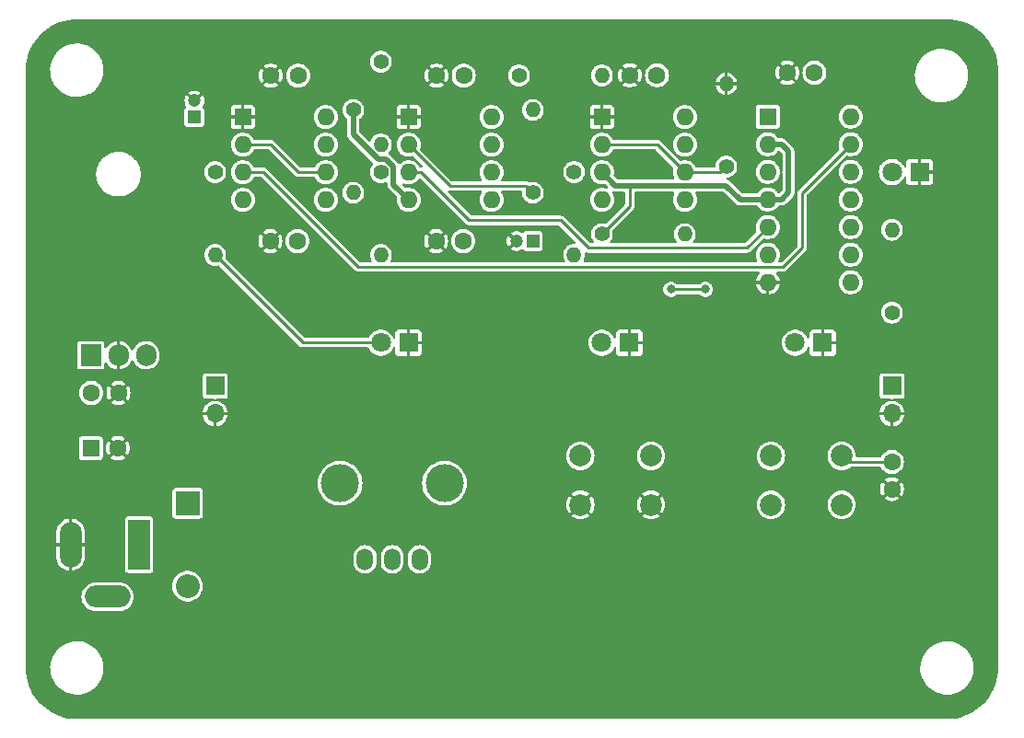
<source format=gbl>
%TF.GenerationSoftware,KiCad,Pcbnew,(6.99.0-1487-g4c225cff5b)*%
%TF.CreationDate,2022-03-28T23:32:56+02:00*%
%TF.ProjectId,clockmodule,636c6f63-6b6d-46f6-9475-6c652e6b6963,rev?*%
%TF.SameCoordinates,PX47868c0PY17d7840*%
%TF.FileFunction,Copper,L2,Bot*%
%TF.FilePolarity,Positive*%
%FSLAX46Y46*%
G04 Gerber Fmt 4.6, Leading zero omitted, Abs format (unit mm)*
G04 Created by KiCad (PCBNEW (6.99.0-1487-g4c225cff5b)) date 2022-03-28 23:32:56*
%MOMM*%
%LPD*%
G01*
G04 APERTURE LIST*
%TA.AperFunction,ComponentPad*%
%ADD10C,1.400000*%
%TD*%
%TA.AperFunction,ComponentPad*%
%ADD11O,1.400000X1.400000*%
%TD*%
%TA.AperFunction,ComponentPad*%
%ADD12C,2.000000*%
%TD*%
%TA.AperFunction,ComponentPad*%
%ADD13R,1.905000X2.000000*%
%TD*%
%TA.AperFunction,ComponentPad*%
%ADD14O,1.905000X2.000000*%
%TD*%
%TA.AperFunction,ComponentPad*%
%ADD15R,1.200000X1.200000*%
%TD*%
%TA.AperFunction,ComponentPad*%
%ADD16C,1.200000*%
%TD*%
%TA.AperFunction,ComponentPad*%
%ADD17R,1.800000X1.800000*%
%TD*%
%TA.AperFunction,ComponentPad*%
%ADD18C,1.800000*%
%TD*%
%TA.AperFunction,ComponentPad*%
%ADD19C,1.600000*%
%TD*%
%TA.AperFunction,ComponentPad*%
%ADD20R,2.000000X4.600000*%
%TD*%
%TA.AperFunction,ComponentPad*%
%ADD21O,2.000000X4.200000*%
%TD*%
%TA.AperFunction,ComponentPad*%
%ADD22O,4.200000X2.000000*%
%TD*%
%TA.AperFunction,ComponentPad*%
%ADD23R,1.600000X1.600000*%
%TD*%
%TA.AperFunction,ComponentPad*%
%ADD24O,1.600000X1.600000*%
%TD*%
%TA.AperFunction,ComponentPad*%
%ADD25R,1.700000X1.700000*%
%TD*%
%TA.AperFunction,ComponentPad*%
%ADD26O,1.700000X1.700000*%
%TD*%
%TA.AperFunction,ComponentPad*%
%ADD27O,1.500000X2.000000*%
%TD*%
%TA.AperFunction,ComponentPad*%
%ADD28C,3.500000*%
%TD*%
%TA.AperFunction,ComponentPad*%
%ADD29R,2.200000X2.200000*%
%TD*%
%TA.AperFunction,ComponentPad*%
%ADD30O,2.200000X2.200000*%
%TD*%
%TA.AperFunction,ViaPad*%
%ADD31C,0.800000*%
%TD*%
%TA.AperFunction,Conductor*%
%ADD32C,0.250000*%
%TD*%
%TA.AperFunction,Conductor*%
%ADD33C,0.500000*%
%TD*%
G04 APERTURE END LIST*
D10*
%TO.P,R9,1*%
%TO.N,/select_pulse*%
X50720000Y-14360000D03*
D11*
%TO.P,R9,2*%
%TO.N,Net-(D5-A)*%
X50719999Y-21979999D03*
%TD*%
D12*
%TO.P,SW2,1,1*%
%TO.N,Net-(U7-THR)*%
X75316000Y-44980000D03*
X68816000Y-44980000D03*
%TO.P,SW2,2,2*%
%TO.N,Net-(C8-Pad1)*%
X75316000Y-40480000D03*
X68816000Y-40480000D03*
%TD*%
D13*
%TO.P,U3,1,IN*%
%TO.N,Net-(D1-K)*%
X6279999Y-31219999D03*
D14*
%TO.P,U3,2,GND*%
%TO.N,GND*%
X8819999Y-31219999D03*
%TO.P,U3,3,OUT*%
%TO.N,+5V*%
X11359999Y-31219999D03*
%TD*%
D15*
%TO.P,C2,1*%
%TO.N,Net-(U1-THR)*%
X15804999Y-9289999D03*
D16*
%TO.P,C2,2*%
%TO.N,GND*%
X15805000Y-7790000D03*
%TD*%
D17*
%TO.P,D2,1,K*%
%TO.N,GND*%
X35489999Y-30069999D03*
D18*
%TO.P,D2,2,A*%
%TO.N,Net-(D2-A)*%
X32950000Y-30070000D03*
%TD*%
D19*
%TO.P,C10,1*%
%TO.N,Net-(U6-CV)*%
X40530000Y-20720000D03*
%TO.P,C10,2*%
%TO.N,GND*%
X38030000Y-20720000D03*
%TD*%
D10*
%TO.P,R10,1*%
%TO.N,/select_pulse*%
X53270000Y-20085000D03*
D11*
%TO.P,R10,2*%
%TO.N,Net-(C8-Pad1)*%
X60889999Y-20084999D03*
%TD*%
D20*
%TO.P,J3,1*%
%TO.N,VCC*%
X10724999Y-48644999D03*
D21*
%TO.P,J3,2*%
%TO.N,GND*%
X4424999Y-48644999D03*
D22*
%TO.P,J3,3*%
%TO.N,unconnected-(J3-Pad3)*%
X7824999Y-53444999D03*
%TD*%
D19*
%TO.P,C5,1*%
%TO.N,+5V*%
X25340000Y-5490000D03*
%TO.P,C5,2*%
%TO.N,GND*%
X22840000Y-5490000D03*
%TD*%
D10*
%TO.P,R6,1*%
%TO.N,/manual_out*%
X32950000Y-14370000D03*
D11*
%TO.P,R6,2*%
%TO.N,Net-(D4-A)*%
X32949999Y-21989999D03*
%TD*%
D23*
%TO.P,C3,1*%
%TO.N,Net-(D1-K)*%
X6279999Y-39769999D03*
D19*
%TO.P,C3,2*%
%TO.N,GND*%
X8780000Y-39770000D03*
%TD*%
D23*
%TO.P,U6,1,GND*%
%TO.N,GND*%
X35499999Y-9299999D03*
D24*
%TO.P,U6,2,TR*%
%TO.N,Net-(U6-TR)*%
X35499999Y-11839999D03*
%TO.P,U6,3,Q*%
%TO.N,/manual_out*%
X35499999Y-14379999D03*
%TO.P,U6,4,R*%
%TO.N,+5V*%
X35499999Y-16919999D03*
%TO.P,U6,5,CV*%
%TO.N,Net-(U6-CV)*%
X43119999Y-16919999D03*
%TO.P,U6,6,THR*%
%TO.N,Net-(U6-DIS)*%
X43119999Y-14379999D03*
%TO.P,U6,7,DIS*%
X43119999Y-11839999D03*
%TO.P,U6,8,VCC*%
%TO.N,+5V*%
X43119999Y-9299999D03*
%TD*%
D10*
%TO.P,R7,1*%
%TO.N,+5V*%
X45650000Y-5480000D03*
D11*
%TO.P,R7,2*%
%TO.N,Net-(U7-THR)*%
X53269999Y-5479999D03*
%TD*%
D19*
%TO.P,C8,1*%
%TO.N,Net-(C8-Pad1)*%
X79940000Y-41040000D03*
%TO.P,C8,2*%
%TO.N,GND*%
X79940000Y-43540000D03*
%TD*%
D10*
%TO.P,R2,1*%
%TO.N,/clock_out*%
X17710000Y-14370000D03*
D11*
%TO.P,R2,2*%
%TO.N,Net-(D2-A)*%
X17709999Y-21989999D03*
%TD*%
D10*
%TO.P,R4,1*%
%TO.N,/output*%
X79940000Y-27295000D03*
D11*
%TO.P,R4,2*%
%TO.N,Net-(D3-A)*%
X79939999Y-19674999D03*
%TD*%
D25*
%TO.P,J1,1,Pin_1*%
%TO.N,+5V*%
X17709999Y-34054999D03*
D26*
%TO.P,J1,2,Pin_2*%
%TO.N,GND*%
X17709999Y-36594999D03*
%TD*%
D19*
%TO.P,C9,1*%
%TO.N,+5V*%
X72808000Y-5226000D03*
%TO.P,C9,2*%
%TO.N,GND*%
X70308000Y-5226000D03*
%TD*%
D23*
%TO.P,U7,1,GND*%
%TO.N,GND*%
X53279999Y-9299999D03*
D24*
%TO.P,U7,2,TR*%
%TO.N,Net-(U7-THR)*%
X53279999Y-11839999D03*
%TO.P,U7,3,Q*%
%TO.N,/select_pulse*%
X53279999Y-14379999D03*
%TO.P,U7,4,R*%
%TO.N,+5V*%
X53279999Y-16919999D03*
%TO.P,U7,5,CV*%
%TO.N,unconnected-(U7-CV)*%
X60899999Y-16919999D03*
%TO.P,U7,6,THR*%
%TO.N,Net-(U7-THR)*%
X60899999Y-14379999D03*
%TO.P,U7,7,DIS*%
%TO.N,unconnected-(U7-DIS)*%
X60899999Y-11839999D03*
%TO.P,U7,8,VCC*%
%TO.N,+5V*%
X60899999Y-9299999D03*
%TD*%
D10*
%TO.P,R5,1*%
%TO.N,+5V*%
X32950000Y-4210000D03*
D11*
%TO.P,R5,2*%
%TO.N,/manual_out*%
X32949999Y-11829999D03*
%TD*%
D27*
%TO.P,RV1,3,3*%
%TO.N,Net-(U1-DIS)*%
X36499999Y-49999999D03*
%TO.P,RV1,2,2*%
%TO.N,Net-(U1-THR)*%
X33999999Y-49999999D03*
%TO.P,RV1,1,1*%
%TO.N,unconnected-(RV1-Pad1)*%
X31499999Y-49999999D03*
D28*
%TO.P,RV1,*%
%TO.N,*%
X38800000Y-43000000D03*
X29200000Y-43000000D03*
%TD*%
D17*
%TO.P,D5,1,K*%
%TO.N,GND*%
X73579999Y-30069999D03*
D18*
%TO.P,D5,2,A*%
%TO.N,Net-(D5-A)*%
X71040000Y-30070000D03*
%TD*%
D12*
%TO.P,SW1,1,1*%
%TO.N,Net-(U6-TR)*%
X51290000Y-40480000D03*
X57790000Y-40480000D03*
%TO.P,SW1,2,2*%
%TO.N,GND*%
X51290000Y-44980000D03*
X57790000Y-44980000D03*
%TD*%
D29*
%TO.P,D1,1,K*%
%TO.N,Net-(D1-K)*%
X15169999Y-44849999D03*
D30*
%TO.P,D1,2,A*%
%TO.N,VCC*%
X15169999Y-52469999D03*
%TD*%
D23*
%TO.P,U8,1*%
%TO.N,/select_pulse*%
X68519999Y-9284999D03*
D24*
%TO.P,U8,2*%
X68519999Y-11824999D03*
%TO.P,U8,3*%
%TO.N,Net-(U8-Pad12)*%
X68519999Y-14364999D03*
%TO.P,U8,4*%
%TO.N,/select_pulse*%
X68519999Y-16904999D03*
%TO.P,U8,5*%
%TO.N,/manual_out*%
X68519999Y-19444999D03*
%TO.P,U8,6*%
%TO.N,Net-(U8-Pad10)*%
X68519999Y-21984999D03*
%TO.P,U8,7,GND*%
%TO.N,GND*%
X68519999Y-24524999D03*
%TO.P,U8,8*%
%TO.N,/output*%
X76139999Y-24524999D03*
%TO.P,U8,9*%
%TO.N,Net-(U8-Pad11)*%
X76139999Y-21984999D03*
%TO.P,U8,10*%
%TO.N,Net-(U8-Pad10)*%
X76139999Y-19444999D03*
%TO.P,U8,11*%
%TO.N,Net-(U8-Pad11)*%
X76139999Y-16904999D03*
%TO.P,U8,12*%
%TO.N,Net-(U8-Pad12)*%
X76139999Y-14364999D03*
%TO.P,U8,13*%
%TO.N,/clock_out*%
X76139999Y-11824999D03*
%TO.P,U8,14,VCC*%
%TO.N,+5V*%
X76139999Y-9284999D03*
%TD*%
D19*
%TO.P,C1,1*%
%TO.N,GND*%
X22790000Y-20720000D03*
%TO.P,C1,2*%
%TO.N,Net-(U1-CV)*%
X25290000Y-20720000D03*
%TD*%
D25*
%TO.P,J2,1,Pin_1*%
%TO.N,/output*%
X79939999Y-34054999D03*
D26*
%TO.P,J2,2,Pin_2*%
%TO.N,GND*%
X79939999Y-36594999D03*
%TD*%
D19*
%TO.P,C7,1*%
%TO.N,+5V*%
X58340000Y-5470000D03*
%TO.P,C7,2*%
%TO.N,GND*%
X55840000Y-5470000D03*
%TD*%
D23*
%TO.P,U1,1,GND*%
%TO.N,GND*%
X20259999Y-9299999D03*
D24*
%TO.P,U1,2,TR*%
%TO.N,Net-(U1-THR)*%
X20259999Y-11839999D03*
%TO.P,U1,3,Q*%
%TO.N,/clock_out*%
X20259999Y-14379999D03*
%TO.P,U1,4,R*%
%TO.N,+5V*%
X20259999Y-16919999D03*
%TO.P,U1,5,CV*%
%TO.N,Net-(U1-CV)*%
X27879999Y-16919999D03*
%TO.P,U1,6,THR*%
%TO.N,Net-(U1-THR)*%
X27879999Y-14379999D03*
%TO.P,U1,7,DIS*%
%TO.N,Net-(U1-DIS)*%
X27879999Y-11839999D03*
%TO.P,U1,8,VCC*%
%TO.N,+5V*%
X27879999Y-9299999D03*
%TD*%
D19*
%TO.P,C4,1*%
%TO.N,GND*%
X8820000Y-34690000D03*
%TO.P,C4,2*%
%TO.N,Net-(D1-K)*%
X6320000Y-34690000D03*
%TD*%
D15*
%TO.P,C12,1*%
%TO.N,Net-(U6-DIS)*%
X46919999Y-20719999D03*
D16*
%TO.P,C12,2*%
%TO.N,GND*%
X45420000Y-20720000D03*
%TD*%
D10*
%TO.P,R3,1*%
%TO.N,Net-(U6-TR)*%
X46920000Y-16275000D03*
D11*
%TO.P,R3,2*%
%TO.N,+5V*%
X46919999Y-8654999D03*
%TD*%
D17*
%TO.P,D3,1,K*%
%TO.N,GND*%
X82479999Y-14369999D03*
D18*
%TO.P,D3,2,A*%
%TO.N,Net-(D3-A)*%
X79940000Y-14370000D03*
%TD*%
D10*
%TO.P,R1,1*%
%TO.N,+5V*%
X30410000Y-8655000D03*
D11*
%TO.P,R1,2*%
%TO.N,Net-(U1-DIS)*%
X30409999Y-16274999D03*
%TD*%
D10*
%TO.P,R8,1*%
%TO.N,Net-(U7-THR)*%
X64700000Y-13862000D03*
D11*
%TO.P,R8,2*%
%TO.N,GND*%
X64699999Y-6241999D03*
%TD*%
D19*
%TO.P,C6,1*%
%TO.N,+5V*%
X40570000Y-5490000D03*
%TO.P,C6,2*%
%TO.N,GND*%
X38070000Y-5490000D03*
%TD*%
D17*
%TO.P,D4,1,K*%
%TO.N,GND*%
X55799999Y-30069999D03*
D18*
%TO.P,D4,2,A*%
%TO.N,Net-(D4-A)*%
X53260000Y-30070000D03*
%TD*%
D31*
%TO.N,Net-(D5-A)*%
X62795000Y-25165000D03*
X59620000Y-25165000D03*
%TD*%
D32*
%TO.N,Net-(U1-THR)*%
X20260000Y-11840000D02*
X22800000Y-11840000D01*
X25340000Y-14380000D02*
X27880000Y-14380000D01*
X22800000Y-11840000D02*
X25340000Y-14380000D01*
D33*
%TO.N,+5V*%
X34099511Y-13893856D02*
X33426144Y-13220489D01*
X30410000Y-10915655D02*
X30410000Y-8655000D01*
X35500000Y-16920000D02*
X34099511Y-15519511D01*
X33426144Y-13220489D02*
X32714834Y-13220489D01*
X34099511Y-15519511D02*
X34099511Y-13893856D01*
X32714834Y-13220489D02*
X30410000Y-10915655D01*
D32*
%TO.N,/clock_out*%
X69930489Y-23109511D02*
X30894511Y-23109511D01*
X22165000Y-14380000D02*
X20260000Y-14380000D01*
X76140000Y-11825000D02*
X71685000Y-16280000D01*
X30894511Y-23109511D02*
X22165000Y-14380000D01*
X71685000Y-16280000D02*
X71685000Y-21355000D01*
X71685000Y-21355000D02*
X69930489Y-23109511D01*
%TO.N,/manual_out*%
X66610000Y-21355000D02*
X68520000Y-19445000D01*
X35500000Y-14380000D02*
X36631370Y-14380000D01*
X36631370Y-14380000D02*
X41066370Y-18815000D01*
X41066370Y-18815000D02*
X49460000Y-18815000D01*
X49460000Y-18815000D02*
X52000000Y-21355000D01*
X52000000Y-21355000D02*
X66610000Y-21355000D01*
D33*
%TO.N,/select_pulse*%
X54529511Y-15629511D02*
X55820489Y-15629511D01*
X55820489Y-15629511D02*
X57069511Y-15629511D01*
X68520000Y-11825000D02*
X69775000Y-11825000D01*
D32*
X53270000Y-20085000D02*
X55820489Y-17534511D01*
D33*
X70415000Y-16275000D02*
X69785000Y-16905000D01*
D32*
X55820489Y-17534511D02*
X55820489Y-15629511D01*
D33*
X65975000Y-16905000D02*
X68520000Y-16905000D01*
X69775000Y-11825000D02*
X70415000Y-12465000D01*
X65970000Y-16910000D02*
X65975000Y-16905000D01*
X70415000Y-12465000D02*
X70415000Y-16275000D01*
X57069511Y-15629511D02*
X64689511Y-15629511D01*
X64689511Y-15629511D02*
X65970000Y-16910000D01*
X53280000Y-14380000D02*
X54529511Y-15629511D01*
X69785000Y-16905000D02*
X68520000Y-16905000D01*
D32*
%TO.N,Net-(C8-Pad1)*%
X75876000Y-41040000D02*
X75316000Y-40480000D01*
X79940000Y-41040000D02*
X75876000Y-41040000D01*
%TO.N,Net-(D2-A)*%
X25790000Y-30070000D02*
X32950000Y-30070000D01*
X17710000Y-21990000D02*
X25790000Y-30070000D01*
%TO.N,Net-(U6-TR)*%
X46285000Y-15640000D02*
X46920000Y-16275000D01*
X35500000Y-11840000D02*
X39300000Y-15640000D01*
X39300000Y-15640000D02*
X46285000Y-15640000D01*
%TO.N,Net-(D5-A)*%
X59620000Y-25165000D02*
X62795000Y-25165000D01*
%TO.N,Net-(U7-THR)*%
X60900000Y-14380000D02*
X64182000Y-14380000D01*
X58360000Y-11840000D02*
X60900000Y-14380000D01*
X64182000Y-14380000D02*
X64700000Y-13862000D01*
X53280000Y-11840000D02*
X58360000Y-11840000D01*
%TD*%
%TA.AperFunction,Conductor*%
%TO.N,GND*%
G36*
X85002703Y-300618D02*
G01*
X85404182Y-318147D01*
X85414959Y-319090D01*
X85810693Y-371189D01*
X85821332Y-373065D01*
X86211050Y-459464D01*
X86221478Y-462258D01*
X86602169Y-582290D01*
X86612315Y-585983D01*
X86981103Y-738739D01*
X86990894Y-743305D01*
X87344954Y-927617D01*
X87354300Y-933012D01*
X87690971Y-1147496D01*
X87699800Y-1153677D01*
X88016497Y-1396687D01*
X88024774Y-1403634D01*
X88319068Y-1673305D01*
X88326695Y-1680932D01*
X88543350Y-1917369D01*
X88596366Y-1975226D01*
X88603313Y-1983503D01*
X88846323Y-2300200D01*
X88852504Y-2309029D01*
X89066988Y-2645700D01*
X89072383Y-2655046D01*
X89256692Y-3009100D01*
X89261261Y-3018897D01*
X89409989Y-3377957D01*
X89414014Y-3387675D01*
X89417710Y-3397831D01*
X89524354Y-3736061D01*
X89537739Y-3778512D01*
X89540536Y-3788950D01*
X89624023Y-4165531D01*
X89626934Y-4178661D01*
X89628811Y-4189307D01*
X89666759Y-4477555D01*
X89680910Y-4585042D01*
X89681853Y-4595818D01*
X89699382Y-4997297D01*
X89699500Y-5002706D01*
X89699500Y-59946840D01*
X89698971Y-59958280D01*
X89698743Y-59960744D01*
X89695599Y-59971793D01*
X89698309Y-60001038D01*
X89698720Y-60017875D01*
X89689034Y-60239717D01*
X89681853Y-60404182D01*
X89680910Y-60414958D01*
X89644069Y-60694798D01*
X89628812Y-60810685D01*
X89626935Y-60821332D01*
X89558030Y-61132145D01*
X89540539Y-61211040D01*
X89537742Y-61221478D01*
X89439220Y-61533951D01*
X89417714Y-61602159D01*
X89414017Y-61612315D01*
X89261264Y-61981096D01*
X89256695Y-61990894D01*
X89072383Y-62344954D01*
X89066988Y-62354300D01*
X88852504Y-62690971D01*
X88846323Y-62699800D01*
X88603313Y-63016497D01*
X88596366Y-63024774D01*
X88326695Y-63319068D01*
X88319068Y-63326695D01*
X88207817Y-63428638D01*
X88024774Y-63596366D01*
X88016497Y-63603313D01*
X87699800Y-63846323D01*
X87690971Y-63852504D01*
X87354300Y-64066988D01*
X87344954Y-64072383D01*
X86990894Y-64256695D01*
X86981103Y-64261261D01*
X86612315Y-64414017D01*
X86602169Y-64417710D01*
X86221478Y-64537742D01*
X86211050Y-64540536D01*
X85821332Y-64626935D01*
X85810693Y-64628811D01*
X85441786Y-64677378D01*
X85414958Y-64680910D01*
X85404182Y-64681853D01*
X85002703Y-64699382D01*
X84997294Y-64699500D01*
X5002706Y-64699500D01*
X4997297Y-64699382D01*
X4595818Y-64681853D01*
X4585042Y-64680910D01*
X4558214Y-64677378D01*
X4189307Y-64628811D01*
X4178668Y-64626935D01*
X3788950Y-64540536D01*
X3778522Y-64537742D01*
X3397831Y-64417710D01*
X3387685Y-64414017D01*
X3018897Y-64261261D01*
X3009106Y-64256695D01*
X2655046Y-64072383D01*
X2645700Y-64066988D01*
X2309029Y-63852504D01*
X2300200Y-63846323D01*
X1983503Y-63603313D01*
X1975226Y-63596366D01*
X1792183Y-63428638D01*
X1680932Y-63326695D01*
X1673305Y-63319068D01*
X1403634Y-63024774D01*
X1396687Y-63016497D01*
X1153677Y-62699800D01*
X1147496Y-62690971D01*
X933012Y-62354300D01*
X927617Y-62344954D01*
X743305Y-61990894D01*
X738736Y-61981096D01*
X585983Y-61612315D01*
X582286Y-61602159D01*
X560781Y-61533951D01*
X462258Y-61221478D01*
X459461Y-61211040D01*
X441971Y-61132145D01*
X373065Y-60821332D01*
X371188Y-60810685D01*
X355932Y-60694798D01*
X319090Y-60414958D01*
X318147Y-60404182D01*
X304109Y-60082658D01*
X302276Y-60040672D01*
X302409Y-60035208D01*
X304401Y-60028207D01*
X301029Y-59991817D01*
X300500Y-59980376D01*
X300500Y-59921296D01*
X2545717Y-59921296D01*
X2545844Y-59925262D01*
X2545844Y-59925268D01*
X2550891Y-60082658D01*
X2555802Y-60235789D01*
X2606021Y-60546410D01*
X2607154Y-60550227D01*
X2687619Y-60821339D01*
X2695549Y-60848059D01*
X2822916Y-61135784D01*
X2986030Y-61404858D01*
X2988511Y-61407969D01*
X3179734Y-61647756D01*
X3179739Y-61647762D01*
X3182214Y-61650865D01*
X3408246Y-61869765D01*
X3660415Y-62057963D01*
X3934579Y-62212370D01*
X4086159Y-62273738D01*
X4222552Y-62328957D01*
X4222556Y-62328958D01*
X4226238Y-62330449D01*
X4530601Y-62410263D01*
X4842673Y-62450500D01*
X5078580Y-62450500D01*
X5080553Y-62450373D01*
X5080563Y-62450373D01*
X5219536Y-62441450D01*
X5314008Y-62435385D01*
X5622860Y-62375236D01*
X5759249Y-62329952D01*
X5917712Y-62277339D01*
X5917716Y-62277337D01*
X5921485Y-62276086D01*
X5925059Y-62274365D01*
X5925066Y-62274362D01*
X6068258Y-62205404D01*
X6204979Y-62139562D01*
X6468687Y-61967907D01*
X6708280Y-61763939D01*
X6919822Y-61531007D01*
X7099842Y-61272936D01*
X7245381Y-60993964D01*
X7354052Y-60698670D01*
X7387933Y-60550227D01*
X7423183Y-60395788D01*
X7423184Y-60395784D01*
X7424069Y-60391905D01*
X7439129Y-60235789D01*
X7453902Y-60082658D01*
X7453902Y-60082651D01*
X7454283Y-60078704D01*
X7453104Y-60041918D01*
X7449236Y-59921296D01*
X82545717Y-59921296D01*
X82545844Y-59925262D01*
X82545844Y-59925268D01*
X82550891Y-60082658D01*
X82555802Y-60235789D01*
X82606021Y-60546410D01*
X82607154Y-60550227D01*
X82687619Y-60821339D01*
X82695549Y-60848059D01*
X82822916Y-61135784D01*
X82986030Y-61404858D01*
X82988511Y-61407969D01*
X83179734Y-61647756D01*
X83179739Y-61647762D01*
X83182214Y-61650865D01*
X83408246Y-61869765D01*
X83660415Y-62057963D01*
X83934579Y-62212370D01*
X84086159Y-62273738D01*
X84222552Y-62328957D01*
X84222556Y-62328958D01*
X84226238Y-62330449D01*
X84530601Y-62410263D01*
X84842673Y-62450500D01*
X85078580Y-62450500D01*
X85080553Y-62450373D01*
X85080563Y-62450373D01*
X85219536Y-62441450D01*
X85314008Y-62435385D01*
X85622860Y-62375236D01*
X85759249Y-62329952D01*
X85917712Y-62277339D01*
X85917716Y-62277337D01*
X85921485Y-62276086D01*
X85925059Y-62274365D01*
X85925066Y-62274362D01*
X86068258Y-62205404D01*
X86204979Y-62139562D01*
X86468687Y-61967907D01*
X86708280Y-61763939D01*
X86919822Y-61531007D01*
X87099842Y-61272936D01*
X87245381Y-60993964D01*
X87354052Y-60698670D01*
X87387933Y-60550227D01*
X87423183Y-60395788D01*
X87423184Y-60395784D01*
X87424069Y-60391905D01*
X87439129Y-60235789D01*
X87453902Y-60082658D01*
X87453902Y-60082651D01*
X87454283Y-60078704D01*
X87453104Y-60041918D01*
X87444326Y-59768194D01*
X87444326Y-59768190D01*
X87444198Y-59764211D01*
X87393979Y-59453590D01*
X87348789Y-59301330D01*
X87305581Y-59155747D01*
X87305579Y-59155741D01*
X87304451Y-59151941D01*
X87177084Y-58864216D01*
X87013970Y-58595142D01*
X86911022Y-58466049D01*
X86820266Y-58352244D01*
X86820261Y-58352238D01*
X86817786Y-58349135D01*
X86591754Y-58130235D01*
X86339585Y-57942037D01*
X86065421Y-57787630D01*
X85904945Y-57722661D01*
X85777448Y-57671043D01*
X85777444Y-57671042D01*
X85773762Y-57669551D01*
X85469399Y-57589737D01*
X85157327Y-57549500D01*
X84921420Y-57549500D01*
X84919447Y-57549627D01*
X84919437Y-57549627D01*
X84780464Y-57558550D01*
X84685992Y-57564615D01*
X84377140Y-57624764D01*
X84373364Y-57626018D01*
X84373363Y-57626018D01*
X84082288Y-57722661D01*
X84082284Y-57722663D01*
X84078515Y-57723914D01*
X84074941Y-57725635D01*
X84074934Y-57725638D01*
X83949310Y-57786136D01*
X83795021Y-57860438D01*
X83531313Y-58032093D01*
X83291720Y-58236061D01*
X83080178Y-58468993D01*
X82900158Y-58727064D01*
X82754619Y-59006036D01*
X82645948Y-59301330D01*
X82645065Y-59305198D01*
X82645064Y-59305202D01*
X82611196Y-59453590D01*
X82575931Y-59608095D01*
X82575549Y-59612059D01*
X82560487Y-59768194D01*
X82545717Y-59921296D01*
X7449236Y-59921296D01*
X7444326Y-59768194D01*
X7444326Y-59768190D01*
X7444198Y-59764211D01*
X7393979Y-59453590D01*
X7348789Y-59301330D01*
X7305581Y-59155747D01*
X7305579Y-59155741D01*
X7304451Y-59151941D01*
X7177084Y-58864216D01*
X7013970Y-58595142D01*
X6911022Y-58466049D01*
X6820266Y-58352244D01*
X6820261Y-58352238D01*
X6817786Y-58349135D01*
X6591754Y-58130235D01*
X6339585Y-57942037D01*
X6065421Y-57787630D01*
X5904945Y-57722661D01*
X5777448Y-57671043D01*
X5777444Y-57671042D01*
X5773762Y-57669551D01*
X5469399Y-57589737D01*
X5157327Y-57549500D01*
X4921420Y-57549500D01*
X4919447Y-57549627D01*
X4919437Y-57549627D01*
X4780464Y-57558550D01*
X4685992Y-57564615D01*
X4377140Y-57624764D01*
X4373364Y-57626018D01*
X4373363Y-57626018D01*
X4082288Y-57722661D01*
X4082284Y-57722663D01*
X4078515Y-57723914D01*
X4074941Y-57725635D01*
X4074934Y-57725638D01*
X3949310Y-57786136D01*
X3795021Y-57860438D01*
X3531313Y-58032093D01*
X3291720Y-58236061D01*
X3080178Y-58468993D01*
X2900158Y-58727064D01*
X2754619Y-59006036D01*
X2645948Y-59301330D01*
X2645065Y-59305198D01*
X2645064Y-59305202D01*
X2611196Y-59453590D01*
X2575931Y-59608095D01*
X2575549Y-59612059D01*
X2560487Y-59768194D01*
X2545717Y-59921296D01*
X300500Y-59921296D01*
X300500Y-53445000D01*
X5419532Y-53445000D01*
X5420004Y-53450395D01*
X5437372Y-53648910D01*
X5439365Y-53671692D01*
X5498261Y-53891496D01*
X5500548Y-53896400D01*
X5500550Y-53896406D01*
X5584652Y-54076761D01*
X5594432Y-54097734D01*
X5597539Y-54102171D01*
X5597540Y-54102173D01*
X5721847Y-54279704D01*
X5721851Y-54279708D01*
X5724953Y-54284139D01*
X5885861Y-54445047D01*
X5890292Y-54448149D01*
X5890296Y-54448153D01*
X6067827Y-54572460D01*
X6072266Y-54575568D01*
X6077177Y-54577858D01*
X6273594Y-54669450D01*
X6273600Y-54669452D01*
X6278504Y-54671739D01*
X6498308Y-54730635D01*
X6503693Y-54731106D01*
X6503698Y-54731107D01*
X6665515Y-54745264D01*
X6665522Y-54745264D01*
X6668216Y-54745500D01*
X8981784Y-54745500D01*
X8984478Y-54745264D01*
X8984485Y-54745264D01*
X9146302Y-54731107D01*
X9146307Y-54731106D01*
X9151692Y-54730635D01*
X9371496Y-54671739D01*
X9376400Y-54669452D01*
X9376406Y-54669450D01*
X9572823Y-54577858D01*
X9577734Y-54575568D01*
X9582173Y-54572460D01*
X9759704Y-54448153D01*
X9759708Y-54448149D01*
X9764139Y-54445047D01*
X9925047Y-54284139D01*
X9928149Y-54279708D01*
X9928153Y-54279704D01*
X10052460Y-54102173D01*
X10052461Y-54102171D01*
X10055568Y-54097734D01*
X10065348Y-54076761D01*
X10149450Y-53896406D01*
X10149452Y-53896400D01*
X10151739Y-53891496D01*
X10210635Y-53671692D01*
X10212629Y-53648910D01*
X10229996Y-53450395D01*
X10230468Y-53445000D01*
X10229996Y-53439605D01*
X10211107Y-53223698D01*
X10211106Y-53223693D01*
X10210635Y-53218308D01*
X10151739Y-52998504D01*
X10149452Y-52993600D01*
X10149450Y-52993594D01*
X10057858Y-52797177D01*
X10055568Y-52792266D01*
X9988293Y-52696186D01*
X9928153Y-52610296D01*
X9928149Y-52610292D01*
X9925047Y-52605861D01*
X9789186Y-52470000D01*
X13764700Y-52470000D01*
X13783866Y-52701305D01*
X13785126Y-52706280D01*
X13805777Y-52787827D01*
X13840843Y-52926300D01*
X13934076Y-53138849D01*
X14061021Y-53333153D01*
X14064491Y-53336922D01*
X14214742Y-53500140D01*
X14214747Y-53500144D01*
X14218216Y-53503913D01*
X14401374Y-53646470D01*
X14405879Y-53648908D01*
X14405882Y-53648910D01*
X14438020Y-53666302D01*
X14605497Y-53756936D01*
X14825019Y-53832298D01*
X15053951Y-53870500D01*
X15286049Y-53870500D01*
X15514981Y-53832298D01*
X15734503Y-53756936D01*
X15901980Y-53666302D01*
X15934118Y-53648910D01*
X15934121Y-53648908D01*
X15938626Y-53646470D01*
X16121784Y-53503913D01*
X16125253Y-53500144D01*
X16125258Y-53500140D01*
X16275509Y-53336922D01*
X16278979Y-53333153D01*
X16405924Y-53138849D01*
X16499157Y-52926300D01*
X16534224Y-52787827D01*
X16554874Y-52706280D01*
X16556134Y-52701305D01*
X16575300Y-52470000D01*
X16556134Y-52238695D01*
X16499157Y-52013700D01*
X16405924Y-51801151D01*
X16278979Y-51606847D01*
X16221532Y-51544442D01*
X16125258Y-51439860D01*
X16125253Y-51439856D01*
X16121784Y-51436087D01*
X15938626Y-51293530D01*
X15934121Y-51291092D01*
X15934118Y-51291090D01*
X15815691Y-51227001D01*
X15734503Y-51183064D01*
X15514981Y-51107702D01*
X15286049Y-51069500D01*
X15053951Y-51069500D01*
X14825019Y-51107702D01*
X14605497Y-51183064D01*
X14524309Y-51227001D01*
X14405882Y-51291090D01*
X14405879Y-51291092D01*
X14401374Y-51293530D01*
X14218216Y-51436087D01*
X14214747Y-51439856D01*
X14214742Y-51439860D01*
X14118468Y-51544442D01*
X14061021Y-51606847D01*
X13934076Y-51801151D01*
X13840843Y-52013700D01*
X13783866Y-52238695D01*
X13764700Y-52470000D01*
X9789186Y-52470000D01*
X9764139Y-52444953D01*
X9759708Y-52441851D01*
X9759704Y-52441847D01*
X9582173Y-52317540D01*
X9582171Y-52317539D01*
X9577734Y-52314432D01*
X9556761Y-52304652D01*
X9376406Y-52220550D01*
X9376400Y-52220548D01*
X9371496Y-52218261D01*
X9151692Y-52159365D01*
X9146307Y-52158894D01*
X9146302Y-52158893D01*
X8984485Y-52144736D01*
X8984478Y-52144736D01*
X8981784Y-52144500D01*
X6668216Y-52144500D01*
X6665522Y-52144736D01*
X6665515Y-52144736D01*
X6503698Y-52158893D01*
X6503693Y-52158894D01*
X6498308Y-52159365D01*
X6278504Y-52218261D01*
X6273600Y-52220548D01*
X6273594Y-52220550D01*
X6093239Y-52304652D01*
X6072266Y-52314432D01*
X6067829Y-52317539D01*
X6067827Y-52317540D01*
X5890296Y-52441847D01*
X5890292Y-52441851D01*
X5885861Y-52444953D01*
X5724953Y-52605861D01*
X5721851Y-52610292D01*
X5721847Y-52610296D01*
X5661707Y-52696186D01*
X5594432Y-52792266D01*
X5592142Y-52797177D01*
X5500550Y-52993594D01*
X5500548Y-52993600D01*
X5498261Y-52998504D01*
X5439365Y-53218308D01*
X5438894Y-53223693D01*
X5438893Y-53223698D01*
X5420004Y-53439605D01*
X5419532Y-53445000D01*
X300500Y-53445000D01*
X300500Y-49799054D01*
X3125000Y-49799054D01*
X3125236Y-49804464D01*
X3139387Y-49966206D01*
X3141261Y-49976837D01*
X3197332Y-50186098D01*
X3201021Y-50196231D01*
X3292580Y-50392580D01*
X3297968Y-50401913D01*
X3422233Y-50579381D01*
X3429169Y-50587647D01*
X3582353Y-50740831D01*
X3590619Y-50747767D01*
X3768087Y-50872032D01*
X3777420Y-50877420D01*
X3973769Y-50968979D01*
X3983902Y-50972668D01*
X4193163Y-51028739D01*
X4203794Y-51030613D01*
X4257239Y-51035289D01*
X4271951Y-51032332D01*
X4275000Y-51020769D01*
X4275000Y-51019013D01*
X4575000Y-51019013D01*
X4579228Y-51033412D01*
X4591012Y-51035442D01*
X4646206Y-51030613D01*
X4656837Y-51028739D01*
X4866098Y-50972668D01*
X4876231Y-50968979D01*
X5072580Y-50877420D01*
X5081913Y-50872032D01*
X5259381Y-50747767D01*
X5267647Y-50740831D01*
X5420831Y-50587647D01*
X5427767Y-50579381D01*
X5552032Y-50401913D01*
X5557420Y-50392580D01*
X5648979Y-50196231D01*
X5652668Y-50186098D01*
X5708739Y-49976837D01*
X5710613Y-49966206D01*
X5724764Y-49804464D01*
X5725000Y-49799054D01*
X5725000Y-48812830D01*
X5720596Y-48797831D01*
X5719226Y-48796644D01*
X5711668Y-48795000D01*
X4592830Y-48795000D01*
X4577831Y-48799404D01*
X4576644Y-48800774D01*
X4575000Y-48808332D01*
X4575000Y-51019013D01*
X4275000Y-51019013D01*
X4275000Y-48812830D01*
X4270596Y-48797831D01*
X4269226Y-48796644D01*
X4261668Y-48795000D01*
X3142830Y-48795000D01*
X3127831Y-48799404D01*
X3126644Y-48800774D01*
X3125000Y-48808332D01*
X3125000Y-49799054D01*
X300500Y-49799054D01*
X300500Y-48477170D01*
X3125000Y-48477170D01*
X3129404Y-48492169D01*
X3130774Y-48493356D01*
X3138332Y-48495000D01*
X4257170Y-48495000D01*
X4272169Y-48490596D01*
X4273356Y-48489226D01*
X4275000Y-48481668D01*
X4275000Y-48477170D01*
X4575000Y-48477170D01*
X4579404Y-48492169D01*
X4580774Y-48493356D01*
X4588332Y-48495000D01*
X5707170Y-48495000D01*
X5722169Y-48490596D01*
X5723356Y-48489226D01*
X5725000Y-48481668D01*
X5725000Y-47490946D01*
X5724764Y-47485536D01*
X5710613Y-47323794D01*
X5708739Y-47313163D01*
X5652668Y-47103902D01*
X5648979Y-47093769D01*
X5557420Y-46897420D01*
X5552032Y-46888087D01*
X5427767Y-46710619D01*
X5420831Y-46702353D01*
X5267647Y-46549169D01*
X5259381Y-46542233D01*
X5081913Y-46417968D01*
X5072580Y-46412580D01*
X4876231Y-46321021D01*
X4866098Y-46317332D01*
X4801918Y-46300135D01*
X9424500Y-46300135D01*
X9424501Y-50989864D01*
X9427415Y-51014991D01*
X9472794Y-51117765D01*
X9552235Y-51197206D01*
X9655009Y-51242585D01*
X9664273Y-51243660D01*
X9664274Y-51243660D01*
X9669792Y-51244300D01*
X9680135Y-51245500D01*
X10724561Y-51245500D01*
X11769864Y-51245499D01*
X11781708Y-51244125D01*
X11785723Y-51243660D01*
X11785724Y-51243660D01*
X11794991Y-51242585D01*
X11897765Y-51197206D01*
X11977206Y-51117765D01*
X12022585Y-51014991D01*
X12025500Y-50989865D01*
X12025500Y-50301608D01*
X30449500Y-50301608D01*
X30464700Y-50455934D01*
X30524768Y-50653954D01*
X30527641Y-50659329D01*
X30619444Y-50831080D01*
X30619447Y-50831085D01*
X30622315Y-50836450D01*
X30626178Y-50841157D01*
X30734106Y-50972668D01*
X30753590Y-50996410D01*
X30913550Y-51127685D01*
X30918915Y-51130553D01*
X30918920Y-51130556D01*
X31052296Y-51201847D01*
X31096046Y-51225232D01*
X31101875Y-51227000D01*
X31101877Y-51227001D01*
X31161503Y-51245088D01*
X31294066Y-51285300D01*
X31500000Y-51305583D01*
X31705934Y-51285300D01*
X31838497Y-51245088D01*
X31898123Y-51227001D01*
X31898125Y-51227000D01*
X31903954Y-51225232D01*
X31947704Y-51201847D01*
X32081080Y-51130556D01*
X32081085Y-51130553D01*
X32086450Y-51127685D01*
X32246410Y-50996410D01*
X32265895Y-50972668D01*
X32373822Y-50841157D01*
X32377685Y-50836450D01*
X32380553Y-50831085D01*
X32380556Y-50831080D01*
X32472359Y-50659329D01*
X32475232Y-50653954D01*
X32535300Y-50455934D01*
X32550500Y-50301608D01*
X32949500Y-50301608D01*
X32964700Y-50455934D01*
X33024768Y-50653954D01*
X33027641Y-50659329D01*
X33119444Y-50831080D01*
X33119447Y-50831085D01*
X33122315Y-50836450D01*
X33126178Y-50841157D01*
X33234106Y-50972668D01*
X33253590Y-50996410D01*
X33413550Y-51127685D01*
X33418915Y-51130553D01*
X33418920Y-51130556D01*
X33552296Y-51201847D01*
X33596046Y-51225232D01*
X33601875Y-51227000D01*
X33601877Y-51227001D01*
X33661503Y-51245088D01*
X33794066Y-51285300D01*
X34000000Y-51305583D01*
X34205934Y-51285300D01*
X34338497Y-51245088D01*
X34398123Y-51227001D01*
X34398125Y-51227000D01*
X34403954Y-51225232D01*
X34447704Y-51201847D01*
X34581080Y-51130556D01*
X34581085Y-51130553D01*
X34586450Y-51127685D01*
X34746410Y-50996410D01*
X34765895Y-50972668D01*
X34873822Y-50841157D01*
X34877685Y-50836450D01*
X34880553Y-50831085D01*
X34880556Y-50831080D01*
X34972359Y-50659329D01*
X34975232Y-50653954D01*
X35035300Y-50455934D01*
X35050500Y-50301608D01*
X35449500Y-50301608D01*
X35464700Y-50455934D01*
X35524768Y-50653954D01*
X35527641Y-50659329D01*
X35619444Y-50831080D01*
X35619447Y-50831085D01*
X35622315Y-50836450D01*
X35626178Y-50841157D01*
X35734106Y-50972668D01*
X35753590Y-50996410D01*
X35913550Y-51127685D01*
X35918915Y-51130553D01*
X35918920Y-51130556D01*
X36052296Y-51201847D01*
X36096046Y-51225232D01*
X36101875Y-51227000D01*
X36101877Y-51227001D01*
X36161503Y-51245088D01*
X36294066Y-51285300D01*
X36500000Y-51305583D01*
X36705934Y-51285300D01*
X36838497Y-51245088D01*
X36898123Y-51227001D01*
X36898125Y-51227000D01*
X36903954Y-51225232D01*
X36947704Y-51201847D01*
X37081080Y-51130556D01*
X37081085Y-51130553D01*
X37086450Y-51127685D01*
X37246410Y-50996410D01*
X37265895Y-50972668D01*
X37373822Y-50841157D01*
X37377685Y-50836450D01*
X37380553Y-50831085D01*
X37380556Y-50831080D01*
X37472359Y-50659329D01*
X37475232Y-50653954D01*
X37535300Y-50455934D01*
X37550500Y-50301608D01*
X37550500Y-49698392D01*
X37535300Y-49544066D01*
X37475232Y-49346046D01*
X37472359Y-49340671D01*
X37380556Y-49168920D01*
X37380553Y-49168915D01*
X37377685Y-49163550D01*
X37246410Y-49003590D01*
X37086450Y-48872315D01*
X37081085Y-48869447D01*
X37081080Y-48869444D01*
X36909329Y-48777641D01*
X36903954Y-48774768D01*
X36898125Y-48773000D01*
X36898123Y-48772999D01*
X36804944Y-48744734D01*
X36705934Y-48714700D01*
X36500000Y-48694417D01*
X36294066Y-48714700D01*
X36195056Y-48744734D01*
X36101877Y-48772999D01*
X36101875Y-48773000D01*
X36096046Y-48774768D01*
X36090671Y-48777641D01*
X35918920Y-48869444D01*
X35918915Y-48869447D01*
X35913550Y-48872315D01*
X35753590Y-49003590D01*
X35622315Y-49163550D01*
X35619447Y-49168915D01*
X35619444Y-49168920D01*
X35527641Y-49340671D01*
X35524768Y-49346046D01*
X35464700Y-49544066D01*
X35449500Y-49698392D01*
X35449500Y-50301608D01*
X35050500Y-50301608D01*
X35050500Y-49698392D01*
X35035300Y-49544066D01*
X34975232Y-49346046D01*
X34972359Y-49340671D01*
X34880556Y-49168920D01*
X34880553Y-49168915D01*
X34877685Y-49163550D01*
X34746410Y-49003590D01*
X34586450Y-48872315D01*
X34581085Y-48869447D01*
X34581080Y-48869444D01*
X34409329Y-48777641D01*
X34403954Y-48774768D01*
X34398125Y-48773000D01*
X34398123Y-48772999D01*
X34304944Y-48744734D01*
X34205934Y-48714700D01*
X34000000Y-48694417D01*
X33794066Y-48714700D01*
X33695056Y-48744734D01*
X33601877Y-48772999D01*
X33601875Y-48773000D01*
X33596046Y-48774768D01*
X33590671Y-48777641D01*
X33418920Y-48869444D01*
X33418915Y-48869447D01*
X33413550Y-48872315D01*
X33253590Y-49003590D01*
X33122315Y-49163550D01*
X33119447Y-49168915D01*
X33119444Y-49168920D01*
X33027641Y-49340671D01*
X33024768Y-49346046D01*
X32964700Y-49544066D01*
X32949500Y-49698392D01*
X32949500Y-50301608D01*
X32550500Y-50301608D01*
X32550500Y-49698392D01*
X32535300Y-49544066D01*
X32475232Y-49346046D01*
X32472359Y-49340671D01*
X32380556Y-49168920D01*
X32380553Y-49168915D01*
X32377685Y-49163550D01*
X32246410Y-49003590D01*
X32086450Y-48872315D01*
X32081085Y-48869447D01*
X32081080Y-48869444D01*
X31909329Y-48777641D01*
X31903954Y-48774768D01*
X31898125Y-48773000D01*
X31898123Y-48772999D01*
X31804944Y-48744734D01*
X31705934Y-48714700D01*
X31500000Y-48694417D01*
X31294066Y-48714700D01*
X31195056Y-48744734D01*
X31101877Y-48772999D01*
X31101875Y-48773000D01*
X31096046Y-48774768D01*
X31090671Y-48777641D01*
X30918920Y-48869444D01*
X30918915Y-48869447D01*
X30913550Y-48872315D01*
X30753590Y-49003590D01*
X30622315Y-49163550D01*
X30619447Y-49168915D01*
X30619444Y-49168920D01*
X30527641Y-49340671D01*
X30524768Y-49346046D01*
X30464700Y-49544066D01*
X30449500Y-49698392D01*
X30449500Y-50301608D01*
X12025500Y-50301608D01*
X12025499Y-46300136D01*
X12022585Y-46275009D01*
X11977206Y-46172235D01*
X11897765Y-46092794D01*
X11794991Y-46047415D01*
X11785727Y-46046340D01*
X11785726Y-46046340D01*
X11780208Y-46045700D01*
X11769865Y-46044500D01*
X10725439Y-46044500D01*
X9680136Y-46044501D01*
X9668292Y-46045875D01*
X9664277Y-46046340D01*
X9664276Y-46046340D01*
X9655009Y-46047415D01*
X9552235Y-46092794D01*
X9472794Y-46172235D01*
X9427415Y-46275009D01*
X9426340Y-46284273D01*
X9426340Y-46284274D01*
X9426256Y-46284996D01*
X9424500Y-46300135D01*
X4801918Y-46300135D01*
X4656837Y-46261261D01*
X4646206Y-46259387D01*
X4592761Y-46254711D01*
X4578049Y-46257668D01*
X4575000Y-46269231D01*
X4575000Y-48477170D01*
X4275000Y-48477170D01*
X4275000Y-46270987D01*
X4270772Y-46256588D01*
X4258988Y-46254558D01*
X4203794Y-46259387D01*
X4193163Y-46261261D01*
X3983902Y-46317332D01*
X3973769Y-46321021D01*
X3777420Y-46412580D01*
X3768087Y-46417968D01*
X3590619Y-46542233D01*
X3582353Y-46549169D01*
X3429169Y-46702353D01*
X3422233Y-46710619D01*
X3297968Y-46888087D01*
X3292580Y-46897420D01*
X3201021Y-47093769D01*
X3197332Y-47103902D01*
X3141261Y-47313163D01*
X3139387Y-47323794D01*
X3125236Y-47485536D01*
X3125000Y-47490946D01*
X3125000Y-48477170D01*
X300500Y-48477170D01*
X300500Y-43705135D01*
X13769500Y-43705135D01*
X13769501Y-45994864D01*
X13772415Y-46019991D01*
X13817794Y-46122765D01*
X13897235Y-46202206D01*
X14000009Y-46247585D01*
X14009273Y-46248660D01*
X14009274Y-46248660D01*
X14014792Y-46249300D01*
X14025135Y-46250500D01*
X15169519Y-46250500D01*
X16314864Y-46250499D01*
X16326708Y-46249125D01*
X16330723Y-46248660D01*
X16330724Y-46248660D01*
X16339991Y-46247585D01*
X16442765Y-46202206D01*
X16522206Y-46122765D01*
X16567585Y-46019991D01*
X16569932Y-45999762D01*
X50487629Y-45999762D01*
X50496776Y-46011585D01*
X50633088Y-46107033D01*
X50642420Y-46112420D01*
X50838769Y-46203979D01*
X50848902Y-46207668D01*
X51058163Y-46263739D01*
X51068794Y-46265613D01*
X51284605Y-46284494D01*
X51295395Y-46284494D01*
X51511206Y-46265613D01*
X51521837Y-46263739D01*
X51731098Y-46207668D01*
X51741231Y-46203979D01*
X51937580Y-46112420D01*
X51946912Y-46107033D01*
X52084047Y-46011009D01*
X52092289Y-46000698D01*
X52091797Y-45999762D01*
X56987629Y-45999762D01*
X56996776Y-46011585D01*
X57133088Y-46107033D01*
X57142420Y-46112420D01*
X57338769Y-46203979D01*
X57348902Y-46207668D01*
X57558163Y-46263739D01*
X57568794Y-46265613D01*
X57784605Y-46284494D01*
X57795395Y-46284494D01*
X58011206Y-46265613D01*
X58021837Y-46263739D01*
X58231098Y-46207668D01*
X58241231Y-46203979D01*
X58437580Y-46112420D01*
X58446912Y-46107033D01*
X58584047Y-46011009D01*
X58592289Y-46000698D01*
X58585333Y-45987465D01*
X57802607Y-45204739D01*
X57788887Y-45197247D01*
X57787081Y-45197376D01*
X57780574Y-45201558D01*
X56993956Y-45988176D01*
X56987629Y-45999762D01*
X52091797Y-45999762D01*
X52085333Y-45987465D01*
X51302607Y-45204739D01*
X51288887Y-45197247D01*
X51287081Y-45197376D01*
X51280574Y-45201558D01*
X50493956Y-45988176D01*
X50487629Y-45999762D01*
X16569932Y-45999762D01*
X16570500Y-45994865D01*
X16570499Y-43705136D01*
X16567585Y-43680009D01*
X16522206Y-43577235D01*
X16442765Y-43497794D01*
X16339991Y-43452415D01*
X16330727Y-43451340D01*
X16330726Y-43451340D01*
X16325208Y-43450700D01*
X16314865Y-43449500D01*
X15170481Y-43449500D01*
X14025136Y-43449501D01*
X14013292Y-43450875D01*
X14009277Y-43451340D01*
X14009276Y-43451340D01*
X14000009Y-43452415D01*
X13897235Y-43497794D01*
X13817794Y-43577235D01*
X13772415Y-43680009D01*
X13769500Y-43705135D01*
X300500Y-43705135D01*
X300500Y-43000000D01*
X27144709Y-43000000D01*
X27163852Y-43279862D01*
X27181543Y-43364995D01*
X27218141Y-43541113D01*
X27220925Y-43554511D01*
X27314864Y-43818830D01*
X27443919Y-44067896D01*
X27446360Y-44071354D01*
X27446363Y-44071359D01*
X27526345Y-44184667D01*
X27605688Y-44297069D01*
X27797155Y-44502081D01*
X28014754Y-44679111D01*
X28254432Y-44824862D01*
X28258311Y-44826547D01*
X28258315Y-44826549D01*
X28409389Y-44892169D01*
X28511725Y-44936620D01*
X28781839Y-45012303D01*
X29059742Y-45050500D01*
X29340258Y-45050500D01*
X29618161Y-45012303D01*
X29888275Y-44936620D01*
X29990611Y-44892169D01*
X30141685Y-44826549D01*
X30141689Y-44826547D01*
X30145568Y-44824862D01*
X30385246Y-44679111D01*
X30602845Y-44502081D01*
X30794312Y-44297069D01*
X30873655Y-44184667D01*
X30953637Y-44071359D01*
X30953640Y-44071354D01*
X30956081Y-44067896D01*
X31085136Y-43818830D01*
X31179075Y-43554511D01*
X31181860Y-43541113D01*
X31218457Y-43364995D01*
X31236148Y-43279862D01*
X31255291Y-43000000D01*
X36744709Y-43000000D01*
X36763852Y-43279862D01*
X36781543Y-43364995D01*
X36818141Y-43541113D01*
X36820925Y-43554511D01*
X36914864Y-43818830D01*
X37043919Y-44067896D01*
X37046360Y-44071354D01*
X37046363Y-44071359D01*
X37126345Y-44184667D01*
X37205688Y-44297069D01*
X37397155Y-44502081D01*
X37614754Y-44679111D01*
X37854432Y-44824862D01*
X37858311Y-44826547D01*
X37858315Y-44826549D01*
X38009389Y-44892169D01*
X38111725Y-44936620D01*
X38381839Y-45012303D01*
X38659742Y-45050500D01*
X38940258Y-45050500D01*
X39218161Y-45012303D01*
X39314196Y-44985395D01*
X49985506Y-44985395D01*
X50004387Y-45201206D01*
X50006261Y-45211837D01*
X50062332Y-45421098D01*
X50066021Y-45431231D01*
X50157580Y-45627580D01*
X50162967Y-45636912D01*
X50258991Y-45774047D01*
X50269302Y-45782289D01*
X50282535Y-45775333D01*
X51065261Y-44992607D01*
X51071537Y-44981113D01*
X51507247Y-44981113D01*
X51507376Y-44982919D01*
X51511558Y-44989426D01*
X52298176Y-45776044D01*
X52309762Y-45782371D01*
X52321585Y-45773224D01*
X52417033Y-45636912D01*
X52422420Y-45627580D01*
X52513979Y-45431231D01*
X52517668Y-45421098D01*
X52573739Y-45211837D01*
X52575613Y-45201206D01*
X52594494Y-44985395D01*
X56485506Y-44985395D01*
X56504387Y-45201206D01*
X56506261Y-45211837D01*
X56562332Y-45421098D01*
X56566021Y-45431231D01*
X56657580Y-45627580D01*
X56662967Y-45636912D01*
X56758991Y-45774047D01*
X56769302Y-45782289D01*
X56782535Y-45775333D01*
X57565261Y-44992607D01*
X57571537Y-44981113D01*
X58007247Y-44981113D01*
X58007376Y-44982919D01*
X58011558Y-44989426D01*
X58798176Y-45776044D01*
X58809762Y-45782371D01*
X58821585Y-45773224D01*
X58917033Y-45636912D01*
X58922420Y-45627580D01*
X59013979Y-45431231D01*
X59017668Y-45421098D01*
X59073739Y-45211837D01*
X59075613Y-45201206D01*
X59094494Y-44985395D01*
X59094494Y-44980000D01*
X67510532Y-44980000D01*
X67511004Y-44985395D01*
X67529539Y-45197247D01*
X67530365Y-45206692D01*
X67589261Y-45426496D01*
X67591548Y-45431400D01*
X67591550Y-45431406D01*
X67675652Y-45611761D01*
X67685432Y-45632734D01*
X67688539Y-45637171D01*
X67688540Y-45637173D01*
X67812847Y-45814704D01*
X67812851Y-45814708D01*
X67815953Y-45819139D01*
X67976861Y-45980047D01*
X67981292Y-45983149D01*
X67981296Y-45983153D01*
X68137882Y-46092794D01*
X68163266Y-46110568D01*
X68168177Y-46112858D01*
X68364594Y-46204450D01*
X68364600Y-46204452D01*
X68369504Y-46206739D01*
X68589308Y-46265635D01*
X68594693Y-46266106D01*
X68594698Y-46266107D01*
X68810605Y-46284996D01*
X68816000Y-46285468D01*
X68821395Y-46284996D01*
X69037302Y-46266107D01*
X69037307Y-46266106D01*
X69042692Y-46265635D01*
X69262496Y-46206739D01*
X69267400Y-46204452D01*
X69267406Y-46204450D01*
X69463823Y-46112858D01*
X69468734Y-46110568D01*
X69494118Y-46092794D01*
X69650704Y-45983153D01*
X69650708Y-45983149D01*
X69655139Y-45980047D01*
X69816047Y-45819139D01*
X69819149Y-45814708D01*
X69819153Y-45814704D01*
X69943460Y-45637173D01*
X69943461Y-45637171D01*
X69946568Y-45632734D01*
X69956348Y-45611761D01*
X70040450Y-45431406D01*
X70040452Y-45431400D01*
X70042739Y-45426496D01*
X70101635Y-45206692D01*
X70102462Y-45197247D01*
X70120996Y-44985395D01*
X70121468Y-44980000D01*
X74010532Y-44980000D01*
X74011004Y-44985395D01*
X74029539Y-45197247D01*
X74030365Y-45206692D01*
X74089261Y-45426496D01*
X74091548Y-45431400D01*
X74091550Y-45431406D01*
X74175652Y-45611761D01*
X74185432Y-45632734D01*
X74188539Y-45637171D01*
X74188540Y-45637173D01*
X74312847Y-45814704D01*
X74312851Y-45814708D01*
X74315953Y-45819139D01*
X74476861Y-45980047D01*
X74481292Y-45983149D01*
X74481296Y-45983153D01*
X74637882Y-46092794D01*
X74663266Y-46110568D01*
X74668177Y-46112858D01*
X74864594Y-46204450D01*
X74864600Y-46204452D01*
X74869504Y-46206739D01*
X75089308Y-46265635D01*
X75094693Y-46266106D01*
X75094698Y-46266107D01*
X75310605Y-46284996D01*
X75316000Y-46285468D01*
X75321395Y-46284996D01*
X75537302Y-46266107D01*
X75537307Y-46266106D01*
X75542692Y-46265635D01*
X75762496Y-46206739D01*
X75767400Y-46204452D01*
X75767406Y-46204450D01*
X75963823Y-46112858D01*
X75968734Y-46110568D01*
X75994118Y-46092794D01*
X76150704Y-45983153D01*
X76150708Y-45983149D01*
X76155139Y-45980047D01*
X76316047Y-45819139D01*
X76319149Y-45814708D01*
X76319153Y-45814704D01*
X76443460Y-45637173D01*
X76443461Y-45637171D01*
X76446568Y-45632734D01*
X76456348Y-45611761D01*
X76540450Y-45431406D01*
X76540452Y-45431400D01*
X76542739Y-45426496D01*
X76601635Y-45206692D01*
X76602462Y-45197247D01*
X76620996Y-44985395D01*
X76621468Y-44980000D01*
X76607703Y-44822662D01*
X76602107Y-44758698D01*
X76602106Y-44758693D01*
X76601635Y-44753308D01*
X76542739Y-44533504D01*
X76540452Y-44528600D01*
X76540450Y-44528594D01*
X76490242Y-44420924D01*
X79277436Y-44420924D01*
X79277456Y-44421199D01*
X79280197Y-44425255D01*
X79442716Y-44525883D01*
X79452929Y-44530968D01*
X79632334Y-44600469D01*
X79643318Y-44603595D01*
X79832440Y-44638948D01*
X79843799Y-44640000D01*
X80036201Y-44640000D01*
X80047560Y-44638948D01*
X80236682Y-44603595D01*
X80247666Y-44600469D01*
X80427071Y-44530968D01*
X80437284Y-44525883D01*
X80597703Y-44426555D01*
X80602621Y-44418464D01*
X80602614Y-44418187D01*
X80597223Y-44409355D01*
X79952607Y-43764739D01*
X79938887Y-43757247D01*
X79937081Y-43757376D01*
X79930574Y-43761558D01*
X79284928Y-44407204D01*
X79277436Y-44420924D01*
X76490242Y-44420924D01*
X76448858Y-44332177D01*
X76446568Y-44327266D01*
X76422999Y-44293605D01*
X76319153Y-44145296D01*
X76319149Y-44145292D01*
X76316047Y-44140861D01*
X76155139Y-43979953D01*
X76150708Y-43976851D01*
X76150704Y-43976847D01*
X75973173Y-43852540D01*
X75973171Y-43852539D01*
X75968734Y-43849432D01*
X75911178Y-43822593D01*
X75767406Y-43755550D01*
X75767400Y-43755548D01*
X75762496Y-43753261D01*
X75542692Y-43694365D01*
X75537307Y-43693894D01*
X75537302Y-43693893D01*
X75321395Y-43675004D01*
X75316000Y-43674532D01*
X75310605Y-43675004D01*
X75094698Y-43693893D01*
X75094693Y-43693894D01*
X75089308Y-43694365D01*
X74869504Y-43753261D01*
X74864600Y-43755548D01*
X74864594Y-43755550D01*
X74720822Y-43822593D01*
X74663266Y-43849432D01*
X74658829Y-43852539D01*
X74658827Y-43852540D01*
X74481296Y-43976847D01*
X74481292Y-43976851D01*
X74476861Y-43979953D01*
X74315953Y-44140861D01*
X74312851Y-44145292D01*
X74312847Y-44145296D01*
X74209001Y-44293605D01*
X74185432Y-44327266D01*
X74183142Y-44332177D01*
X74091550Y-44528594D01*
X74091548Y-44528600D01*
X74089261Y-44533504D01*
X74030365Y-44753308D01*
X74029894Y-44758693D01*
X74029893Y-44758698D01*
X74024297Y-44822662D01*
X74010532Y-44980000D01*
X70121468Y-44980000D01*
X70107703Y-44822662D01*
X70102107Y-44758698D01*
X70102106Y-44758693D01*
X70101635Y-44753308D01*
X70042739Y-44533504D01*
X70040452Y-44528600D01*
X70040450Y-44528594D01*
X69948858Y-44332177D01*
X69946568Y-44327266D01*
X69922999Y-44293605D01*
X69819153Y-44145296D01*
X69819149Y-44145292D01*
X69816047Y-44140861D01*
X69655139Y-43979953D01*
X69650708Y-43976851D01*
X69650704Y-43976847D01*
X69473173Y-43852540D01*
X69473171Y-43852539D01*
X69468734Y-43849432D01*
X69411178Y-43822593D01*
X69267406Y-43755550D01*
X69267400Y-43755548D01*
X69262496Y-43753261D01*
X69042692Y-43694365D01*
X69037307Y-43693894D01*
X69037302Y-43693893D01*
X68821395Y-43675004D01*
X68816000Y-43674532D01*
X68810605Y-43675004D01*
X68594698Y-43693893D01*
X68594693Y-43693894D01*
X68589308Y-43694365D01*
X68369504Y-43753261D01*
X68364600Y-43755548D01*
X68364594Y-43755550D01*
X68220822Y-43822593D01*
X68163266Y-43849432D01*
X68158829Y-43852539D01*
X68158827Y-43852540D01*
X67981296Y-43976847D01*
X67981292Y-43976851D01*
X67976861Y-43979953D01*
X67815953Y-44140861D01*
X67812851Y-44145292D01*
X67812847Y-44145296D01*
X67709001Y-44293605D01*
X67685432Y-44327266D01*
X67683142Y-44332177D01*
X67591550Y-44528594D01*
X67591548Y-44528600D01*
X67589261Y-44533504D01*
X67530365Y-44753308D01*
X67529894Y-44758693D01*
X67529893Y-44758698D01*
X67524297Y-44822662D01*
X67510532Y-44980000D01*
X59094494Y-44980000D01*
X59094494Y-44974605D01*
X59075613Y-44758794D01*
X59073739Y-44748163D01*
X59017668Y-44538902D01*
X59013979Y-44528769D01*
X58922420Y-44332420D01*
X58917033Y-44323088D01*
X58821009Y-44185953D01*
X58810698Y-44177711D01*
X58797465Y-44184667D01*
X58014739Y-44967393D01*
X58007247Y-44981113D01*
X57571537Y-44981113D01*
X57572753Y-44978887D01*
X57572624Y-44977081D01*
X57568442Y-44970574D01*
X56781824Y-44183956D01*
X56770238Y-44177629D01*
X56758415Y-44186776D01*
X56662967Y-44323088D01*
X56657580Y-44332420D01*
X56566021Y-44528769D01*
X56562332Y-44538902D01*
X56506261Y-44748163D01*
X56504387Y-44758794D01*
X56485506Y-44974605D01*
X56485506Y-44985395D01*
X52594494Y-44985395D01*
X52594494Y-44974605D01*
X52575613Y-44758794D01*
X52573739Y-44748163D01*
X52517668Y-44538902D01*
X52513979Y-44528769D01*
X52422420Y-44332420D01*
X52417033Y-44323088D01*
X52321009Y-44185953D01*
X52310698Y-44177711D01*
X52297465Y-44184667D01*
X51514739Y-44967393D01*
X51507247Y-44981113D01*
X51071537Y-44981113D01*
X51072753Y-44978887D01*
X51072624Y-44977081D01*
X51068442Y-44970574D01*
X50281824Y-44183956D01*
X50270238Y-44177629D01*
X50258415Y-44186776D01*
X50162967Y-44323088D01*
X50157580Y-44332420D01*
X50066021Y-44528769D01*
X50062332Y-44538902D01*
X50006261Y-44748163D01*
X50004387Y-44758794D01*
X49985506Y-44974605D01*
X49985506Y-44985395D01*
X39314196Y-44985395D01*
X39488275Y-44936620D01*
X39590611Y-44892169D01*
X39741685Y-44826549D01*
X39741689Y-44826547D01*
X39745568Y-44824862D01*
X39985246Y-44679111D01*
X40202845Y-44502081D01*
X40394312Y-44297069D01*
X40473655Y-44184667D01*
X40553637Y-44071359D01*
X40553640Y-44071354D01*
X40556081Y-44067896D01*
X40612350Y-43959302D01*
X50487711Y-43959302D01*
X50494667Y-43972535D01*
X51277393Y-44755261D01*
X51291113Y-44762753D01*
X51292919Y-44762624D01*
X51299426Y-44758442D01*
X52086044Y-43971824D01*
X52092371Y-43960238D01*
X52091647Y-43959302D01*
X56987711Y-43959302D01*
X56994667Y-43972535D01*
X57777393Y-44755261D01*
X57791113Y-44762753D01*
X57792919Y-44762624D01*
X57799426Y-44758442D01*
X58586044Y-43971824D01*
X58592371Y-43960238D01*
X58583224Y-43948415D01*
X58446912Y-43852967D01*
X58437580Y-43847580D01*
X58241231Y-43756021D01*
X58231098Y-43752332D01*
X58021837Y-43696261D01*
X58011206Y-43694387D01*
X57795395Y-43675506D01*
X57784605Y-43675506D01*
X57568794Y-43694387D01*
X57558163Y-43696261D01*
X57348902Y-43752332D01*
X57338769Y-43756021D01*
X57142420Y-43847580D01*
X57133088Y-43852967D01*
X56995953Y-43948991D01*
X56987711Y-43959302D01*
X52091647Y-43959302D01*
X52083224Y-43948415D01*
X51946912Y-43852967D01*
X51937580Y-43847580D01*
X51741231Y-43756021D01*
X51731098Y-43752332D01*
X51521837Y-43696261D01*
X51511206Y-43694387D01*
X51295395Y-43675506D01*
X51284605Y-43675506D01*
X51068794Y-43694387D01*
X51058163Y-43696261D01*
X50848902Y-43752332D01*
X50838769Y-43756021D01*
X50642420Y-43847580D01*
X50633088Y-43852967D01*
X50495953Y-43948991D01*
X50487711Y-43959302D01*
X40612350Y-43959302D01*
X40685136Y-43818830D01*
X40779075Y-43554511D01*
X40780905Y-43545709D01*
X78835816Y-43545709D01*
X78853568Y-43737283D01*
X78855666Y-43748505D01*
X78908315Y-43933545D01*
X78912446Y-43944208D01*
X78998199Y-44116425D01*
X79004206Y-44126128D01*
X79052637Y-44190260D01*
X79063852Y-44198582D01*
X79075894Y-44191974D01*
X79715261Y-43552607D01*
X79721537Y-43541113D01*
X80157247Y-43541113D01*
X80157376Y-43542919D01*
X80161558Y-43549426D01*
X80804012Y-44191880D01*
X80816270Y-44198574D01*
X80827283Y-44190366D01*
X80875794Y-44126128D01*
X80881801Y-44116425D01*
X80967554Y-43944208D01*
X80971685Y-43933545D01*
X81024334Y-43748505D01*
X81026432Y-43737283D01*
X81044184Y-43545709D01*
X81044184Y-43534291D01*
X81026432Y-43342717D01*
X81024334Y-43331495D01*
X80971685Y-43146455D01*
X80967554Y-43135792D01*
X80881801Y-42963575D01*
X80875794Y-42953872D01*
X80827363Y-42889740D01*
X80816148Y-42881418D01*
X80804106Y-42888026D01*
X80164739Y-43527393D01*
X80157247Y-43541113D01*
X79721537Y-43541113D01*
X79722753Y-43538887D01*
X79722624Y-43537081D01*
X79718442Y-43530574D01*
X79075988Y-42888120D01*
X79063730Y-42881426D01*
X79052717Y-42889634D01*
X79004206Y-42953872D01*
X78998199Y-42963575D01*
X78912446Y-43135792D01*
X78908315Y-43146455D01*
X78855666Y-43331495D01*
X78853568Y-43342717D01*
X78835816Y-43534291D01*
X78835816Y-43545709D01*
X40780905Y-43545709D01*
X40781860Y-43541113D01*
X40818457Y-43364995D01*
X40836148Y-43279862D01*
X40855291Y-43000000D01*
X40854866Y-42993785D01*
X40836438Y-42724371D01*
X40836437Y-42724364D01*
X40836148Y-42720138D01*
X40823970Y-42661536D01*
X79277379Y-42661536D01*
X79277386Y-42661813D01*
X79282777Y-42670645D01*
X79927393Y-43315261D01*
X79941113Y-43322753D01*
X79942919Y-43322624D01*
X79949426Y-43318442D01*
X80595072Y-42672796D01*
X80602564Y-42659076D01*
X80602544Y-42658801D01*
X80599803Y-42654745D01*
X80437284Y-42554117D01*
X80427071Y-42549032D01*
X80247666Y-42479531D01*
X80236682Y-42476405D01*
X80047560Y-42441052D01*
X80036201Y-42440000D01*
X79843799Y-42440000D01*
X79832440Y-42441052D01*
X79643318Y-42476405D01*
X79632334Y-42479531D01*
X79452929Y-42549032D01*
X79442716Y-42554117D01*
X79282297Y-42653445D01*
X79277379Y-42661536D01*
X40823970Y-42661536D01*
X40786149Y-42479531D01*
X40779939Y-42449645D01*
X40779938Y-42449640D01*
X40779075Y-42445489D01*
X40685136Y-42181170D01*
X40556081Y-41932104D01*
X40548936Y-41921981D01*
X40437585Y-41764235D01*
X40394312Y-41702931D01*
X40202845Y-41497919D01*
X39985246Y-41320889D01*
X39745568Y-41175138D01*
X39741689Y-41173453D01*
X39741685Y-41173451D01*
X39590611Y-41107831D01*
X39488275Y-41063380D01*
X39218161Y-40987697D01*
X38940258Y-40949500D01*
X38659742Y-40949500D01*
X38381839Y-40987697D01*
X38111725Y-41063380D01*
X38009389Y-41107831D01*
X37858315Y-41173451D01*
X37858311Y-41173453D01*
X37854432Y-41175138D01*
X37614754Y-41320889D01*
X37397155Y-41497919D01*
X37205688Y-41702931D01*
X37162415Y-41764235D01*
X37051065Y-41921981D01*
X37043919Y-41932104D01*
X36914864Y-42181170D01*
X36820925Y-42445489D01*
X36820062Y-42449640D01*
X36820061Y-42449645D01*
X36813851Y-42479531D01*
X36763852Y-42720138D01*
X36763563Y-42724364D01*
X36763562Y-42724371D01*
X36745134Y-42993785D01*
X36744709Y-43000000D01*
X31255291Y-43000000D01*
X31254866Y-42993785D01*
X31236438Y-42724371D01*
X31236437Y-42724364D01*
X31236148Y-42720138D01*
X31186149Y-42479531D01*
X31179939Y-42449645D01*
X31179938Y-42449640D01*
X31179075Y-42445489D01*
X31085136Y-42181170D01*
X30956081Y-41932104D01*
X30948936Y-41921981D01*
X30837585Y-41764235D01*
X30794312Y-41702931D01*
X30602845Y-41497919D01*
X30385246Y-41320889D01*
X30145568Y-41175138D01*
X30141689Y-41173453D01*
X30141685Y-41173451D01*
X29990611Y-41107831D01*
X29888275Y-41063380D01*
X29618161Y-40987697D01*
X29340258Y-40949500D01*
X29059742Y-40949500D01*
X28781839Y-40987697D01*
X28511725Y-41063380D01*
X28409389Y-41107831D01*
X28258315Y-41173451D01*
X28258311Y-41173453D01*
X28254432Y-41175138D01*
X28014754Y-41320889D01*
X27797155Y-41497919D01*
X27605688Y-41702931D01*
X27562415Y-41764235D01*
X27451065Y-41921981D01*
X27443919Y-41932104D01*
X27314864Y-42181170D01*
X27220925Y-42445489D01*
X27220062Y-42449640D01*
X27220061Y-42449645D01*
X27213851Y-42479531D01*
X27163852Y-42720138D01*
X27163563Y-42724364D01*
X27163562Y-42724371D01*
X27145134Y-42993785D01*
X27144709Y-43000000D01*
X300500Y-43000000D01*
X300500Y-38925135D01*
X5179500Y-38925135D01*
X5179501Y-40614864D01*
X5182415Y-40639991D01*
X5227794Y-40742765D01*
X5307235Y-40822206D01*
X5410009Y-40867585D01*
X5419273Y-40868660D01*
X5419274Y-40868660D01*
X5421757Y-40868948D01*
X5435135Y-40870500D01*
X6279645Y-40870500D01*
X7124864Y-40870499D01*
X7136708Y-40869125D01*
X7140723Y-40868660D01*
X7140724Y-40868660D01*
X7149991Y-40867585D01*
X7252765Y-40822206D01*
X7332206Y-40742765D01*
X7372758Y-40650924D01*
X8117436Y-40650924D01*
X8117456Y-40651199D01*
X8120197Y-40655255D01*
X8282716Y-40755883D01*
X8292929Y-40760968D01*
X8472334Y-40830469D01*
X8483318Y-40833595D01*
X8672440Y-40868948D01*
X8683799Y-40870000D01*
X8876201Y-40870000D01*
X8887560Y-40868948D01*
X9076682Y-40833595D01*
X9087666Y-40830469D01*
X9267071Y-40760968D01*
X9277284Y-40755883D01*
X9437703Y-40656555D01*
X9442621Y-40648464D01*
X9442614Y-40648187D01*
X9437223Y-40639355D01*
X9277868Y-40480000D01*
X49984532Y-40480000D01*
X49985004Y-40485395D01*
X49999979Y-40656555D01*
X50004365Y-40706692D01*
X50063261Y-40926496D01*
X50065548Y-40931400D01*
X50065550Y-40931406D01*
X50113527Y-41034291D01*
X50159432Y-41132734D01*
X50162539Y-41137171D01*
X50162540Y-41137173D01*
X50286847Y-41314704D01*
X50286851Y-41314708D01*
X50289953Y-41319139D01*
X50450861Y-41480047D01*
X50455292Y-41483149D01*
X50455296Y-41483153D01*
X50632827Y-41607460D01*
X50637266Y-41610568D01*
X50642177Y-41612858D01*
X50838594Y-41704450D01*
X50838600Y-41704452D01*
X50843504Y-41706739D01*
X51063308Y-41765635D01*
X51068693Y-41766106D01*
X51068698Y-41766107D01*
X51284605Y-41784996D01*
X51290000Y-41785468D01*
X51295395Y-41784996D01*
X51511302Y-41766107D01*
X51511307Y-41766106D01*
X51516692Y-41765635D01*
X51736496Y-41706739D01*
X51741400Y-41704452D01*
X51741406Y-41704450D01*
X51937823Y-41612858D01*
X51942734Y-41610568D01*
X51947173Y-41607460D01*
X52124704Y-41483153D01*
X52124708Y-41483149D01*
X52129139Y-41480047D01*
X52290047Y-41319139D01*
X52293149Y-41314708D01*
X52293153Y-41314704D01*
X52417460Y-41137173D01*
X52417461Y-41137171D01*
X52420568Y-41132734D01*
X52466473Y-41034291D01*
X52514450Y-40931406D01*
X52514452Y-40931400D01*
X52516739Y-40926496D01*
X52575635Y-40706692D01*
X52580022Y-40656555D01*
X52594996Y-40485395D01*
X52595468Y-40480000D01*
X56484532Y-40480000D01*
X56485004Y-40485395D01*
X56499979Y-40656555D01*
X56504365Y-40706692D01*
X56563261Y-40926496D01*
X56565548Y-40931400D01*
X56565550Y-40931406D01*
X56613527Y-41034291D01*
X56659432Y-41132734D01*
X56662539Y-41137171D01*
X56662540Y-41137173D01*
X56786847Y-41314704D01*
X56786851Y-41314708D01*
X56789953Y-41319139D01*
X56950861Y-41480047D01*
X56955292Y-41483149D01*
X56955296Y-41483153D01*
X57132827Y-41607460D01*
X57137266Y-41610568D01*
X57142177Y-41612858D01*
X57338594Y-41704450D01*
X57338600Y-41704452D01*
X57343504Y-41706739D01*
X57563308Y-41765635D01*
X57568693Y-41766106D01*
X57568698Y-41766107D01*
X57784605Y-41784996D01*
X57790000Y-41785468D01*
X57795395Y-41784996D01*
X58011302Y-41766107D01*
X58011307Y-41766106D01*
X58016692Y-41765635D01*
X58236496Y-41706739D01*
X58241400Y-41704452D01*
X58241406Y-41704450D01*
X58437823Y-41612858D01*
X58442734Y-41610568D01*
X58447173Y-41607460D01*
X58624704Y-41483153D01*
X58624708Y-41483149D01*
X58629139Y-41480047D01*
X58790047Y-41319139D01*
X58793149Y-41314708D01*
X58793153Y-41314704D01*
X58917460Y-41137173D01*
X58917461Y-41137171D01*
X58920568Y-41132734D01*
X58966473Y-41034291D01*
X59014450Y-40931406D01*
X59014452Y-40931400D01*
X59016739Y-40926496D01*
X59075635Y-40706692D01*
X59080022Y-40656555D01*
X59094996Y-40485395D01*
X59095468Y-40480000D01*
X67510532Y-40480000D01*
X67511004Y-40485395D01*
X67525979Y-40656555D01*
X67530365Y-40706692D01*
X67589261Y-40926496D01*
X67591548Y-40931400D01*
X67591550Y-40931406D01*
X67639527Y-41034291D01*
X67685432Y-41132734D01*
X67688539Y-41137171D01*
X67688540Y-41137173D01*
X67812847Y-41314704D01*
X67812851Y-41314708D01*
X67815953Y-41319139D01*
X67976861Y-41480047D01*
X67981292Y-41483149D01*
X67981296Y-41483153D01*
X68158827Y-41607460D01*
X68163266Y-41610568D01*
X68168177Y-41612858D01*
X68364594Y-41704450D01*
X68364600Y-41704452D01*
X68369504Y-41706739D01*
X68589308Y-41765635D01*
X68594693Y-41766106D01*
X68594698Y-41766107D01*
X68810605Y-41784996D01*
X68816000Y-41785468D01*
X68821395Y-41784996D01*
X69037302Y-41766107D01*
X69037307Y-41766106D01*
X69042692Y-41765635D01*
X69262496Y-41706739D01*
X69267400Y-41704452D01*
X69267406Y-41704450D01*
X69463823Y-41612858D01*
X69468734Y-41610568D01*
X69473173Y-41607460D01*
X69650704Y-41483153D01*
X69650708Y-41483149D01*
X69655139Y-41480047D01*
X69816047Y-41319139D01*
X69819149Y-41314708D01*
X69819153Y-41314704D01*
X69943460Y-41137173D01*
X69943461Y-41137171D01*
X69946568Y-41132734D01*
X69992473Y-41034291D01*
X70040450Y-40931406D01*
X70040452Y-40931400D01*
X70042739Y-40926496D01*
X70101635Y-40706692D01*
X70106022Y-40656555D01*
X70120996Y-40485395D01*
X70121468Y-40480000D01*
X74010532Y-40480000D01*
X74011004Y-40485395D01*
X74025979Y-40656555D01*
X74030365Y-40706692D01*
X74089261Y-40926496D01*
X74091548Y-40931400D01*
X74091550Y-40931406D01*
X74139527Y-41034291D01*
X74185432Y-41132734D01*
X74188539Y-41137171D01*
X74188540Y-41137173D01*
X74312847Y-41314704D01*
X74312851Y-41314708D01*
X74315953Y-41319139D01*
X74476861Y-41480047D01*
X74481292Y-41483149D01*
X74481296Y-41483153D01*
X74658827Y-41607460D01*
X74663266Y-41610568D01*
X74668177Y-41612858D01*
X74864594Y-41704450D01*
X74864600Y-41704452D01*
X74869504Y-41706739D01*
X75089308Y-41765635D01*
X75094693Y-41766106D01*
X75094698Y-41766107D01*
X75310605Y-41784996D01*
X75316000Y-41785468D01*
X75321395Y-41784996D01*
X75537302Y-41766107D01*
X75537307Y-41766106D01*
X75542692Y-41765635D01*
X75762496Y-41706739D01*
X75767400Y-41704452D01*
X75767406Y-41704450D01*
X75963823Y-41612858D01*
X75968734Y-41610568D01*
X76077759Y-41534229D01*
X76143888Y-41487925D01*
X76215011Y-41465500D01*
X78845712Y-41465500D01*
X78912751Y-41485185D01*
X78956710Y-41534226D01*
X79000327Y-41621821D01*
X79123236Y-41784579D01*
X79273959Y-41921981D01*
X79278828Y-41924996D01*
X79278831Y-41924998D01*
X79396502Y-41997856D01*
X79447363Y-42029348D01*
X79452705Y-42031417D01*
X79452706Y-42031418D01*
X79632197Y-42100953D01*
X79632201Y-42100954D01*
X79637544Y-42103024D01*
X79643178Y-42104077D01*
X79643181Y-42104078D01*
X79832394Y-42139448D01*
X79832398Y-42139448D01*
X79838024Y-42140500D01*
X80041976Y-42140500D01*
X80047602Y-42139448D01*
X80047606Y-42139448D01*
X80236819Y-42104078D01*
X80236822Y-42104077D01*
X80242456Y-42103024D01*
X80247799Y-42100954D01*
X80247803Y-42100953D01*
X80427294Y-42031418D01*
X80427295Y-42031417D01*
X80432637Y-42029348D01*
X80483498Y-41997856D01*
X80601169Y-41924998D01*
X80601172Y-41924996D01*
X80606041Y-41921981D01*
X80756764Y-41784579D01*
X80879673Y-41621821D01*
X80970582Y-41439250D01*
X81026397Y-41243083D01*
X81032850Y-41173451D01*
X81044686Y-41045709D01*
X81045215Y-41040000D01*
X81044686Y-41034291D01*
X81026927Y-40842632D01*
X81026926Y-40842627D01*
X81026397Y-40836917D01*
X80970582Y-40640750D01*
X80879673Y-40458179D01*
X80756764Y-40295421D01*
X80606041Y-40158019D01*
X80601172Y-40155004D01*
X80601169Y-40155002D01*
X80437511Y-40053670D01*
X80432637Y-40050652D01*
X80388373Y-40033504D01*
X80247803Y-39979047D01*
X80247799Y-39979046D01*
X80242456Y-39976976D01*
X80236822Y-39975923D01*
X80236819Y-39975922D01*
X80047606Y-39940552D01*
X80047602Y-39940552D01*
X80041976Y-39939500D01*
X79838024Y-39939500D01*
X79832398Y-39940552D01*
X79832394Y-39940552D01*
X79643181Y-39975922D01*
X79643178Y-39975923D01*
X79637544Y-39976976D01*
X79632201Y-39979046D01*
X79632197Y-39979047D01*
X79491627Y-40033504D01*
X79447363Y-40050652D01*
X79442489Y-40053670D01*
X79278831Y-40155002D01*
X79278828Y-40155004D01*
X79273959Y-40158019D01*
X79123236Y-40295421D01*
X79000327Y-40458179D01*
X78956710Y-40545774D01*
X78909210Y-40597008D01*
X78845712Y-40614500D01*
X76744996Y-40614500D01*
X76677957Y-40594815D01*
X76632202Y-40542011D01*
X76620996Y-40490500D01*
X76620996Y-40485395D01*
X76621468Y-40480000D01*
X76616251Y-40420366D01*
X76602107Y-40258698D01*
X76602106Y-40258693D01*
X76601635Y-40253308D01*
X76542739Y-40033504D01*
X76540452Y-40028600D01*
X76540450Y-40028594D01*
X76448858Y-39832177D01*
X76446568Y-39827266D01*
X76415298Y-39782607D01*
X76319153Y-39645296D01*
X76319149Y-39645292D01*
X76316047Y-39640861D01*
X76155139Y-39479953D01*
X76150708Y-39476851D01*
X76150704Y-39476847D01*
X75973173Y-39352540D01*
X75973171Y-39352539D01*
X75968734Y-39349432D01*
X75947761Y-39339652D01*
X75767406Y-39255550D01*
X75767400Y-39255548D01*
X75762496Y-39253261D01*
X75542692Y-39194365D01*
X75537307Y-39193894D01*
X75537302Y-39193893D01*
X75321395Y-39175004D01*
X75316000Y-39174532D01*
X75310605Y-39175004D01*
X75094698Y-39193893D01*
X75094693Y-39193894D01*
X75089308Y-39194365D01*
X74869504Y-39253261D01*
X74864600Y-39255548D01*
X74864594Y-39255550D01*
X74684239Y-39339652D01*
X74663266Y-39349432D01*
X74658829Y-39352539D01*
X74658827Y-39352540D01*
X74481296Y-39476847D01*
X74481292Y-39476851D01*
X74476861Y-39479953D01*
X74315953Y-39640861D01*
X74312851Y-39645292D01*
X74312847Y-39645296D01*
X74216702Y-39782607D01*
X74185432Y-39827266D01*
X74183142Y-39832177D01*
X74091550Y-40028594D01*
X74091548Y-40028600D01*
X74089261Y-40033504D01*
X74030365Y-40253308D01*
X74029894Y-40258693D01*
X74029893Y-40258698D01*
X74015749Y-40420366D01*
X74010532Y-40480000D01*
X70121468Y-40480000D01*
X70116251Y-40420366D01*
X70102107Y-40258698D01*
X70102106Y-40258693D01*
X70101635Y-40253308D01*
X70042739Y-40033504D01*
X70040452Y-40028600D01*
X70040450Y-40028594D01*
X69948858Y-39832177D01*
X69946568Y-39827266D01*
X69915298Y-39782607D01*
X69819153Y-39645296D01*
X69819149Y-39645292D01*
X69816047Y-39640861D01*
X69655139Y-39479953D01*
X69650708Y-39476851D01*
X69650704Y-39476847D01*
X69473173Y-39352540D01*
X69473171Y-39352539D01*
X69468734Y-39349432D01*
X69447761Y-39339652D01*
X69267406Y-39255550D01*
X69267400Y-39255548D01*
X69262496Y-39253261D01*
X69042692Y-39194365D01*
X69037307Y-39193894D01*
X69037302Y-39193893D01*
X68821395Y-39175004D01*
X68816000Y-39174532D01*
X68810605Y-39175004D01*
X68594698Y-39193893D01*
X68594693Y-39193894D01*
X68589308Y-39194365D01*
X68369504Y-39253261D01*
X68364600Y-39255548D01*
X68364594Y-39255550D01*
X68184239Y-39339652D01*
X68163266Y-39349432D01*
X68158829Y-39352539D01*
X68158827Y-39352540D01*
X67981296Y-39476847D01*
X67981292Y-39476851D01*
X67976861Y-39479953D01*
X67815953Y-39640861D01*
X67812851Y-39645292D01*
X67812847Y-39645296D01*
X67716702Y-39782607D01*
X67685432Y-39827266D01*
X67683142Y-39832177D01*
X67591550Y-40028594D01*
X67591548Y-40028600D01*
X67589261Y-40033504D01*
X67530365Y-40253308D01*
X67529894Y-40258693D01*
X67529893Y-40258698D01*
X67515749Y-40420366D01*
X67510532Y-40480000D01*
X59095468Y-40480000D01*
X59090251Y-40420366D01*
X59076107Y-40258698D01*
X59076106Y-40258693D01*
X59075635Y-40253308D01*
X59016739Y-40033504D01*
X59014452Y-40028600D01*
X59014450Y-40028594D01*
X58922858Y-39832177D01*
X58920568Y-39827266D01*
X58889298Y-39782607D01*
X58793153Y-39645296D01*
X58793149Y-39645292D01*
X58790047Y-39640861D01*
X58629139Y-39479953D01*
X58624708Y-39476851D01*
X58624704Y-39476847D01*
X58447173Y-39352540D01*
X58447171Y-39352539D01*
X58442734Y-39349432D01*
X58421761Y-39339652D01*
X58241406Y-39255550D01*
X58241400Y-39255548D01*
X58236496Y-39253261D01*
X58016692Y-39194365D01*
X58011307Y-39193894D01*
X58011302Y-39193893D01*
X57795395Y-39175004D01*
X57790000Y-39174532D01*
X57784605Y-39175004D01*
X57568698Y-39193893D01*
X57568693Y-39193894D01*
X57563308Y-39194365D01*
X57343504Y-39253261D01*
X57338600Y-39255548D01*
X57338594Y-39255550D01*
X57158239Y-39339652D01*
X57137266Y-39349432D01*
X57132829Y-39352539D01*
X57132827Y-39352540D01*
X56955296Y-39476847D01*
X56955292Y-39476851D01*
X56950861Y-39479953D01*
X56789953Y-39640861D01*
X56786851Y-39645292D01*
X56786847Y-39645296D01*
X56690702Y-39782607D01*
X56659432Y-39827266D01*
X56657142Y-39832177D01*
X56565550Y-40028594D01*
X56565548Y-40028600D01*
X56563261Y-40033504D01*
X56504365Y-40253308D01*
X56503894Y-40258693D01*
X56503893Y-40258698D01*
X56489749Y-40420366D01*
X56484532Y-40480000D01*
X52595468Y-40480000D01*
X52590251Y-40420366D01*
X52576107Y-40258698D01*
X52576106Y-40258693D01*
X52575635Y-40253308D01*
X52516739Y-40033504D01*
X52514452Y-40028600D01*
X52514450Y-40028594D01*
X52422858Y-39832177D01*
X52420568Y-39827266D01*
X52389298Y-39782607D01*
X52293153Y-39645296D01*
X52293149Y-39645292D01*
X52290047Y-39640861D01*
X52129139Y-39479953D01*
X52124708Y-39476851D01*
X52124704Y-39476847D01*
X51947173Y-39352540D01*
X51947171Y-39352539D01*
X51942734Y-39349432D01*
X51921761Y-39339652D01*
X51741406Y-39255550D01*
X51741400Y-39255548D01*
X51736496Y-39253261D01*
X51516692Y-39194365D01*
X51511307Y-39193894D01*
X51511302Y-39193893D01*
X51295395Y-39175004D01*
X51290000Y-39174532D01*
X51284605Y-39175004D01*
X51068698Y-39193893D01*
X51068693Y-39193894D01*
X51063308Y-39194365D01*
X50843504Y-39253261D01*
X50838600Y-39255548D01*
X50838594Y-39255550D01*
X50658239Y-39339652D01*
X50637266Y-39349432D01*
X50632829Y-39352539D01*
X50632827Y-39352540D01*
X50455296Y-39476847D01*
X50455292Y-39476851D01*
X50450861Y-39479953D01*
X50289953Y-39640861D01*
X50286851Y-39645292D01*
X50286847Y-39645296D01*
X50190702Y-39782607D01*
X50159432Y-39827266D01*
X50157142Y-39832177D01*
X50065550Y-40028594D01*
X50065548Y-40028600D01*
X50063261Y-40033504D01*
X50004365Y-40253308D01*
X50003894Y-40258693D01*
X50003893Y-40258698D01*
X49989749Y-40420366D01*
X49984532Y-40480000D01*
X9277868Y-40480000D01*
X8792607Y-39994739D01*
X8778887Y-39987247D01*
X8777081Y-39987376D01*
X8770574Y-39991558D01*
X8124928Y-40637204D01*
X8117436Y-40650924D01*
X7372758Y-40650924D01*
X7377585Y-40639991D01*
X7380500Y-40614865D01*
X7380500Y-39775709D01*
X7675816Y-39775709D01*
X7693568Y-39967283D01*
X7695666Y-39978505D01*
X7748315Y-40163545D01*
X7752446Y-40174208D01*
X7838199Y-40346425D01*
X7844206Y-40356128D01*
X7892637Y-40420260D01*
X7903852Y-40428582D01*
X7915894Y-40421974D01*
X8555261Y-39782607D01*
X8561537Y-39771113D01*
X8997247Y-39771113D01*
X8997376Y-39772919D01*
X9001558Y-39779426D01*
X9644012Y-40421880D01*
X9656270Y-40428574D01*
X9667283Y-40420366D01*
X9715794Y-40356128D01*
X9721801Y-40346425D01*
X9807554Y-40174208D01*
X9811685Y-40163545D01*
X9864334Y-39978505D01*
X9866432Y-39967283D01*
X9884184Y-39775709D01*
X9884184Y-39764291D01*
X9866432Y-39572717D01*
X9864334Y-39561495D01*
X9811685Y-39376455D01*
X9807554Y-39365792D01*
X9721801Y-39193575D01*
X9715794Y-39183872D01*
X9667363Y-39119740D01*
X9656148Y-39111418D01*
X9644106Y-39118026D01*
X9004739Y-39757393D01*
X8997247Y-39771113D01*
X8561537Y-39771113D01*
X8562753Y-39768887D01*
X8562624Y-39767081D01*
X8558442Y-39760574D01*
X7915988Y-39118120D01*
X7903730Y-39111426D01*
X7892717Y-39119634D01*
X7844206Y-39183872D01*
X7838199Y-39193575D01*
X7752446Y-39365792D01*
X7748315Y-39376455D01*
X7695666Y-39561495D01*
X7693568Y-39572717D01*
X7675816Y-39764291D01*
X7675816Y-39775709D01*
X7380500Y-39775709D01*
X7380499Y-38925136D01*
X7377585Y-38900009D01*
X7373844Y-38891536D01*
X8117379Y-38891536D01*
X8117386Y-38891813D01*
X8122777Y-38900645D01*
X8767393Y-39545261D01*
X8781113Y-39552753D01*
X8782919Y-39552624D01*
X8789426Y-39548442D01*
X9435072Y-38902796D01*
X9442564Y-38889076D01*
X9442544Y-38888801D01*
X9439803Y-38884745D01*
X9277284Y-38784117D01*
X9267071Y-38779032D01*
X9087666Y-38709531D01*
X9076682Y-38706405D01*
X8887560Y-38671052D01*
X8876201Y-38670000D01*
X8683799Y-38670000D01*
X8672440Y-38671052D01*
X8483318Y-38706405D01*
X8472334Y-38709531D01*
X8292929Y-38779032D01*
X8282716Y-38784117D01*
X8122297Y-38883445D01*
X8117379Y-38891536D01*
X7373844Y-38891536D01*
X7332206Y-38797235D01*
X7252765Y-38717794D01*
X7149991Y-38672415D01*
X7140727Y-38671340D01*
X7140726Y-38671340D01*
X7135208Y-38670700D01*
X7124865Y-38669500D01*
X6280355Y-38669500D01*
X5435136Y-38669501D01*
X5423292Y-38670875D01*
X5419277Y-38671340D01*
X5419276Y-38671340D01*
X5410009Y-38672415D01*
X5307235Y-38717794D01*
X5227794Y-38797235D01*
X5182415Y-38900009D01*
X5179500Y-38925135D01*
X300500Y-38925135D01*
X300500Y-36761168D01*
X16570471Y-36761168D01*
X16574209Y-36801510D01*
X16576307Y-36812732D01*
X16631492Y-37006685D01*
X16635623Y-37017348D01*
X16725506Y-37197860D01*
X16731513Y-37207563D01*
X16853047Y-37368497D01*
X16860731Y-37376927D01*
X17009767Y-37512792D01*
X17018875Y-37519670D01*
X17190331Y-37625830D01*
X17200548Y-37630918D01*
X17388592Y-37703767D01*
X17399576Y-37706892D01*
X17542475Y-37733604D01*
X17555386Y-37732298D01*
X17559580Y-37719050D01*
X17860000Y-37719050D01*
X17863656Y-37731502D01*
X17878832Y-37733360D01*
X18020424Y-37706892D01*
X18031408Y-37703767D01*
X18219452Y-37630918D01*
X18229669Y-37625830D01*
X18401125Y-37519670D01*
X18410233Y-37512792D01*
X18559269Y-37376927D01*
X18566953Y-37368497D01*
X18688487Y-37207563D01*
X18694494Y-37197860D01*
X18784377Y-37017348D01*
X18788508Y-37006685D01*
X18843693Y-36812732D01*
X18845791Y-36801510D01*
X18849382Y-36762753D01*
X18849072Y-36761168D01*
X78800471Y-36761168D01*
X78804209Y-36801510D01*
X78806307Y-36812732D01*
X78861492Y-37006685D01*
X78865623Y-37017348D01*
X78955506Y-37197860D01*
X78961513Y-37207563D01*
X79083047Y-37368497D01*
X79090731Y-37376927D01*
X79239767Y-37512792D01*
X79248875Y-37519670D01*
X79420331Y-37625830D01*
X79430548Y-37630918D01*
X79618592Y-37703767D01*
X79629576Y-37706892D01*
X79772475Y-37733604D01*
X79785386Y-37732298D01*
X79789580Y-37719050D01*
X80090000Y-37719050D01*
X80093656Y-37731502D01*
X80108832Y-37733360D01*
X80250424Y-37706892D01*
X80261408Y-37703767D01*
X80449452Y-37630918D01*
X80459669Y-37625830D01*
X80631125Y-37519670D01*
X80640233Y-37512792D01*
X80789269Y-37376927D01*
X80796953Y-37368497D01*
X80918487Y-37207563D01*
X80924494Y-37197860D01*
X81014377Y-37017348D01*
X81018508Y-37006685D01*
X81073693Y-36812732D01*
X81075791Y-36801510D01*
X81079382Y-36762753D01*
X81076520Y-36748125D01*
X81064790Y-36745000D01*
X80107830Y-36745000D01*
X80092831Y-36749404D01*
X80091644Y-36750774D01*
X80090000Y-36758332D01*
X80090000Y-37719050D01*
X79789580Y-37719050D01*
X79790000Y-37717722D01*
X79790000Y-36762830D01*
X79785596Y-36747831D01*
X79784226Y-36746644D01*
X79776668Y-36745000D01*
X78816803Y-36745000D01*
X78802501Y-36749199D01*
X78800471Y-36761168D01*
X18849072Y-36761168D01*
X18846520Y-36748125D01*
X18834790Y-36745000D01*
X17877830Y-36745000D01*
X17862831Y-36749404D01*
X17861644Y-36750774D01*
X17860000Y-36758332D01*
X17860000Y-37719050D01*
X17559580Y-37719050D01*
X17560000Y-37717722D01*
X17560000Y-36762830D01*
X17555596Y-36747831D01*
X17554226Y-36746644D01*
X17546668Y-36745000D01*
X16586803Y-36745000D01*
X16572501Y-36749199D01*
X16570471Y-36761168D01*
X300500Y-36761168D01*
X300500Y-34690000D01*
X5214785Y-34690000D01*
X5215314Y-34695709D01*
X5233066Y-34887283D01*
X5233603Y-34893083D01*
X5289418Y-35089250D01*
X5380327Y-35271821D01*
X5503236Y-35434579D01*
X5653959Y-35571981D01*
X5658828Y-35574996D01*
X5658831Y-35574998D01*
X5661346Y-35576555D01*
X5827363Y-35679348D01*
X5832705Y-35681417D01*
X5832706Y-35681418D01*
X6012197Y-35750953D01*
X6012201Y-35750954D01*
X6017544Y-35753024D01*
X6023178Y-35754077D01*
X6023181Y-35754078D01*
X6212394Y-35789448D01*
X6212398Y-35789448D01*
X6218024Y-35790500D01*
X6421976Y-35790500D01*
X6427602Y-35789448D01*
X6427606Y-35789448D01*
X6616819Y-35754078D01*
X6616822Y-35754077D01*
X6622456Y-35753024D01*
X6627799Y-35750954D01*
X6627803Y-35750953D01*
X6807294Y-35681418D01*
X6807295Y-35681417D01*
X6812637Y-35679348D01*
X6978654Y-35576555D01*
X6981169Y-35574998D01*
X6981172Y-35574996D01*
X6986041Y-35571981D01*
X6987200Y-35570924D01*
X8157436Y-35570924D01*
X8157456Y-35571199D01*
X8160197Y-35575255D01*
X8322716Y-35675883D01*
X8332929Y-35680968D01*
X8512334Y-35750469D01*
X8523318Y-35753595D01*
X8712440Y-35788948D01*
X8723799Y-35790000D01*
X8916201Y-35790000D01*
X8927560Y-35788948D01*
X9116682Y-35753595D01*
X9127666Y-35750469D01*
X9307071Y-35680968D01*
X9317284Y-35675883D01*
X9477703Y-35576555D01*
X9482621Y-35568464D01*
X9482614Y-35568187D01*
X9477223Y-35559355D01*
X8832607Y-34914739D01*
X8818887Y-34907247D01*
X8817081Y-34907376D01*
X8810574Y-34911558D01*
X8164928Y-35557204D01*
X8157436Y-35570924D01*
X6987200Y-35570924D01*
X7136764Y-35434579D01*
X7259673Y-35271821D01*
X7350582Y-35089250D01*
X7406397Y-34893083D01*
X7406935Y-34887283D01*
X7424686Y-34695709D01*
X7715816Y-34695709D01*
X7733568Y-34887283D01*
X7735666Y-34898505D01*
X7788315Y-35083545D01*
X7792446Y-35094208D01*
X7878199Y-35266425D01*
X7884206Y-35276128D01*
X7932637Y-35340260D01*
X7943852Y-35348582D01*
X7955894Y-35341974D01*
X8595261Y-34702607D01*
X8601537Y-34691113D01*
X9037247Y-34691113D01*
X9037376Y-34692919D01*
X9041558Y-34699426D01*
X9684012Y-35341880D01*
X9696270Y-35348574D01*
X9707283Y-35340366D01*
X9755794Y-35276128D01*
X9761801Y-35266425D01*
X9847554Y-35094208D01*
X9851685Y-35083545D01*
X9904334Y-34898505D01*
X9906432Y-34887283D01*
X9924184Y-34695709D01*
X9924184Y-34684291D01*
X9906432Y-34492717D01*
X9904334Y-34481495D01*
X9851685Y-34296455D01*
X9847554Y-34285792D01*
X9761801Y-34113575D01*
X9755794Y-34103872D01*
X9707363Y-34039740D01*
X9696148Y-34031418D01*
X9684106Y-34038026D01*
X9044739Y-34677393D01*
X9037247Y-34691113D01*
X8601537Y-34691113D01*
X8602753Y-34688887D01*
X8602624Y-34687081D01*
X8598442Y-34680574D01*
X7955988Y-34038120D01*
X7943730Y-34031426D01*
X7932717Y-34039634D01*
X7884206Y-34103872D01*
X7878199Y-34113575D01*
X7792446Y-34285792D01*
X7788315Y-34296455D01*
X7735666Y-34481495D01*
X7733568Y-34492717D01*
X7715816Y-34684291D01*
X7715816Y-34695709D01*
X7424686Y-34695709D01*
X7425215Y-34690000D01*
X7424047Y-34677393D01*
X7406927Y-34492632D01*
X7406926Y-34492627D01*
X7406397Y-34486917D01*
X7350582Y-34290750D01*
X7259673Y-34108179D01*
X7136764Y-33945421D01*
X6989899Y-33811536D01*
X8157379Y-33811536D01*
X8157386Y-33811813D01*
X8162777Y-33820645D01*
X8807393Y-34465261D01*
X8821113Y-34472753D01*
X8822919Y-34472624D01*
X8829426Y-34468442D01*
X9475072Y-33822796D01*
X9482564Y-33809076D01*
X9482544Y-33808801D01*
X9479803Y-33804745D01*
X9317284Y-33704117D01*
X9307071Y-33699032D01*
X9127666Y-33629531D01*
X9116682Y-33626405D01*
X8927560Y-33591052D01*
X8916201Y-33590000D01*
X8723799Y-33590000D01*
X8712440Y-33591052D01*
X8523318Y-33626405D01*
X8512334Y-33629531D01*
X8332929Y-33699032D01*
X8322716Y-33704117D01*
X8162297Y-33803445D01*
X8157379Y-33811536D01*
X6989899Y-33811536D01*
X6986041Y-33808019D01*
X6981172Y-33805004D01*
X6981169Y-33805002D01*
X6817511Y-33703670D01*
X6812637Y-33700652D01*
X6807294Y-33698582D01*
X6627803Y-33629047D01*
X6627799Y-33629046D01*
X6622456Y-33626976D01*
X6616822Y-33625923D01*
X6616819Y-33625922D01*
X6427606Y-33590552D01*
X6427602Y-33590552D01*
X6421976Y-33589500D01*
X6218024Y-33589500D01*
X6212398Y-33590552D01*
X6212394Y-33590552D01*
X6023181Y-33625922D01*
X6023178Y-33625923D01*
X6017544Y-33626976D01*
X6012201Y-33629046D01*
X6012197Y-33629047D01*
X5832706Y-33698582D01*
X5827363Y-33700652D01*
X5822489Y-33703670D01*
X5658831Y-33805002D01*
X5658828Y-33805004D01*
X5653959Y-33808019D01*
X5503236Y-33945421D01*
X5380327Y-34108179D01*
X5289418Y-34290750D01*
X5233603Y-34486917D01*
X5233074Y-34492627D01*
X5233073Y-34492632D01*
X5215953Y-34677393D01*
X5214785Y-34690000D01*
X300500Y-34690000D01*
X300500Y-33160135D01*
X16559500Y-33160135D01*
X16559501Y-34949864D01*
X16562415Y-34974991D01*
X16607794Y-35077765D01*
X16687235Y-35157206D01*
X16790009Y-35202585D01*
X16799273Y-35203660D01*
X16799274Y-35203660D01*
X16804792Y-35204300D01*
X16815135Y-35205500D01*
X17546476Y-35205500D01*
X17613515Y-35225185D01*
X17659270Y-35277989D01*
X17669214Y-35347147D01*
X17640189Y-35410703D01*
X17581411Y-35448477D01*
X17569261Y-35451389D01*
X17399576Y-35483108D01*
X17388592Y-35486233D01*
X17200548Y-35559082D01*
X17190331Y-35564170D01*
X17018875Y-35670330D01*
X17009767Y-35677208D01*
X16860731Y-35813073D01*
X16853047Y-35821503D01*
X16731513Y-35982437D01*
X16725506Y-35992140D01*
X16635623Y-36172652D01*
X16631492Y-36183315D01*
X16576307Y-36377268D01*
X16574209Y-36388490D01*
X16570618Y-36427247D01*
X16573480Y-36441875D01*
X16585210Y-36445000D01*
X18833197Y-36445000D01*
X18847499Y-36440801D01*
X18849529Y-36428832D01*
X18845791Y-36388490D01*
X18843693Y-36377268D01*
X18788508Y-36183315D01*
X18784377Y-36172652D01*
X18694494Y-35992140D01*
X18688487Y-35982437D01*
X18566953Y-35821503D01*
X18559269Y-35813073D01*
X18410233Y-35677208D01*
X18401125Y-35670330D01*
X18229669Y-35564170D01*
X18219452Y-35559082D01*
X18031408Y-35486233D01*
X18020424Y-35483108D01*
X17850738Y-35451388D01*
X17788457Y-35419720D01*
X17753184Y-35359407D01*
X17756118Y-35289599D01*
X17796327Y-35232459D01*
X17861045Y-35206128D01*
X17873515Y-35205499D01*
X18604864Y-35205499D01*
X18616708Y-35204125D01*
X18620723Y-35203660D01*
X18620724Y-35203660D01*
X18629991Y-35202585D01*
X18732765Y-35157206D01*
X18812206Y-35077765D01*
X18857585Y-34974991D01*
X18860500Y-34949865D01*
X18860499Y-33160136D01*
X18860499Y-33160135D01*
X78789500Y-33160135D01*
X78789501Y-34949864D01*
X78792415Y-34974991D01*
X78837794Y-35077765D01*
X78917235Y-35157206D01*
X79020009Y-35202585D01*
X79029273Y-35203660D01*
X79029274Y-35203660D01*
X79034792Y-35204300D01*
X79045135Y-35205500D01*
X79776476Y-35205500D01*
X79843515Y-35225185D01*
X79889270Y-35277989D01*
X79899214Y-35347147D01*
X79870189Y-35410703D01*
X79811411Y-35448477D01*
X79799261Y-35451389D01*
X79629576Y-35483108D01*
X79618592Y-35486233D01*
X79430548Y-35559082D01*
X79420331Y-35564170D01*
X79248875Y-35670330D01*
X79239767Y-35677208D01*
X79090731Y-35813073D01*
X79083047Y-35821503D01*
X78961513Y-35982437D01*
X78955506Y-35992140D01*
X78865623Y-36172652D01*
X78861492Y-36183315D01*
X78806307Y-36377268D01*
X78804209Y-36388490D01*
X78800618Y-36427247D01*
X78803480Y-36441875D01*
X78815210Y-36445000D01*
X81063197Y-36445000D01*
X81077499Y-36440801D01*
X81079529Y-36428832D01*
X81075791Y-36388490D01*
X81073693Y-36377268D01*
X81018508Y-36183315D01*
X81014377Y-36172652D01*
X80924494Y-35992140D01*
X80918487Y-35982437D01*
X80796953Y-35821503D01*
X80789269Y-35813073D01*
X80640233Y-35677208D01*
X80631125Y-35670330D01*
X80459669Y-35564170D01*
X80449452Y-35559082D01*
X80261408Y-35486233D01*
X80250424Y-35483108D01*
X80080738Y-35451388D01*
X80018457Y-35419720D01*
X79983184Y-35359407D01*
X79986118Y-35289599D01*
X80026327Y-35232459D01*
X80091045Y-35206128D01*
X80103515Y-35205499D01*
X80834864Y-35205499D01*
X80846708Y-35204125D01*
X80850723Y-35203660D01*
X80850724Y-35203660D01*
X80859991Y-35202585D01*
X80962765Y-35157206D01*
X81042206Y-35077765D01*
X81087585Y-34974991D01*
X81090500Y-34949865D01*
X81090499Y-33160136D01*
X81087585Y-33135009D01*
X81042206Y-33032235D01*
X80962765Y-32952794D01*
X80859991Y-32907415D01*
X80850727Y-32906340D01*
X80850726Y-32906340D01*
X80845208Y-32905700D01*
X80834865Y-32904500D01*
X79940376Y-32904500D01*
X79045136Y-32904501D01*
X79033292Y-32905875D01*
X79029277Y-32906340D01*
X79029276Y-32906340D01*
X79020009Y-32907415D01*
X78917235Y-32952794D01*
X78837794Y-33032235D01*
X78792415Y-33135009D01*
X78789500Y-33160135D01*
X18860499Y-33160135D01*
X18857585Y-33135009D01*
X18812206Y-33032235D01*
X18732765Y-32952794D01*
X18629991Y-32907415D01*
X18620727Y-32906340D01*
X18620726Y-32906340D01*
X18615208Y-32905700D01*
X18604865Y-32904500D01*
X17710376Y-32904500D01*
X16815136Y-32904501D01*
X16803292Y-32905875D01*
X16799277Y-32906340D01*
X16799276Y-32906340D01*
X16790009Y-32907415D01*
X16687235Y-32952794D01*
X16607794Y-33032235D01*
X16562415Y-33135009D01*
X16559500Y-33160135D01*
X300500Y-33160135D01*
X300500Y-30175135D01*
X5027000Y-30175135D01*
X5027001Y-32264864D01*
X5029915Y-32289991D01*
X5075294Y-32392765D01*
X5154735Y-32472206D01*
X5257509Y-32517585D01*
X5266773Y-32518660D01*
X5266774Y-32518660D01*
X5272292Y-32519300D01*
X5282635Y-32520500D01*
X6279581Y-32520500D01*
X7277364Y-32520499D01*
X7289208Y-32519125D01*
X7293223Y-32518660D01*
X7293224Y-32518660D01*
X7302491Y-32517585D01*
X7405265Y-32472206D01*
X7484706Y-32392765D01*
X7530085Y-32289991D01*
X7533000Y-32264865D01*
X7533000Y-32008609D01*
X7552685Y-31941570D01*
X7605489Y-31895815D01*
X7674647Y-31885871D01*
X7738203Y-31914896D01*
X7757318Y-31935724D01*
X7869690Y-32090392D01*
X7876989Y-32098746D01*
X8031895Y-32246852D01*
X8040575Y-32253773D01*
X8219433Y-32371836D01*
X8229197Y-32377091D01*
X8426272Y-32461325D01*
X8436823Y-32464753D01*
X8645761Y-32512442D01*
X8653276Y-32513460D01*
X8667370Y-32510000D01*
X8667594Y-32509765D01*
X8670000Y-32499787D01*
X8670000Y-32493291D01*
X8970000Y-32493291D01*
X8973958Y-32506772D01*
X8987412Y-32508762D01*
X9094324Y-32494279D01*
X9105124Y-32491814D01*
X9308957Y-32425585D01*
X9319157Y-32421226D01*
X9507891Y-32319663D01*
X9517137Y-32313560D01*
X9684704Y-32179930D01*
X9692718Y-32172268D01*
X9833723Y-32010874D01*
X9840248Y-32001893D01*
X9950169Y-31817916D01*
X9954983Y-31807919D01*
X9973293Y-31759133D01*
X10015278Y-31703285D01*
X10080792Y-31679001D01*
X10149035Y-31693992D01*
X10201106Y-31748902D01*
X10280016Y-31912761D01*
X10412587Y-32095230D01*
X10575609Y-32251095D01*
X10763842Y-32375346D01*
X10971237Y-32463991D01*
X10976667Y-32465230D01*
X10976672Y-32465232D01*
X11185693Y-32512939D01*
X11191126Y-32514179D01*
X11416443Y-32524298D01*
X11466001Y-32517585D01*
X11634427Y-32494771D01*
X11634431Y-32494770D01*
X11639946Y-32494023D01*
X11854451Y-32424326D01*
X11859350Y-32421690D01*
X11859354Y-32421688D01*
X11951993Y-32371836D01*
X12053064Y-32317447D01*
X12229402Y-32176823D01*
X12377796Y-32006972D01*
X12493477Y-31813354D01*
X12495432Y-31808146D01*
X12495434Y-31808141D01*
X12570770Y-31607408D01*
X12572728Y-31602192D01*
X12613000Y-31380272D01*
X12613000Y-31116224D01*
X12597847Y-30947864D01*
X12537844Y-30730448D01*
X12439984Y-30527239D01*
X12401355Y-30474071D01*
X12310688Y-30349277D01*
X12310685Y-30349274D01*
X12307413Y-30344770D01*
X12144391Y-30188905D01*
X11956158Y-30064654D01*
X11748763Y-29976009D01*
X11743333Y-29974770D01*
X11743328Y-29974768D01*
X11534307Y-29927061D01*
X11528874Y-29925821D01*
X11303557Y-29915702D01*
X11261935Y-29921340D01*
X11085573Y-29945229D01*
X11085569Y-29945230D01*
X11080054Y-29945977D01*
X10865549Y-30015674D01*
X10860650Y-30018310D01*
X10860646Y-30018312D01*
X10806899Y-30047235D01*
X10666936Y-30122553D01*
X10662576Y-30126030D01*
X10528023Y-30233332D01*
X10490598Y-30263177D01*
X10342204Y-30433028D01*
X10226523Y-30626646D01*
X10224568Y-30631854D01*
X10224566Y-30631859D01*
X10206164Y-30680892D01*
X10164179Y-30736740D01*
X10098664Y-30761023D01*
X10030422Y-30746032D01*
X9978351Y-30691123D01*
X9901970Y-30532516D01*
X9896277Y-30522988D01*
X9770310Y-30349609D01*
X9763011Y-30341254D01*
X9608105Y-30193148D01*
X9599425Y-30186227D01*
X9420567Y-30068164D01*
X9410803Y-30062909D01*
X9213728Y-29978675D01*
X9203177Y-29975247D01*
X8994239Y-29927558D01*
X8986724Y-29926540D01*
X8972630Y-29930000D01*
X8972406Y-29930235D01*
X8970000Y-29940213D01*
X8970000Y-32493291D01*
X8670000Y-32493291D01*
X8670000Y-29946709D01*
X8666042Y-29933228D01*
X8652588Y-29931238D01*
X8545676Y-29945721D01*
X8534876Y-29948186D01*
X8331043Y-30014415D01*
X8320843Y-30018774D01*
X8132109Y-30120337D01*
X8122863Y-30126440D01*
X7955296Y-30260070D01*
X7947282Y-30267732D01*
X7806277Y-30429126D01*
X7799752Y-30438107D01*
X7763447Y-30498871D01*
X7712164Y-30546325D01*
X7643367Y-30558520D01*
X7578898Y-30531585D01*
X7539225Y-30474071D01*
X7532999Y-30435272D01*
X7532999Y-30175136D01*
X7530085Y-30150009D01*
X7484706Y-30047235D01*
X7405265Y-29967794D01*
X7302491Y-29922415D01*
X7293227Y-29921340D01*
X7293226Y-29921340D01*
X7287708Y-29920700D01*
X7277365Y-29919500D01*
X6280419Y-29919500D01*
X5282636Y-29919501D01*
X5270792Y-29920875D01*
X5266777Y-29921340D01*
X5266776Y-29921340D01*
X5257509Y-29922415D01*
X5154735Y-29967794D01*
X5075294Y-30047235D01*
X5029915Y-30150009D01*
X5027000Y-30175135D01*
X300500Y-30175135D01*
X300500Y-21990000D01*
X16704659Y-21990000D01*
X16723976Y-22186132D01*
X16725745Y-22191962D01*
X16778153Y-22364727D01*
X16781186Y-22374727D01*
X16874090Y-22548538D01*
X16877957Y-22553250D01*
X16891671Y-22569960D01*
X16999117Y-22700883D01*
X17151462Y-22825910D01*
X17325273Y-22918814D01*
X17331096Y-22920581D01*
X17331100Y-22920582D01*
X17410392Y-22944635D01*
X17513868Y-22976024D01*
X17710000Y-22995341D01*
X17906132Y-22976024D01*
X17979364Y-22953809D01*
X18049230Y-22953185D01*
X18103040Y-22984788D01*
X25536780Y-30418528D01*
X25558291Y-30429488D01*
X25574882Y-30439654D01*
X25594420Y-30453850D01*
X25603704Y-30456866D01*
X25603705Y-30456867D01*
X25617383Y-30461311D01*
X25635357Y-30468755D01*
X25656874Y-30479719D01*
X25666515Y-30481246D01*
X25680726Y-30483497D01*
X25699636Y-30488037D01*
X25722607Y-30495500D01*
X31744000Y-30495500D01*
X31811039Y-30515185D01*
X31855000Y-30564228D01*
X31924942Y-30704689D01*
X31928393Y-30709259D01*
X31928395Y-30709262D01*
X31967483Y-30761023D01*
X32059019Y-30882236D01*
X32223438Y-31032124D01*
X32412599Y-31149247D01*
X32417941Y-31151317D01*
X32417942Y-31151317D01*
X32614713Y-31227547D01*
X32614717Y-31227548D01*
X32620060Y-31229618D01*
X32625694Y-31230671D01*
X32625697Y-31230672D01*
X32833127Y-31269448D01*
X32833132Y-31269448D01*
X32838757Y-31270500D01*
X33061243Y-31270500D01*
X33066868Y-31269448D01*
X33066873Y-31269448D01*
X33274303Y-31230672D01*
X33274306Y-31230671D01*
X33279940Y-31229618D01*
X33285283Y-31227548D01*
X33285287Y-31227547D01*
X33482058Y-31151317D01*
X33482059Y-31151317D01*
X33487401Y-31149247D01*
X33676562Y-31032124D01*
X33840981Y-30882236D01*
X33932517Y-30761023D01*
X33971605Y-30709262D01*
X33971607Y-30709259D01*
X33975058Y-30704689D01*
X34055001Y-30544143D01*
X34102504Y-30492906D01*
X34170167Y-30475485D01*
X34236507Y-30497411D01*
X34280462Y-30551722D01*
X34290001Y-30599415D01*
X34290001Y-31011214D01*
X34290414Y-31018350D01*
X34291835Y-31030607D01*
X34296678Y-31048408D01*
X34333572Y-31131968D01*
X34346339Y-31150604D01*
X34409396Y-31213661D01*
X34428032Y-31226428D01*
X34511598Y-31263325D01*
X34529384Y-31268164D01*
X34541659Y-31269588D01*
X34548781Y-31270000D01*
X35322170Y-31270000D01*
X35337169Y-31265596D01*
X35338356Y-31264226D01*
X35340000Y-31256668D01*
X35340000Y-31252169D01*
X35640000Y-31252169D01*
X35644404Y-31267168D01*
X35645774Y-31268355D01*
X35653332Y-31269999D01*
X36431214Y-31269999D01*
X36438350Y-31269586D01*
X36450607Y-31268165D01*
X36468408Y-31263322D01*
X36551968Y-31226428D01*
X36570604Y-31213661D01*
X36633661Y-31150604D01*
X36646428Y-31131968D01*
X36683325Y-31048402D01*
X36688164Y-31030616D01*
X36689588Y-31018341D01*
X36690000Y-31011219D01*
X36690000Y-30237830D01*
X36685596Y-30222831D01*
X36684226Y-30221644D01*
X36676668Y-30220000D01*
X35657830Y-30220000D01*
X35642831Y-30224404D01*
X35641644Y-30225774D01*
X35640000Y-30233332D01*
X35640000Y-31252169D01*
X35340000Y-31252169D01*
X35340000Y-30070000D01*
X52054357Y-30070000D01*
X52074885Y-30291536D01*
X52076454Y-30297049D01*
X52076454Y-30297051D01*
X52133877Y-30498871D01*
X52135771Y-30505528D01*
X52234942Y-30704689D01*
X52238393Y-30709259D01*
X52238395Y-30709262D01*
X52277483Y-30761023D01*
X52369019Y-30882236D01*
X52533438Y-31032124D01*
X52722599Y-31149247D01*
X52727941Y-31151317D01*
X52727942Y-31151317D01*
X52924713Y-31227547D01*
X52924717Y-31227548D01*
X52930060Y-31229618D01*
X52935694Y-31230671D01*
X52935697Y-31230672D01*
X53143127Y-31269448D01*
X53143132Y-31269448D01*
X53148757Y-31270500D01*
X53371243Y-31270500D01*
X53376868Y-31269448D01*
X53376873Y-31269448D01*
X53584303Y-31230672D01*
X53584306Y-31230671D01*
X53589940Y-31229618D01*
X53595283Y-31227548D01*
X53595287Y-31227547D01*
X53792058Y-31151317D01*
X53792059Y-31151317D01*
X53797401Y-31149247D01*
X53986562Y-31032124D01*
X54150981Y-30882236D01*
X54242517Y-30761023D01*
X54281605Y-30709262D01*
X54281607Y-30709259D01*
X54285058Y-30704689D01*
X54365001Y-30544143D01*
X54412504Y-30492906D01*
X54480167Y-30475485D01*
X54546507Y-30497411D01*
X54590462Y-30551722D01*
X54600001Y-30599415D01*
X54600001Y-31011214D01*
X54600414Y-31018350D01*
X54601835Y-31030607D01*
X54606678Y-31048408D01*
X54643572Y-31131968D01*
X54656339Y-31150604D01*
X54719396Y-31213661D01*
X54738032Y-31226428D01*
X54821598Y-31263325D01*
X54839384Y-31268164D01*
X54851659Y-31269588D01*
X54858781Y-31270000D01*
X55632170Y-31270000D01*
X55647169Y-31265596D01*
X55648356Y-31264226D01*
X55650000Y-31256668D01*
X55650000Y-31252169D01*
X55950000Y-31252169D01*
X55954404Y-31267168D01*
X55955774Y-31268355D01*
X55963332Y-31269999D01*
X56741214Y-31269999D01*
X56748350Y-31269586D01*
X56760607Y-31268165D01*
X56778408Y-31263322D01*
X56861968Y-31226428D01*
X56880604Y-31213661D01*
X56943661Y-31150604D01*
X56956428Y-31131968D01*
X56993325Y-31048402D01*
X56998164Y-31030616D01*
X56999588Y-31018341D01*
X57000000Y-31011219D01*
X57000000Y-30237830D01*
X56995596Y-30222831D01*
X56994226Y-30221644D01*
X56986668Y-30220000D01*
X55967830Y-30220000D01*
X55952831Y-30224404D01*
X55951644Y-30225774D01*
X55950000Y-30233332D01*
X55950000Y-31252169D01*
X55650000Y-31252169D01*
X55650000Y-30070000D01*
X69834357Y-30070000D01*
X69854885Y-30291536D01*
X69856454Y-30297049D01*
X69856454Y-30297051D01*
X69913877Y-30498871D01*
X69915771Y-30505528D01*
X70014942Y-30704689D01*
X70018393Y-30709259D01*
X70018395Y-30709262D01*
X70057483Y-30761023D01*
X70149019Y-30882236D01*
X70313438Y-31032124D01*
X70502599Y-31149247D01*
X70507941Y-31151317D01*
X70507942Y-31151317D01*
X70704713Y-31227547D01*
X70704717Y-31227548D01*
X70710060Y-31229618D01*
X70715694Y-31230671D01*
X70715697Y-31230672D01*
X70923127Y-31269448D01*
X70923132Y-31269448D01*
X70928757Y-31270500D01*
X71151243Y-31270500D01*
X71156868Y-31269448D01*
X71156873Y-31269448D01*
X71364303Y-31230672D01*
X71364306Y-31230671D01*
X71369940Y-31229618D01*
X71375283Y-31227548D01*
X71375287Y-31227547D01*
X71572058Y-31151317D01*
X71572059Y-31151317D01*
X71577401Y-31149247D01*
X71766562Y-31032124D01*
X71930981Y-30882236D01*
X72022517Y-30761023D01*
X72061605Y-30709262D01*
X72061607Y-30709259D01*
X72065058Y-30704689D01*
X72145001Y-30544143D01*
X72192504Y-30492906D01*
X72260167Y-30475485D01*
X72326507Y-30497411D01*
X72370462Y-30551722D01*
X72380001Y-30599415D01*
X72380001Y-31011214D01*
X72380414Y-31018350D01*
X72381835Y-31030607D01*
X72386678Y-31048408D01*
X72423572Y-31131968D01*
X72436339Y-31150604D01*
X72499396Y-31213661D01*
X72518032Y-31226428D01*
X72601598Y-31263325D01*
X72619384Y-31268164D01*
X72631659Y-31269588D01*
X72638781Y-31270000D01*
X73412170Y-31270000D01*
X73427169Y-31265596D01*
X73428356Y-31264226D01*
X73430000Y-31256668D01*
X73430000Y-31252169D01*
X73730000Y-31252169D01*
X73734404Y-31267168D01*
X73735774Y-31268355D01*
X73743332Y-31269999D01*
X74521214Y-31269999D01*
X74528350Y-31269586D01*
X74540607Y-31268165D01*
X74558408Y-31263322D01*
X74641968Y-31226428D01*
X74660604Y-31213661D01*
X74723661Y-31150604D01*
X74736428Y-31131968D01*
X74773325Y-31048402D01*
X74778164Y-31030616D01*
X74779588Y-31018341D01*
X74780000Y-31011219D01*
X74780000Y-30237830D01*
X74775596Y-30222831D01*
X74774226Y-30221644D01*
X74766668Y-30220000D01*
X73747830Y-30220000D01*
X73732831Y-30224404D01*
X73731644Y-30225774D01*
X73730000Y-30233332D01*
X73730000Y-31252169D01*
X73430000Y-31252169D01*
X73430000Y-29902170D01*
X73730000Y-29902170D01*
X73734404Y-29917169D01*
X73735774Y-29918356D01*
X73743332Y-29920000D01*
X74762169Y-29920000D01*
X74777168Y-29915596D01*
X74778355Y-29914226D01*
X74779999Y-29906668D01*
X74779999Y-29128786D01*
X74779586Y-29121650D01*
X74778165Y-29109393D01*
X74773322Y-29091592D01*
X74736428Y-29008032D01*
X74723661Y-28989396D01*
X74660604Y-28926339D01*
X74641968Y-28913572D01*
X74558402Y-28876675D01*
X74540616Y-28871836D01*
X74528341Y-28870412D01*
X74521219Y-28870000D01*
X73747830Y-28870000D01*
X73732831Y-28874404D01*
X73731644Y-28875774D01*
X73730000Y-28883332D01*
X73730000Y-29902170D01*
X73430000Y-29902170D01*
X73430000Y-28887831D01*
X73425596Y-28872832D01*
X73424226Y-28871645D01*
X73416668Y-28870001D01*
X72638786Y-28870001D01*
X72631650Y-28870414D01*
X72619393Y-28871835D01*
X72601592Y-28876678D01*
X72518032Y-28913572D01*
X72499396Y-28926339D01*
X72436339Y-28989396D01*
X72423572Y-29008032D01*
X72386675Y-29091598D01*
X72381836Y-29109384D01*
X72380412Y-29121659D01*
X72380000Y-29128781D01*
X72380000Y-29540584D01*
X72360315Y-29607623D01*
X72307511Y-29653378D01*
X72238353Y-29663322D01*
X72174797Y-29634297D01*
X72145000Y-29595856D01*
X72135000Y-29575772D01*
X72065058Y-29435311D01*
X71930981Y-29257764D01*
X71766562Y-29107876D01*
X71577401Y-28990753D01*
X71572058Y-28988683D01*
X71375287Y-28912453D01*
X71375283Y-28912452D01*
X71369940Y-28910382D01*
X71364306Y-28909329D01*
X71364303Y-28909328D01*
X71156873Y-28870552D01*
X71156868Y-28870552D01*
X71151243Y-28869500D01*
X70928757Y-28869500D01*
X70923132Y-28870552D01*
X70923127Y-28870552D01*
X70715697Y-28909328D01*
X70715694Y-28909329D01*
X70710060Y-28910382D01*
X70704717Y-28912452D01*
X70704713Y-28912453D01*
X70507942Y-28988683D01*
X70502599Y-28990753D01*
X70313438Y-29107876D01*
X70149019Y-29257764D01*
X70014942Y-29435311D01*
X69915771Y-29634472D01*
X69854885Y-29848464D01*
X69854356Y-29854169D01*
X69854356Y-29854171D01*
X69839104Y-30018774D01*
X69834357Y-30070000D01*
X55650000Y-30070000D01*
X55650000Y-29902170D01*
X55950000Y-29902170D01*
X55954404Y-29917169D01*
X55955774Y-29918356D01*
X55963332Y-29920000D01*
X56982169Y-29920000D01*
X56997168Y-29915596D01*
X56998355Y-29914226D01*
X56999999Y-29906668D01*
X56999999Y-29128786D01*
X56999586Y-29121650D01*
X56998165Y-29109393D01*
X56993322Y-29091592D01*
X56956428Y-29008032D01*
X56943661Y-28989396D01*
X56880604Y-28926339D01*
X56861968Y-28913572D01*
X56778402Y-28876675D01*
X56760616Y-28871836D01*
X56748341Y-28870412D01*
X56741219Y-28870000D01*
X55967830Y-28870000D01*
X55952831Y-28874404D01*
X55951644Y-28875774D01*
X55950000Y-28883332D01*
X55950000Y-29902170D01*
X55650000Y-29902170D01*
X55650000Y-28887831D01*
X55645596Y-28872832D01*
X55644226Y-28871645D01*
X55636668Y-28870001D01*
X54858786Y-28870001D01*
X54851650Y-28870414D01*
X54839393Y-28871835D01*
X54821592Y-28876678D01*
X54738032Y-28913572D01*
X54719396Y-28926339D01*
X54656339Y-28989396D01*
X54643572Y-29008032D01*
X54606675Y-29091598D01*
X54601836Y-29109384D01*
X54600412Y-29121659D01*
X54600000Y-29128781D01*
X54600000Y-29540584D01*
X54580315Y-29607623D01*
X54527511Y-29653378D01*
X54458353Y-29663322D01*
X54394797Y-29634297D01*
X54365000Y-29595856D01*
X54355000Y-29575772D01*
X54285058Y-29435311D01*
X54150981Y-29257764D01*
X53986562Y-29107876D01*
X53797401Y-28990753D01*
X53792058Y-28988683D01*
X53595287Y-28912453D01*
X53595283Y-28912452D01*
X53589940Y-28910382D01*
X53584306Y-28909329D01*
X53584303Y-28909328D01*
X53376873Y-28870552D01*
X53376868Y-28870552D01*
X53371243Y-28869500D01*
X53148757Y-28869500D01*
X53143132Y-28870552D01*
X53143127Y-28870552D01*
X52935697Y-28909328D01*
X52935694Y-28909329D01*
X52930060Y-28910382D01*
X52924717Y-28912452D01*
X52924713Y-28912453D01*
X52727942Y-28988683D01*
X52722599Y-28990753D01*
X52533438Y-29107876D01*
X52369019Y-29257764D01*
X52234942Y-29435311D01*
X52135771Y-29634472D01*
X52074885Y-29848464D01*
X52074356Y-29854169D01*
X52074356Y-29854171D01*
X52059104Y-30018774D01*
X52054357Y-30070000D01*
X35340000Y-30070000D01*
X35340000Y-29902170D01*
X35640000Y-29902170D01*
X35644404Y-29917169D01*
X35645774Y-29918356D01*
X35653332Y-29920000D01*
X36672169Y-29920000D01*
X36687168Y-29915596D01*
X36688355Y-29914226D01*
X36689999Y-29906668D01*
X36689999Y-29128786D01*
X36689586Y-29121650D01*
X36688165Y-29109393D01*
X36683322Y-29091592D01*
X36646428Y-29008032D01*
X36633661Y-28989396D01*
X36570604Y-28926339D01*
X36551968Y-28913572D01*
X36468402Y-28876675D01*
X36450616Y-28871836D01*
X36438341Y-28870412D01*
X36431219Y-28870000D01*
X35657830Y-28870000D01*
X35642831Y-28874404D01*
X35641644Y-28875774D01*
X35640000Y-28883332D01*
X35640000Y-29902170D01*
X35340000Y-29902170D01*
X35340000Y-28887831D01*
X35335596Y-28872832D01*
X35334226Y-28871645D01*
X35326668Y-28870001D01*
X34548786Y-28870001D01*
X34541650Y-28870414D01*
X34529393Y-28871835D01*
X34511592Y-28876678D01*
X34428032Y-28913572D01*
X34409396Y-28926339D01*
X34346339Y-28989396D01*
X34333572Y-29008032D01*
X34296675Y-29091598D01*
X34291836Y-29109384D01*
X34290412Y-29121659D01*
X34290000Y-29128781D01*
X34290000Y-29540584D01*
X34270315Y-29607623D01*
X34217511Y-29653378D01*
X34148353Y-29663322D01*
X34084797Y-29634297D01*
X34055000Y-29595856D01*
X34045000Y-29575772D01*
X33975058Y-29435311D01*
X33840981Y-29257764D01*
X33676562Y-29107876D01*
X33487401Y-28990753D01*
X33482058Y-28988683D01*
X33285287Y-28912453D01*
X33285283Y-28912452D01*
X33279940Y-28910382D01*
X33274306Y-28909329D01*
X33274303Y-28909328D01*
X33066873Y-28870552D01*
X33066868Y-28870552D01*
X33061243Y-28869500D01*
X32838757Y-28869500D01*
X32833132Y-28870552D01*
X32833127Y-28870552D01*
X32625697Y-28909328D01*
X32625694Y-28909329D01*
X32620060Y-28910382D01*
X32614717Y-28912452D01*
X32614713Y-28912453D01*
X32417942Y-28988683D01*
X32412599Y-28990753D01*
X32223438Y-29107876D01*
X32059019Y-29257764D01*
X31924942Y-29435311D01*
X31922388Y-29440440D01*
X31855000Y-29575772D01*
X31807497Y-29627009D01*
X31744000Y-29644500D01*
X26017610Y-29644500D01*
X25950571Y-29624815D01*
X25929929Y-29608181D01*
X23616748Y-27295000D01*
X78934659Y-27295000D01*
X78953976Y-27491132D01*
X79011186Y-27679727D01*
X79104090Y-27853538D01*
X79229117Y-28005883D01*
X79381462Y-28130910D01*
X79555273Y-28223814D01*
X79561096Y-28225581D01*
X79561100Y-28225582D01*
X79640392Y-28249635D01*
X79743868Y-28281024D01*
X79940000Y-28300341D01*
X80136132Y-28281024D01*
X80239608Y-28249635D01*
X80318900Y-28225582D01*
X80318904Y-28225581D01*
X80324727Y-28223814D01*
X80498538Y-28130910D01*
X80650883Y-28005883D01*
X80775910Y-27853538D01*
X80868814Y-27679727D01*
X80926024Y-27491132D01*
X80945341Y-27295000D01*
X80926024Y-27098868D01*
X80868814Y-26910273D01*
X80775910Y-26736462D01*
X80650883Y-26584117D01*
X80498538Y-26459090D01*
X80324727Y-26366186D01*
X80318904Y-26364419D01*
X80318900Y-26364418D01*
X80239608Y-26340365D01*
X80136132Y-26308976D01*
X79940000Y-26289659D01*
X79743868Y-26308976D01*
X79640392Y-26340365D01*
X79561100Y-26364418D01*
X79561096Y-26364419D01*
X79555273Y-26366186D01*
X79381462Y-26459090D01*
X79229117Y-26584117D01*
X79104090Y-26736462D01*
X79011186Y-26910273D01*
X78953976Y-27098868D01*
X78934659Y-27295000D01*
X23616748Y-27295000D01*
X21486748Y-25165000D01*
X58914355Y-25165000D01*
X58934860Y-25333872D01*
X58995182Y-25492930D01*
X58999443Y-25499103D01*
X58999445Y-25499107D01*
X59048419Y-25570057D01*
X59091817Y-25632929D01*
X59097429Y-25637900D01*
X59097430Y-25637902D01*
X59213531Y-25740758D01*
X59219148Y-25745734D01*
X59369775Y-25824790D01*
X59534944Y-25865500D01*
X59705056Y-25865500D01*
X59870225Y-25824790D01*
X60020852Y-25745734D01*
X60148183Y-25632929D01*
X60149462Y-25631077D01*
X60206750Y-25595145D01*
X60240372Y-25590500D01*
X62174628Y-25590500D01*
X62241667Y-25610185D01*
X62264800Y-25630007D01*
X62266817Y-25632929D01*
X62394148Y-25745734D01*
X62544775Y-25824790D01*
X62709944Y-25865500D01*
X62880056Y-25865500D01*
X63045225Y-25824790D01*
X63195852Y-25745734D01*
X63201469Y-25740758D01*
X63317570Y-25637902D01*
X63317571Y-25637900D01*
X63323183Y-25632929D01*
X63366581Y-25570057D01*
X63415555Y-25499107D01*
X63415557Y-25499103D01*
X63419818Y-25492930D01*
X63480140Y-25333872D01*
X63500645Y-25165000D01*
X63480140Y-24996128D01*
X63419818Y-24837070D01*
X63415557Y-24830897D01*
X63415555Y-24830893D01*
X63352470Y-24739500D01*
X63323183Y-24697071D01*
X63317568Y-24692096D01*
X63316520Y-24691168D01*
X67430685Y-24691168D01*
X67433568Y-24722283D01*
X67435666Y-24733505D01*
X67488315Y-24918545D01*
X67492446Y-24929208D01*
X67578199Y-25101425D01*
X67584207Y-25111128D01*
X67700150Y-25264662D01*
X67707848Y-25273106D01*
X67850027Y-25402719D01*
X67859132Y-25409595D01*
X68022716Y-25510883D01*
X68032929Y-25515968D01*
X68212334Y-25585469D01*
X68223318Y-25588595D01*
X68352475Y-25612738D01*
X68365386Y-25611432D01*
X68369580Y-25598184D01*
X68670000Y-25598184D01*
X68673656Y-25610636D01*
X68688832Y-25612494D01*
X68816682Y-25588595D01*
X68827666Y-25585469D01*
X69007071Y-25515968D01*
X69017284Y-25510883D01*
X69180868Y-25409595D01*
X69189973Y-25402719D01*
X69332152Y-25273106D01*
X69339850Y-25264662D01*
X69455793Y-25111128D01*
X69461801Y-25101425D01*
X69547554Y-24929208D01*
X69551685Y-24918545D01*
X69604334Y-24733505D01*
X69606432Y-24722283D01*
X69609168Y-24692753D01*
X69606306Y-24678125D01*
X69594576Y-24675000D01*
X68687830Y-24675000D01*
X68672831Y-24679404D01*
X68671644Y-24680774D01*
X68670000Y-24688332D01*
X68670000Y-25598184D01*
X68369580Y-25598184D01*
X68370000Y-25596856D01*
X68370000Y-24692830D01*
X68365596Y-24677831D01*
X68364226Y-24676644D01*
X68356668Y-24675000D01*
X67447017Y-24675000D01*
X67432715Y-24679199D01*
X67430685Y-24691168D01*
X63316520Y-24691168D01*
X63201469Y-24589242D01*
X63201468Y-24589241D01*
X63195852Y-24584266D01*
X63082931Y-24525000D01*
X75034785Y-24525000D01*
X75035314Y-24530709D01*
X75053066Y-24722283D01*
X75053603Y-24728083D01*
X75109418Y-24924250D01*
X75200327Y-25106821D01*
X75323236Y-25269579D01*
X75473959Y-25406981D01*
X75478828Y-25409996D01*
X75478831Y-25409998D01*
X75596502Y-25482856D01*
X75647363Y-25514348D01*
X75652705Y-25516417D01*
X75652706Y-25516418D01*
X75832197Y-25585953D01*
X75832201Y-25585954D01*
X75837544Y-25588024D01*
X75843178Y-25589077D01*
X75843181Y-25589078D01*
X76032394Y-25624448D01*
X76032398Y-25624448D01*
X76038024Y-25625500D01*
X76241976Y-25625500D01*
X76247602Y-25624448D01*
X76247606Y-25624448D01*
X76436819Y-25589078D01*
X76436822Y-25589077D01*
X76442456Y-25588024D01*
X76447799Y-25585954D01*
X76447803Y-25585953D01*
X76627294Y-25516418D01*
X76627295Y-25516417D01*
X76632637Y-25514348D01*
X76683498Y-25482856D01*
X76801169Y-25409998D01*
X76801172Y-25409996D01*
X76806041Y-25406981D01*
X76956764Y-25269579D01*
X77079673Y-25106821D01*
X77170582Y-24924250D01*
X77226397Y-24728083D01*
X77226935Y-24722283D01*
X77244686Y-24530709D01*
X77245215Y-24525000D01*
X77231316Y-24375000D01*
X77226927Y-24327632D01*
X77226926Y-24327627D01*
X77226397Y-24321917D01*
X77170582Y-24125750D01*
X77079673Y-23943179D01*
X76956764Y-23780421D01*
X76806041Y-23643019D01*
X76801172Y-23640004D01*
X76801169Y-23640002D01*
X76637511Y-23538670D01*
X76632637Y-23535652D01*
X76603938Y-23524534D01*
X76447803Y-23464047D01*
X76447799Y-23464046D01*
X76442456Y-23461976D01*
X76436822Y-23460923D01*
X76436819Y-23460922D01*
X76247606Y-23425552D01*
X76247602Y-23425552D01*
X76241976Y-23424500D01*
X76038024Y-23424500D01*
X76032398Y-23425552D01*
X76032394Y-23425552D01*
X75843181Y-23460922D01*
X75843178Y-23460923D01*
X75837544Y-23461976D01*
X75832201Y-23464046D01*
X75832197Y-23464047D01*
X75676062Y-23524534D01*
X75647363Y-23535652D01*
X75642489Y-23538670D01*
X75478831Y-23640002D01*
X75478828Y-23640004D01*
X75473959Y-23643019D01*
X75323236Y-23780421D01*
X75200327Y-23943179D01*
X75109418Y-24125750D01*
X75053603Y-24321917D01*
X75053074Y-24327627D01*
X75053073Y-24327632D01*
X75048684Y-24375000D01*
X75034785Y-24525000D01*
X63082931Y-24525000D01*
X63045225Y-24505210D01*
X62880056Y-24464500D01*
X62709944Y-24464500D01*
X62544775Y-24505210D01*
X62394148Y-24584266D01*
X62266817Y-24697071D01*
X62265538Y-24698923D01*
X62208250Y-24734855D01*
X62174628Y-24739500D01*
X60240372Y-24739500D01*
X60173333Y-24719815D01*
X60150200Y-24699993D01*
X60148183Y-24697071D01*
X60020852Y-24584266D01*
X59870225Y-24505210D01*
X59705056Y-24464500D01*
X59534944Y-24464500D01*
X59369775Y-24505210D01*
X59219148Y-24584266D01*
X59213532Y-24589241D01*
X59213531Y-24589242D01*
X59097433Y-24692096D01*
X59091817Y-24697071D01*
X59062530Y-24739500D01*
X58999445Y-24830893D01*
X58999443Y-24830897D01*
X58995182Y-24837070D01*
X58934860Y-24996128D01*
X58914355Y-25165000D01*
X21486748Y-25165000D01*
X18704788Y-22383040D01*
X18671303Y-22321717D01*
X18673809Y-22259363D01*
X18694254Y-22191966D01*
X18694255Y-22191962D01*
X18696024Y-22186132D01*
X18715341Y-21990000D01*
X18696024Y-21793868D01*
X18643308Y-21620086D01*
X18640582Y-21611100D01*
X18640581Y-21611096D01*
X18638814Y-21605273D01*
X18636489Y-21600924D01*
X22127436Y-21600924D01*
X22127456Y-21601199D01*
X22130197Y-21605255D01*
X22292716Y-21705883D01*
X22302929Y-21710968D01*
X22482334Y-21780469D01*
X22493318Y-21783595D01*
X22682440Y-21818948D01*
X22693799Y-21820000D01*
X22886201Y-21820000D01*
X22897560Y-21818948D01*
X23086682Y-21783595D01*
X23097666Y-21780469D01*
X23277071Y-21710968D01*
X23287284Y-21705883D01*
X23447703Y-21606555D01*
X23452621Y-21598464D01*
X23452614Y-21598187D01*
X23447223Y-21589355D01*
X22802607Y-20944739D01*
X22788887Y-20937247D01*
X22787081Y-20937376D01*
X22780574Y-20941558D01*
X22134928Y-21587204D01*
X22127436Y-21600924D01*
X18636489Y-21600924D01*
X18545910Y-21431462D01*
X18518947Y-21398607D01*
X18424746Y-21283824D01*
X18420883Y-21279117D01*
X18416176Y-21275254D01*
X18273250Y-21157957D01*
X18268538Y-21154090D01*
X18094727Y-21061186D01*
X18088904Y-21059419D01*
X18088900Y-21059418D01*
X18009608Y-21035365D01*
X17906132Y-21003976D01*
X17710000Y-20984659D01*
X17513868Y-21003976D01*
X17410392Y-21035365D01*
X17331100Y-21059418D01*
X17331096Y-21059419D01*
X17325273Y-21061186D01*
X17151462Y-21154090D01*
X17146750Y-21157957D01*
X17003824Y-21275254D01*
X16999117Y-21279117D01*
X16995254Y-21283824D01*
X16901054Y-21398607D01*
X16874090Y-21431462D01*
X16781186Y-21605273D01*
X16779419Y-21611096D01*
X16779418Y-21611100D01*
X16776692Y-21620086D01*
X16723976Y-21793868D01*
X16704659Y-21990000D01*
X300500Y-21990000D01*
X300500Y-20725709D01*
X21685816Y-20725709D01*
X21703568Y-20917283D01*
X21705666Y-20928505D01*
X21758315Y-21113545D01*
X21762446Y-21124208D01*
X21848199Y-21296425D01*
X21854206Y-21306128D01*
X21902637Y-21370260D01*
X21913852Y-21378582D01*
X21925894Y-21371974D01*
X22565261Y-20732607D01*
X22571537Y-20721113D01*
X23007247Y-20721113D01*
X23007376Y-20722919D01*
X23011558Y-20729426D01*
X23654012Y-21371880D01*
X23666270Y-21378574D01*
X23677283Y-21370366D01*
X23725794Y-21306128D01*
X23731801Y-21296425D01*
X23817554Y-21124208D01*
X23821685Y-21113545D01*
X23874334Y-20928505D01*
X23876432Y-20917283D01*
X23894184Y-20725709D01*
X23894184Y-20720000D01*
X24184785Y-20720000D01*
X24185314Y-20725709D01*
X24203066Y-20917283D01*
X24203603Y-20923083D01*
X24259418Y-21119250D01*
X24350327Y-21301821D01*
X24473236Y-21464579D01*
X24623959Y-21601981D01*
X24628828Y-21604996D01*
X24628831Y-21604998D01*
X24653868Y-21620500D01*
X24797363Y-21709348D01*
X24802705Y-21711417D01*
X24802706Y-21711418D01*
X24982197Y-21780953D01*
X24982201Y-21780954D01*
X24987544Y-21783024D01*
X24993178Y-21784077D01*
X24993181Y-21784078D01*
X25182394Y-21819448D01*
X25182398Y-21819448D01*
X25188024Y-21820500D01*
X25391976Y-21820500D01*
X25397602Y-21819448D01*
X25397606Y-21819448D01*
X25586819Y-21784078D01*
X25586822Y-21784077D01*
X25592456Y-21783024D01*
X25597799Y-21780954D01*
X25597803Y-21780953D01*
X25777294Y-21711418D01*
X25777295Y-21711417D01*
X25782637Y-21709348D01*
X25926132Y-21620500D01*
X25951169Y-21604998D01*
X25951172Y-21604996D01*
X25956041Y-21601981D01*
X26106764Y-21464579D01*
X26229673Y-21301821D01*
X26320582Y-21119250D01*
X26376397Y-20923083D01*
X26376935Y-20917283D01*
X26394686Y-20725709D01*
X26395215Y-20720000D01*
X26387632Y-20638161D01*
X26376927Y-20522632D01*
X26376926Y-20522627D01*
X26376397Y-20516917D01*
X26320582Y-20320750D01*
X26229673Y-20138179D01*
X26106764Y-19975421D01*
X25956041Y-19838019D01*
X25951172Y-19835004D01*
X25951169Y-19835002D01*
X25833498Y-19762144D01*
X25782637Y-19730652D01*
X25719261Y-19706100D01*
X25597803Y-19659047D01*
X25597799Y-19659046D01*
X25592456Y-19656976D01*
X25586822Y-19655923D01*
X25586819Y-19655922D01*
X25397606Y-19620552D01*
X25397602Y-19620552D01*
X25391976Y-19619500D01*
X25188024Y-19619500D01*
X25182398Y-19620552D01*
X25182394Y-19620552D01*
X24993181Y-19655922D01*
X24993178Y-19655923D01*
X24987544Y-19656976D01*
X24982201Y-19659046D01*
X24982197Y-19659047D01*
X24860739Y-19706100D01*
X24797363Y-19730652D01*
X24746502Y-19762144D01*
X24628831Y-19835002D01*
X24628828Y-19835004D01*
X24623959Y-19838019D01*
X24473236Y-19975421D01*
X24350327Y-20138179D01*
X24259418Y-20320750D01*
X24203603Y-20516917D01*
X24203074Y-20522627D01*
X24203073Y-20522632D01*
X24192368Y-20638161D01*
X24184785Y-20720000D01*
X23894184Y-20720000D01*
X23894184Y-20714291D01*
X23876432Y-20522717D01*
X23874334Y-20511495D01*
X23821685Y-20326455D01*
X23817554Y-20315792D01*
X23731801Y-20143575D01*
X23725794Y-20133872D01*
X23677363Y-20069740D01*
X23666148Y-20061418D01*
X23654106Y-20068026D01*
X23014739Y-20707393D01*
X23007247Y-20721113D01*
X22571537Y-20721113D01*
X22572753Y-20718887D01*
X22572624Y-20717081D01*
X22568442Y-20710574D01*
X21925988Y-20068120D01*
X21913730Y-20061426D01*
X21902717Y-20069634D01*
X21854206Y-20133872D01*
X21848199Y-20143575D01*
X21762446Y-20315792D01*
X21758315Y-20326455D01*
X21705666Y-20511495D01*
X21703568Y-20522717D01*
X21685816Y-20714291D01*
X21685816Y-20725709D01*
X300500Y-20725709D01*
X300500Y-19841536D01*
X22127379Y-19841536D01*
X22127386Y-19841813D01*
X22132777Y-19850645D01*
X22777393Y-20495261D01*
X22791113Y-20502753D01*
X22792919Y-20502624D01*
X22799426Y-20498442D01*
X23445072Y-19852796D01*
X23452564Y-19839076D01*
X23452544Y-19838801D01*
X23449803Y-19834745D01*
X23287284Y-19734117D01*
X23277071Y-19729032D01*
X23097666Y-19659531D01*
X23086682Y-19656405D01*
X22897560Y-19621052D01*
X22886201Y-19620000D01*
X22693799Y-19620000D01*
X22682440Y-19621052D01*
X22493318Y-19656405D01*
X22482334Y-19659531D01*
X22302929Y-19729032D01*
X22292716Y-19734117D01*
X22132297Y-19833445D01*
X22127379Y-19841536D01*
X300500Y-19841536D01*
X300500Y-16920000D01*
X19154785Y-16920000D01*
X19155314Y-16925709D01*
X19172725Y-17113604D01*
X19173603Y-17123083D01*
X19229418Y-17319250D01*
X19250586Y-17361762D01*
X19315135Y-17491393D01*
X19320327Y-17501821D01*
X19443236Y-17664579D01*
X19593959Y-17801981D01*
X19598828Y-17804996D01*
X19598831Y-17804998D01*
X19716502Y-17877856D01*
X19767363Y-17909348D01*
X19772705Y-17911417D01*
X19772706Y-17911418D01*
X19952197Y-17980953D01*
X19952201Y-17980954D01*
X19957544Y-17983024D01*
X19963178Y-17984077D01*
X19963181Y-17984078D01*
X20152394Y-18019448D01*
X20152398Y-18019448D01*
X20158024Y-18020500D01*
X20361976Y-18020500D01*
X20367602Y-18019448D01*
X20367606Y-18019448D01*
X20556819Y-17984078D01*
X20556822Y-17984077D01*
X20562456Y-17983024D01*
X20567799Y-17980954D01*
X20567803Y-17980953D01*
X20747294Y-17911418D01*
X20747295Y-17911417D01*
X20752637Y-17909348D01*
X20803498Y-17877856D01*
X20921169Y-17804998D01*
X20921172Y-17804996D01*
X20926041Y-17801981D01*
X21076764Y-17664579D01*
X21199673Y-17501821D01*
X21204866Y-17491393D01*
X21269414Y-17361762D01*
X21290582Y-17319250D01*
X21346397Y-17123083D01*
X21347276Y-17113604D01*
X21364686Y-16925709D01*
X21365215Y-16920000D01*
X21346397Y-16716917D01*
X21290582Y-16520750D01*
X21199673Y-16338179D01*
X21076764Y-16175421D01*
X20926041Y-16038019D01*
X20921172Y-16035004D01*
X20921169Y-16035002D01*
X20757511Y-15933670D01*
X20752637Y-15930652D01*
X20747294Y-15928582D01*
X20567803Y-15859047D01*
X20567799Y-15859046D01*
X20562456Y-15856976D01*
X20556822Y-15855923D01*
X20556819Y-15855922D01*
X20367606Y-15820552D01*
X20367602Y-15820552D01*
X20361976Y-15819500D01*
X20158024Y-15819500D01*
X20152398Y-15820552D01*
X20152394Y-15820552D01*
X19963181Y-15855922D01*
X19963178Y-15855923D01*
X19957544Y-15856976D01*
X19952201Y-15859046D01*
X19952197Y-15859047D01*
X19772706Y-15928582D01*
X19767363Y-15930652D01*
X19762489Y-15933670D01*
X19598831Y-16035002D01*
X19598828Y-16035004D01*
X19593959Y-16038019D01*
X19443236Y-16175421D01*
X19320327Y-16338179D01*
X19229418Y-16520750D01*
X19173603Y-16716917D01*
X19154785Y-16920000D01*
X300500Y-16920000D01*
X300500Y-14560000D01*
X6764709Y-14560000D01*
X6769911Y-14636045D01*
X6771803Y-14663712D01*
X6772015Y-14667833D01*
X6775753Y-14774859D01*
X6779040Y-14793496D01*
X6780576Y-14802209D01*
X6782171Y-14815283D01*
X6783562Y-14835630D01*
X6783563Y-14835638D01*
X6783852Y-14839862D01*
X6784713Y-14844006D01*
X6784715Y-14844017D01*
X6805669Y-14944850D01*
X6806379Y-14948547D01*
X6812247Y-14981827D01*
X6825550Y-15057272D01*
X6826890Y-15061396D01*
X6833111Y-15080544D01*
X6836586Y-15093631D01*
X6840925Y-15114511D01*
X6842343Y-15118500D01*
X6842348Y-15118519D01*
X6877944Y-15218676D01*
X6879035Y-15221883D01*
X6881268Y-15228754D01*
X6914167Y-15330006D01*
X6916063Y-15333893D01*
X6916064Y-15333896D01*
X6923439Y-15349017D01*
X6928828Y-15361846D01*
X6934864Y-15378830D01*
X6979773Y-15465500D01*
X6987258Y-15479946D01*
X6988598Y-15482612D01*
X7039879Y-15587753D01*
X7049857Y-15602547D01*
X7057147Y-15614828D01*
X7061968Y-15624133D01*
X7061975Y-15624145D01*
X7063919Y-15627896D01*
X7131308Y-15723363D01*
X7131472Y-15723596D01*
X7132969Y-15725765D01*
X7196194Y-15819500D01*
X7200238Y-15825496D01*
X7203131Y-15828709D01*
X7203135Y-15828714D01*
X7209961Y-15836294D01*
X7219116Y-15847758D01*
X7225688Y-15857069D01*
X7295665Y-15931996D01*
X7307886Y-15945082D01*
X7309392Y-15946725D01*
X7392125Y-16038608D01*
X7395442Y-16041391D01*
X7395447Y-16041396D01*
X7400713Y-16045814D01*
X7411636Y-16056171D01*
X7417155Y-16062081D01*
X7513184Y-16140207D01*
X7514499Y-16141293D01*
X7611803Y-16222940D01*
X7615477Y-16225236D01*
X7615479Y-16225237D01*
X7618496Y-16227122D01*
X7631053Y-16236100D01*
X7634754Y-16239111D01*
X7638368Y-16241308D01*
X7638374Y-16241313D01*
X7743315Y-16305129D01*
X7744595Y-16305919D01*
X7851316Y-16372605D01*
X7851324Y-16372609D01*
X7854998Y-16374905D01*
X7858958Y-16376668D01*
X7859187Y-16376770D01*
X7866974Y-16380850D01*
X7867047Y-16380710D01*
X7870809Y-16382659D01*
X7874432Y-16384862D01*
X7993950Y-16436776D01*
X7994883Y-16437186D01*
X8116975Y-16491545D01*
X8121126Y-16492735D01*
X8121878Y-16493009D01*
X8127531Y-16494822D01*
X8127831Y-16494929D01*
X8131725Y-16496620D01*
X8135801Y-16497762D01*
X8135807Y-16497764D01*
X8184004Y-16511268D01*
X8260565Y-16532719D01*
X8261049Y-16532857D01*
X8311564Y-16547342D01*
X8388474Y-16569396D01*
X8388480Y-16569397D01*
X8392636Y-16570589D01*
X8396929Y-16571192D01*
X8397756Y-16571368D01*
X8399726Y-16571711D01*
X8401839Y-16572303D01*
X8406025Y-16572878D01*
X8406033Y-16572880D01*
X8495294Y-16585148D01*
X8537740Y-16590982D01*
X8605022Y-16600438D01*
X8672323Y-16609897D01*
X8672326Y-16609897D01*
X8676615Y-16610500D01*
X8960258Y-16610500D01*
X9027261Y-16601290D01*
X9035489Y-16600438D01*
X9106071Y-16595503D01*
X9110303Y-16594603D01*
X9110306Y-16594603D01*
X9127185Y-16591015D01*
X9168824Y-16582164D01*
X9177702Y-16580613D01*
X9238161Y-16572303D01*
X9306473Y-16553163D01*
X9314138Y-16551277D01*
X9349373Y-16543788D01*
X9382332Y-16536782D01*
X9382334Y-16536782D01*
X9386575Y-16535880D01*
X9394757Y-16532902D01*
X9443755Y-16515068D01*
X9452711Y-16512188D01*
X9454414Y-16511711D01*
X9494024Y-16500613D01*
X9504200Y-16497762D01*
X9504203Y-16497761D01*
X9508275Y-16496620D01*
X9576362Y-16467046D01*
X9583341Y-16464263D01*
X9651979Y-16439281D01*
X9651982Y-16439280D01*
X9656050Y-16437799D01*
X9706850Y-16410788D01*
X9715662Y-16406540D01*
X9761676Y-16386553D01*
X9761682Y-16386550D01*
X9765568Y-16384862D01*
X9773577Y-16379992D01*
X9808368Y-16358835D01*
X9831819Y-16344574D01*
X9838000Y-16341055D01*
X9909253Y-16303169D01*
X9912748Y-16300630D01*
X9912762Y-16300621D01*
X9953134Y-16271288D01*
X9961580Y-16265664D01*
X10005246Y-16239111D01*
X10008536Y-16236435D01*
X10008538Y-16236433D01*
X10067946Y-16188101D01*
X10073315Y-16183971D01*
X10124374Y-16146874D01*
X10141254Y-16134610D01*
X10177888Y-16099233D01*
X10185771Y-16092243D01*
X10219403Y-16064881D01*
X10222845Y-16062081D01*
X10225740Y-16058982D01*
X10262257Y-16019881D01*
X10280283Y-16000580D01*
X10284738Y-15996050D01*
X10347539Y-15935403D01*
X10360613Y-15918670D01*
X10376865Y-15897868D01*
X10383954Y-15889575D01*
X10411417Y-15860169D01*
X10411419Y-15860167D01*
X10414312Y-15857069D01*
X10464728Y-15785645D01*
X10468312Y-15780822D01*
X10521426Y-15712839D01*
X10521428Y-15712836D01*
X10524093Y-15709425D01*
X10532062Y-15695623D01*
X10546250Y-15671047D01*
X10552335Y-15661536D01*
X10573635Y-15631361D01*
X10576081Y-15627896D01*
X10578917Y-15622424D01*
X10612988Y-15556668D01*
X10617835Y-15547315D01*
X10620544Y-15542366D01*
X10667477Y-15461075D01*
X10682835Y-15423062D01*
X10687708Y-15412467D01*
X10703185Y-15382598D01*
X10703193Y-15382580D01*
X10705136Y-15378830D01*
X10706552Y-15374847D01*
X10706555Y-15374839D01*
X10736626Y-15290226D01*
X10738495Y-15285300D01*
X10740429Y-15280512D01*
X10774903Y-15195187D01*
X10775950Y-15190990D01*
X10775952Y-15190982D01*
X10784024Y-15158604D01*
X10787497Y-15147090D01*
X10799075Y-15114511D01*
X10818880Y-15019205D01*
X10819960Y-15014474D01*
X10844279Y-14916935D01*
X10844731Y-14912636D01*
X10847874Y-14882732D01*
X10849788Y-14870466D01*
X10856148Y-14839862D01*
X10863016Y-14739453D01*
X10863405Y-14734960D01*
X10870679Y-14665762D01*
X10874255Y-14631736D01*
X10873170Y-14600664D01*
X10873384Y-14587890D01*
X10875002Y-14564228D01*
X10875002Y-14564225D01*
X10875291Y-14560000D01*
X10868196Y-14456275D01*
X10867984Y-14452154D01*
X10867594Y-14440976D01*
X10865115Y-14370000D01*
X16704659Y-14370000D01*
X16723976Y-14566132D01*
X16742564Y-14627409D01*
X16778153Y-14744727D01*
X16781186Y-14754727D01*
X16874090Y-14928538D01*
X16877957Y-14933250D01*
X16981914Y-15059921D01*
X16999117Y-15080883D01*
X17003824Y-15084746D01*
X17143290Y-15199203D01*
X17151462Y-15205910D01*
X17325273Y-15298814D01*
X17331096Y-15300581D01*
X17331100Y-15300582D01*
X17389674Y-15318350D01*
X17513868Y-15356024D01*
X17710000Y-15375341D01*
X17906132Y-15356024D01*
X18030326Y-15318350D01*
X18088900Y-15300582D01*
X18088904Y-15300581D01*
X18094727Y-15298814D01*
X18268538Y-15205910D01*
X18276711Y-15199203D01*
X18416176Y-15084746D01*
X18420883Y-15080883D01*
X18438086Y-15059921D01*
X18542043Y-14933250D01*
X18545910Y-14928538D01*
X18638814Y-14754727D01*
X18641848Y-14744727D01*
X18677436Y-14627409D01*
X18696024Y-14566132D01*
X18714356Y-14380000D01*
X19154785Y-14380000D01*
X19155314Y-14385709D01*
X19173016Y-14576746D01*
X19173603Y-14583083D01*
X19229418Y-14779250D01*
X19261662Y-14844006D01*
X19315135Y-14951393D01*
X19320327Y-14961821D01*
X19443236Y-15124579D01*
X19593959Y-15261981D01*
X19598828Y-15264996D01*
X19598831Y-15264998D01*
X19707244Y-15332124D01*
X19767363Y-15369348D01*
X19772705Y-15371417D01*
X19772706Y-15371418D01*
X19952197Y-15440953D01*
X19952201Y-15440954D01*
X19957544Y-15443024D01*
X19963178Y-15444077D01*
X19963181Y-15444078D01*
X20152394Y-15479448D01*
X20152398Y-15479448D01*
X20158024Y-15480500D01*
X20361976Y-15480500D01*
X20367602Y-15479448D01*
X20367606Y-15479448D01*
X20556819Y-15444078D01*
X20556822Y-15444077D01*
X20562456Y-15443024D01*
X20567799Y-15440954D01*
X20567803Y-15440953D01*
X20747294Y-15371418D01*
X20747295Y-15371417D01*
X20752637Y-15369348D01*
X20812756Y-15332124D01*
X20921169Y-15264998D01*
X20921172Y-15264996D01*
X20926041Y-15261981D01*
X21076764Y-15124579D01*
X21199673Y-14961821D01*
X21243290Y-14874226D01*
X21290790Y-14822992D01*
X21354288Y-14805500D01*
X21937390Y-14805500D01*
X22004429Y-14825185D01*
X22025071Y-14841819D01*
X30641291Y-23458039D01*
X30662808Y-23469002D01*
X30679392Y-23479165D01*
X30691038Y-23487627D01*
X30691042Y-23487629D01*
X30698930Y-23493360D01*
X30708209Y-23496375D01*
X30721895Y-23500822D01*
X30739864Y-23508265D01*
X30761385Y-23519230D01*
X30771022Y-23520756D01*
X30771024Y-23520757D01*
X30785232Y-23523007D01*
X30804147Y-23527547D01*
X30827118Y-23535011D01*
X67653100Y-23535011D01*
X67720139Y-23554696D01*
X67765894Y-23607500D01*
X67775838Y-23676658D01*
X67746813Y-23740214D01*
X67736639Y-23750648D01*
X67707843Y-23776899D01*
X67700150Y-23785338D01*
X67584207Y-23938872D01*
X67578199Y-23948575D01*
X67492446Y-24120792D01*
X67488315Y-24131455D01*
X67435666Y-24316495D01*
X67433568Y-24327717D01*
X67430832Y-24357247D01*
X67433694Y-24371875D01*
X67445424Y-24375000D01*
X69592983Y-24375000D01*
X69607285Y-24370801D01*
X69609315Y-24358832D01*
X69606432Y-24327717D01*
X69604334Y-24316495D01*
X69551685Y-24131455D01*
X69547554Y-24120792D01*
X69461801Y-23948575D01*
X69455793Y-23938872D01*
X69339850Y-23785338D01*
X69332157Y-23776899D01*
X69303361Y-23750648D01*
X69267080Y-23690936D01*
X69268841Y-23621089D01*
X69308085Y-23563281D01*
X69372352Y-23535867D01*
X69386900Y-23535011D01*
X69997882Y-23535011D01*
X70020853Y-23527547D01*
X70039768Y-23523007D01*
X70053976Y-23520757D01*
X70053978Y-23520756D01*
X70063615Y-23519230D01*
X70085136Y-23508265D01*
X70103105Y-23500822D01*
X70116791Y-23496375D01*
X70126070Y-23493360D01*
X70133958Y-23487629D01*
X70133962Y-23487627D01*
X70145608Y-23479165D01*
X70162192Y-23469002D01*
X70183709Y-23458039D01*
X71656748Y-21985000D01*
X75034785Y-21985000D01*
X75035314Y-21990709D01*
X75053036Y-22181962D01*
X75053603Y-22188083D01*
X75109418Y-22384250D01*
X75200327Y-22566821D01*
X75323236Y-22729579D01*
X75473959Y-22866981D01*
X75478828Y-22869996D01*
X75478831Y-22869998D01*
X75553034Y-22915942D01*
X75647363Y-22974348D01*
X75652705Y-22976417D01*
X75652706Y-22976418D01*
X75832197Y-23045953D01*
X75832201Y-23045954D01*
X75837544Y-23048024D01*
X75843178Y-23049077D01*
X75843181Y-23049078D01*
X76032394Y-23084448D01*
X76032398Y-23084448D01*
X76038024Y-23085500D01*
X76241976Y-23085500D01*
X76247602Y-23084448D01*
X76247606Y-23084448D01*
X76436819Y-23049078D01*
X76436822Y-23049077D01*
X76442456Y-23048024D01*
X76447799Y-23045954D01*
X76447803Y-23045953D01*
X76627294Y-22976418D01*
X76627295Y-22976417D01*
X76632637Y-22974348D01*
X76726966Y-22915942D01*
X76801169Y-22869998D01*
X76801172Y-22869996D01*
X76806041Y-22866981D01*
X76956764Y-22729579D01*
X77079673Y-22566821D01*
X77170582Y-22384250D01*
X77226397Y-22188083D01*
X77226965Y-22181962D01*
X77244686Y-21990709D01*
X77245215Y-21985000D01*
X77244190Y-21973937D01*
X77226927Y-21787632D01*
X77226926Y-21787627D01*
X77226397Y-21781917D01*
X77170582Y-21585750D01*
X77079673Y-21403179D01*
X76956764Y-21240421D01*
X76806041Y-21103019D01*
X76801172Y-21100004D01*
X76801169Y-21100002D01*
X76646081Y-21003976D01*
X76632637Y-20995652D01*
X76604261Y-20984659D01*
X76447803Y-20924047D01*
X76447799Y-20924046D01*
X76442456Y-20921976D01*
X76436822Y-20920923D01*
X76436819Y-20920922D01*
X76247606Y-20885552D01*
X76247602Y-20885552D01*
X76241976Y-20884500D01*
X76038024Y-20884500D01*
X76032398Y-20885552D01*
X76032394Y-20885552D01*
X75843181Y-20920922D01*
X75843178Y-20920923D01*
X75837544Y-20921976D01*
X75832201Y-20924046D01*
X75832197Y-20924047D01*
X75675739Y-20984659D01*
X75647363Y-20995652D01*
X75633919Y-21003976D01*
X75478831Y-21100002D01*
X75478828Y-21100004D01*
X75473959Y-21103019D01*
X75323236Y-21240421D01*
X75200327Y-21403179D01*
X75109418Y-21585750D01*
X75053603Y-21781917D01*
X75053074Y-21787627D01*
X75053073Y-21787632D01*
X75035810Y-21973937D01*
X75034785Y-21985000D01*
X71656748Y-21985000D01*
X72033528Y-21608220D01*
X72044491Y-21586703D01*
X72054654Y-21570119D01*
X72063116Y-21558473D01*
X72063118Y-21558469D01*
X72068849Y-21550581D01*
X72076311Y-21527616D01*
X72083754Y-21509647D01*
X72094719Y-21488126D01*
X72097374Y-21471367D01*
X72098448Y-21464579D01*
X72098496Y-21464279D01*
X72103036Y-21445364D01*
X72110500Y-21422393D01*
X72110500Y-19445000D01*
X75034785Y-19445000D01*
X75035314Y-19450709D01*
X75051001Y-19620000D01*
X75053603Y-19648083D01*
X75109418Y-19844250D01*
X75200327Y-20026821D01*
X75323236Y-20189579D01*
X75473959Y-20326981D01*
X75478828Y-20329996D01*
X75478831Y-20329998D01*
X75505147Y-20346292D01*
X75647363Y-20434348D01*
X75652705Y-20436417D01*
X75652706Y-20436418D01*
X75832197Y-20505953D01*
X75832201Y-20505954D01*
X75837544Y-20508024D01*
X75843178Y-20509077D01*
X75843181Y-20509078D01*
X76032394Y-20544448D01*
X76032398Y-20544448D01*
X76038024Y-20545500D01*
X76241976Y-20545500D01*
X76247602Y-20544448D01*
X76247606Y-20544448D01*
X76436819Y-20509078D01*
X76436822Y-20509077D01*
X76442456Y-20508024D01*
X76447799Y-20505954D01*
X76447803Y-20505953D01*
X76627294Y-20436418D01*
X76627295Y-20436417D01*
X76632637Y-20434348D01*
X76774853Y-20346292D01*
X76801169Y-20329998D01*
X76801172Y-20329996D01*
X76806041Y-20326981D01*
X76956764Y-20189579D01*
X77079673Y-20026821D01*
X77170582Y-19844250D01*
X77218738Y-19675000D01*
X78934659Y-19675000D01*
X78953976Y-19871132D01*
X78974597Y-19939109D01*
X79005650Y-20041476D01*
X79011186Y-20059727D01*
X79104090Y-20233538D01*
X79229117Y-20385883D01*
X79233824Y-20389746D01*
X79371366Y-20502624D01*
X79381462Y-20510910D01*
X79555273Y-20603814D01*
X79561096Y-20605581D01*
X79561100Y-20605582D01*
X79640392Y-20629635D01*
X79743868Y-20661024D01*
X79940000Y-20680341D01*
X80136132Y-20661024D01*
X80239608Y-20629635D01*
X80318900Y-20605582D01*
X80318904Y-20605581D01*
X80324727Y-20603814D01*
X80498538Y-20510910D01*
X80508635Y-20502624D01*
X80646176Y-20389746D01*
X80650883Y-20385883D01*
X80775910Y-20233538D01*
X80868814Y-20059727D01*
X80874351Y-20041476D01*
X80905403Y-19939109D01*
X80926024Y-19871132D01*
X80945341Y-19675000D01*
X80926024Y-19478868D01*
X80868814Y-19290273D01*
X80775910Y-19116462D01*
X80763011Y-19100744D01*
X80654746Y-18968824D01*
X80650883Y-18964117D01*
X80646176Y-18960254D01*
X80503250Y-18842957D01*
X80498538Y-18839090D01*
X80324727Y-18746186D01*
X80318904Y-18744419D01*
X80318900Y-18744418D01*
X80188952Y-18704999D01*
X80136132Y-18688976D01*
X79940000Y-18669659D01*
X79743868Y-18688976D01*
X79691048Y-18704999D01*
X79561100Y-18744418D01*
X79561096Y-18744419D01*
X79555273Y-18746186D01*
X79381462Y-18839090D01*
X79376750Y-18842957D01*
X79233824Y-18960254D01*
X79229117Y-18964117D01*
X79225254Y-18968824D01*
X79116990Y-19100744D01*
X79104090Y-19116462D01*
X79011186Y-19290273D01*
X78953976Y-19478868D01*
X78934659Y-19675000D01*
X77218738Y-19675000D01*
X77226397Y-19648083D01*
X77229000Y-19620000D01*
X77244686Y-19450709D01*
X77245215Y-19445000D01*
X77226397Y-19241917D01*
X77170582Y-19045750D01*
X77079673Y-18863179D01*
X76956764Y-18700421D01*
X76806041Y-18563019D01*
X76801172Y-18560004D01*
X76801169Y-18560002D01*
X76637511Y-18458670D01*
X76632637Y-18455652D01*
X76584191Y-18436884D01*
X76447803Y-18384047D01*
X76447799Y-18384046D01*
X76442456Y-18381976D01*
X76436822Y-18380923D01*
X76436819Y-18380922D01*
X76247606Y-18345552D01*
X76247602Y-18345552D01*
X76241976Y-18344500D01*
X76038024Y-18344500D01*
X76032398Y-18345552D01*
X76032394Y-18345552D01*
X75843181Y-18380922D01*
X75843178Y-18380923D01*
X75837544Y-18381976D01*
X75832201Y-18384046D01*
X75832197Y-18384047D01*
X75695809Y-18436884D01*
X75647363Y-18455652D01*
X75642489Y-18458670D01*
X75478831Y-18560002D01*
X75478828Y-18560004D01*
X75473959Y-18563019D01*
X75323236Y-18700421D01*
X75200327Y-18863179D01*
X75109418Y-19045750D01*
X75053603Y-19241917D01*
X75034785Y-19445000D01*
X72110500Y-19445000D01*
X72110500Y-16905000D01*
X75034785Y-16905000D01*
X75035314Y-16910709D01*
X75041844Y-16981176D01*
X75053603Y-17108083D01*
X75109418Y-17304250D01*
X75114381Y-17314217D01*
X75189205Y-17464484D01*
X75200327Y-17486821D01*
X75323236Y-17649579D01*
X75473959Y-17786981D01*
X75478828Y-17789996D01*
X75478831Y-17789998D01*
X75596502Y-17862856D01*
X75647363Y-17894348D01*
X75652705Y-17896417D01*
X75652706Y-17896418D01*
X75832197Y-17965953D01*
X75832201Y-17965954D01*
X75837544Y-17968024D01*
X75843178Y-17969077D01*
X75843181Y-17969078D01*
X76032394Y-18004448D01*
X76032398Y-18004448D01*
X76038024Y-18005500D01*
X76241976Y-18005500D01*
X76247602Y-18004448D01*
X76247606Y-18004448D01*
X76436819Y-17969078D01*
X76436822Y-17969077D01*
X76442456Y-17968024D01*
X76447799Y-17965954D01*
X76447803Y-17965953D01*
X76627294Y-17896418D01*
X76627295Y-17896417D01*
X76632637Y-17894348D01*
X76683498Y-17862856D01*
X76801169Y-17789998D01*
X76801172Y-17789996D01*
X76806041Y-17786981D01*
X76956764Y-17649579D01*
X77079673Y-17486821D01*
X77090796Y-17464484D01*
X77165619Y-17314217D01*
X77170582Y-17304250D01*
X77226397Y-17108083D01*
X77238157Y-16981176D01*
X77244686Y-16910709D01*
X77245215Y-16905000D01*
X77238095Y-16828161D01*
X77226927Y-16707632D01*
X77226926Y-16707627D01*
X77226397Y-16701917D01*
X77170582Y-16505750D01*
X77097650Y-16359282D01*
X77082228Y-16328310D01*
X77082228Y-16328309D01*
X77079673Y-16323179D01*
X76956764Y-16160421D01*
X76806041Y-16023019D01*
X76801172Y-16020004D01*
X76801169Y-16020002D01*
X76661737Y-15933670D01*
X76632637Y-15915652D01*
X76586731Y-15897868D01*
X76447803Y-15844047D01*
X76447799Y-15844046D01*
X76442456Y-15841976D01*
X76436822Y-15840923D01*
X76436819Y-15840922D01*
X76247606Y-15805552D01*
X76247602Y-15805552D01*
X76241976Y-15804500D01*
X76038024Y-15804500D01*
X76032398Y-15805552D01*
X76032394Y-15805552D01*
X75843181Y-15840922D01*
X75843178Y-15840923D01*
X75837544Y-15841976D01*
X75832201Y-15844046D01*
X75832197Y-15844047D01*
X75693269Y-15897868D01*
X75647363Y-15915652D01*
X75618263Y-15933670D01*
X75478831Y-16020002D01*
X75478828Y-16020004D01*
X75473959Y-16023019D01*
X75323236Y-16160421D01*
X75200327Y-16323179D01*
X75197772Y-16328309D01*
X75197772Y-16328310D01*
X75182350Y-16359282D01*
X75109418Y-16505750D01*
X75053603Y-16701917D01*
X75053074Y-16707627D01*
X75053073Y-16707632D01*
X75041905Y-16828161D01*
X75034785Y-16905000D01*
X72110500Y-16905000D01*
X72110500Y-16507610D01*
X72130185Y-16440571D01*
X72146819Y-16419929D01*
X74201748Y-14365000D01*
X75034785Y-14365000D01*
X75035314Y-14370709D01*
X75053036Y-14561962D01*
X75053603Y-14568083D01*
X75109418Y-14764250D01*
X75200327Y-14946821D01*
X75323236Y-15109579D01*
X75473959Y-15246981D01*
X75478828Y-15249996D01*
X75478831Y-15249998D01*
X75589210Y-15318341D01*
X75647363Y-15354348D01*
X75652705Y-15356417D01*
X75652706Y-15356418D01*
X75832197Y-15425953D01*
X75832201Y-15425954D01*
X75837544Y-15428024D01*
X75843178Y-15429077D01*
X75843181Y-15429078D01*
X76032394Y-15464448D01*
X76032398Y-15464448D01*
X76038024Y-15465500D01*
X76241976Y-15465500D01*
X76247602Y-15464448D01*
X76247606Y-15464448D01*
X76436819Y-15429078D01*
X76436822Y-15429077D01*
X76442456Y-15428024D01*
X76447799Y-15425954D01*
X76447803Y-15425953D01*
X76627294Y-15356418D01*
X76627295Y-15356417D01*
X76632637Y-15354348D01*
X76690790Y-15318341D01*
X76801169Y-15249998D01*
X76801172Y-15249996D01*
X76806041Y-15246981D01*
X76956764Y-15109579D01*
X77079673Y-14946821D01*
X77170582Y-14764250D01*
X77226397Y-14568083D01*
X77226965Y-14561962D01*
X77244686Y-14370709D01*
X77244752Y-14370000D01*
X78734357Y-14370000D01*
X78734886Y-14375709D01*
X78753515Y-14576746D01*
X78754885Y-14591536D01*
X78756454Y-14597049D01*
X78756454Y-14597051D01*
X78813640Y-14798038D01*
X78815771Y-14805528D01*
X78914942Y-15004689D01*
X78918393Y-15009259D01*
X78918395Y-15009262D01*
X78972481Y-15080883D01*
X79049019Y-15182236D01*
X79213438Y-15332124D01*
X79402599Y-15449247D01*
X79407941Y-15451317D01*
X79407942Y-15451317D01*
X79604713Y-15527547D01*
X79604717Y-15527548D01*
X79610060Y-15529618D01*
X79615694Y-15530671D01*
X79615697Y-15530672D01*
X79823127Y-15569448D01*
X79823132Y-15569448D01*
X79828757Y-15570500D01*
X80051243Y-15570500D01*
X80056868Y-15569448D01*
X80056873Y-15569448D01*
X80264303Y-15530672D01*
X80264306Y-15530671D01*
X80269940Y-15529618D01*
X80275283Y-15527548D01*
X80275287Y-15527547D01*
X80472058Y-15451317D01*
X80472059Y-15451317D01*
X80477401Y-15449247D01*
X80666562Y-15332124D01*
X80830981Y-15182236D01*
X80907519Y-15080883D01*
X80961605Y-15009262D01*
X80961607Y-15009259D01*
X80965058Y-15004689D01*
X80976442Y-14981827D01*
X81045001Y-14844143D01*
X81092504Y-14792906D01*
X81160167Y-14775485D01*
X81226507Y-14797411D01*
X81270462Y-14851722D01*
X81280001Y-14899415D01*
X81280001Y-15311214D01*
X81280414Y-15318350D01*
X81281835Y-15330607D01*
X81286678Y-15348408D01*
X81323572Y-15431968D01*
X81336339Y-15450604D01*
X81399396Y-15513661D01*
X81418032Y-15526428D01*
X81501598Y-15563325D01*
X81519384Y-15568164D01*
X81531659Y-15569588D01*
X81538781Y-15570000D01*
X82312170Y-15570000D01*
X82327169Y-15565596D01*
X82328356Y-15564226D01*
X82330000Y-15556668D01*
X82330000Y-15552169D01*
X82630000Y-15552169D01*
X82634404Y-15567168D01*
X82635774Y-15568355D01*
X82643332Y-15569999D01*
X83421214Y-15569999D01*
X83428350Y-15569586D01*
X83440607Y-15568165D01*
X83458408Y-15563322D01*
X83541968Y-15526428D01*
X83560604Y-15513661D01*
X83623661Y-15450604D01*
X83636428Y-15431968D01*
X83673325Y-15348402D01*
X83678164Y-15330616D01*
X83679588Y-15318341D01*
X83680000Y-15311219D01*
X83680000Y-14537830D01*
X83675596Y-14522831D01*
X83674226Y-14521644D01*
X83666668Y-14520000D01*
X82647830Y-14520000D01*
X82632831Y-14524404D01*
X82631644Y-14525774D01*
X82630000Y-14533332D01*
X82630000Y-15552169D01*
X82330000Y-15552169D01*
X82330000Y-14202170D01*
X82630000Y-14202170D01*
X82634404Y-14217169D01*
X82635774Y-14218356D01*
X82643332Y-14220000D01*
X83662169Y-14220000D01*
X83677168Y-14215596D01*
X83678355Y-14214226D01*
X83679999Y-14206668D01*
X83679999Y-13428786D01*
X83679586Y-13421650D01*
X83678165Y-13409393D01*
X83673322Y-13391592D01*
X83636428Y-13308032D01*
X83623661Y-13289396D01*
X83560604Y-13226339D01*
X83541968Y-13213572D01*
X83458402Y-13176675D01*
X83440616Y-13171836D01*
X83428341Y-13170412D01*
X83421219Y-13170000D01*
X82647830Y-13170000D01*
X82632831Y-13174404D01*
X82631644Y-13175774D01*
X82630000Y-13183332D01*
X82630000Y-14202170D01*
X82330000Y-14202170D01*
X82330000Y-13187831D01*
X82325596Y-13172832D01*
X82324226Y-13171645D01*
X82316668Y-13170001D01*
X81538786Y-13170001D01*
X81531650Y-13170414D01*
X81519393Y-13171835D01*
X81501592Y-13176678D01*
X81418032Y-13213572D01*
X81399396Y-13226339D01*
X81336339Y-13289396D01*
X81323572Y-13308032D01*
X81286675Y-13391598D01*
X81281836Y-13409384D01*
X81280412Y-13421659D01*
X81280000Y-13428781D01*
X81280000Y-13840584D01*
X81260315Y-13907623D01*
X81207511Y-13953378D01*
X81138353Y-13963322D01*
X81074797Y-13934297D01*
X81045000Y-13895856D01*
X81039979Y-13885771D01*
X80965058Y-13735311D01*
X80904542Y-13655174D01*
X80844135Y-13575183D01*
X80830981Y-13557764D01*
X80666562Y-13407876D01*
X80477401Y-13290753D01*
X80459211Y-13283706D01*
X80275287Y-13212453D01*
X80275283Y-13212452D01*
X80269940Y-13210382D01*
X80264306Y-13209329D01*
X80264303Y-13209328D01*
X80056873Y-13170552D01*
X80056868Y-13170552D01*
X80051243Y-13169500D01*
X79828757Y-13169500D01*
X79823132Y-13170552D01*
X79823127Y-13170552D01*
X79615697Y-13209328D01*
X79615694Y-13209329D01*
X79610060Y-13210382D01*
X79604717Y-13212452D01*
X79604713Y-13212453D01*
X79420789Y-13283706D01*
X79402599Y-13290753D01*
X79213438Y-13407876D01*
X79049019Y-13557764D01*
X79035865Y-13575183D01*
X78975459Y-13655174D01*
X78914942Y-13735311D01*
X78815771Y-13934472D01*
X78814202Y-13939985D01*
X78814202Y-13939986D01*
X78768451Y-14100786D01*
X78754885Y-14148464D01*
X78754356Y-14154169D01*
X78754356Y-14154171D01*
X78737056Y-14340877D01*
X78734357Y-14370000D01*
X77244752Y-14370000D01*
X77245215Y-14365000D01*
X77237744Y-14284370D01*
X77226927Y-14167632D01*
X77226926Y-14167627D01*
X77226397Y-14161917D01*
X77170582Y-13965750D01*
X77085117Y-13794112D01*
X77082228Y-13788310D01*
X77082228Y-13788309D01*
X77079673Y-13783179D01*
X76956764Y-13620421D01*
X76806041Y-13483019D01*
X76801172Y-13480004D01*
X76801169Y-13480002D01*
X76646081Y-13383976D01*
X76632637Y-13375652D01*
X76604261Y-13364659D01*
X76447803Y-13304047D01*
X76447799Y-13304046D01*
X76442456Y-13301976D01*
X76436822Y-13300923D01*
X76436819Y-13300922D01*
X76247606Y-13265552D01*
X76247602Y-13265552D01*
X76241976Y-13264500D01*
X76038024Y-13264500D01*
X76032398Y-13265552D01*
X76032394Y-13265552D01*
X75843181Y-13300922D01*
X75843178Y-13300923D01*
X75837544Y-13301976D01*
X75832201Y-13304046D01*
X75832197Y-13304047D01*
X75675739Y-13364659D01*
X75647363Y-13375652D01*
X75633919Y-13383976D01*
X75478831Y-13480002D01*
X75478828Y-13480004D01*
X75473959Y-13483019D01*
X75323236Y-13620421D01*
X75200327Y-13783179D01*
X75197772Y-13788309D01*
X75197772Y-13788310D01*
X75194883Y-13794112D01*
X75109418Y-13965750D01*
X75053603Y-14161917D01*
X75053074Y-14167627D01*
X75053073Y-14167632D01*
X75042256Y-14284370D01*
X75034785Y-14365000D01*
X74201748Y-14365000D01*
X75665938Y-12900810D01*
X75727261Y-12867325D01*
X75798414Y-12872865D01*
X75832192Y-12885951D01*
X75832196Y-12885952D01*
X75837544Y-12888024D01*
X75843178Y-12889077D01*
X75843181Y-12889078D01*
X76032394Y-12924448D01*
X76032398Y-12924448D01*
X76038024Y-12925500D01*
X76241976Y-12925500D01*
X76247602Y-12924448D01*
X76247606Y-12924448D01*
X76436819Y-12889078D01*
X76436822Y-12889077D01*
X76442456Y-12888024D01*
X76447799Y-12885954D01*
X76447803Y-12885953D01*
X76627294Y-12816418D01*
X76627295Y-12816417D01*
X76632637Y-12814348D01*
X76747497Y-12743230D01*
X76801169Y-12709998D01*
X76801172Y-12709996D01*
X76806041Y-12706981D01*
X76956764Y-12569579D01*
X77079673Y-12406821D01*
X77098875Y-12368259D01*
X77156523Y-12252485D01*
X77170582Y-12224250D01*
X77226397Y-12028083D01*
X77245215Y-11825000D01*
X77232333Y-11685974D01*
X77226927Y-11627632D01*
X77226926Y-11627627D01*
X77226397Y-11621917D01*
X77170582Y-11425750D01*
X77093756Y-11271462D01*
X77082228Y-11248310D01*
X77082228Y-11248309D01*
X77079673Y-11243179D01*
X76956764Y-11080421D01*
X76806041Y-10943019D01*
X76801172Y-10940004D01*
X76801169Y-10940002D01*
X76646081Y-10843976D01*
X76632637Y-10835652D01*
X76604261Y-10824659D01*
X76447803Y-10764047D01*
X76447799Y-10764046D01*
X76442456Y-10761976D01*
X76436822Y-10760923D01*
X76436819Y-10760922D01*
X76247606Y-10725552D01*
X76247602Y-10725552D01*
X76241976Y-10724500D01*
X76038024Y-10724500D01*
X76032398Y-10725552D01*
X76032394Y-10725552D01*
X75843181Y-10760922D01*
X75843178Y-10760923D01*
X75837544Y-10761976D01*
X75832201Y-10764046D01*
X75832197Y-10764047D01*
X75675739Y-10824659D01*
X75647363Y-10835652D01*
X75633919Y-10843976D01*
X75478831Y-10940002D01*
X75478828Y-10940004D01*
X75473959Y-10943019D01*
X75323236Y-11080421D01*
X75200327Y-11243179D01*
X75197772Y-11248309D01*
X75197772Y-11248310D01*
X75186244Y-11271462D01*
X75109418Y-11425750D01*
X75053603Y-11621917D01*
X75053074Y-11627627D01*
X75053073Y-11627632D01*
X75047667Y-11685974D01*
X75034785Y-11825000D01*
X75053603Y-12028083D01*
X75095770Y-12176280D01*
X75096029Y-12177192D01*
X75095443Y-12247059D01*
X75064444Y-12298808D01*
X71336472Y-16026780D01*
X71325509Y-16048297D01*
X71315346Y-16064881D01*
X71306884Y-16076527D01*
X71306882Y-16076531D01*
X71301151Y-16084419D01*
X71298136Y-16093698D01*
X71293689Y-16107384D01*
X71286246Y-16125353D01*
X71275281Y-16146874D01*
X71273755Y-16156511D01*
X71273754Y-16156513D01*
X71271504Y-16170721D01*
X71266964Y-16189636D01*
X71259500Y-16212607D01*
X71259500Y-21127390D01*
X71239815Y-21194429D01*
X71223181Y-21215071D01*
X69790560Y-22647692D01*
X69729237Y-22681177D01*
X69702879Y-22684011D01*
X69601585Y-22684011D01*
X69534546Y-22664326D01*
X69488791Y-22611522D01*
X69478847Y-22542364D01*
X69490583Y-22504744D01*
X69550582Y-22384250D01*
X69606397Y-22188083D01*
X69606965Y-22181962D01*
X69624686Y-21990709D01*
X69625215Y-21985000D01*
X69624190Y-21973937D01*
X69606927Y-21787632D01*
X69606926Y-21787627D01*
X69606397Y-21781917D01*
X69550582Y-21585750D01*
X69459673Y-21403179D01*
X69336764Y-21240421D01*
X69186041Y-21103019D01*
X69181172Y-21100004D01*
X69181169Y-21100002D01*
X69026081Y-21003976D01*
X69012637Y-20995652D01*
X68984261Y-20984659D01*
X68827803Y-20924047D01*
X68827799Y-20924046D01*
X68822456Y-20921976D01*
X68816822Y-20920923D01*
X68816819Y-20920922D01*
X68627606Y-20885552D01*
X68627602Y-20885552D01*
X68621976Y-20884500D01*
X68418024Y-20884500D01*
X68412398Y-20885552D01*
X68412394Y-20885552D01*
X68223181Y-20920922D01*
X68223178Y-20920923D01*
X68217544Y-20921976D01*
X68212201Y-20924046D01*
X68212197Y-20924047D01*
X68055739Y-20984659D01*
X68027363Y-20995652D01*
X68013919Y-21003976D01*
X67858831Y-21100002D01*
X67858828Y-21100004D01*
X67853959Y-21103019D01*
X67703236Y-21240421D01*
X67580327Y-21403179D01*
X67489418Y-21585750D01*
X67433603Y-21781917D01*
X67433074Y-21787627D01*
X67433073Y-21787632D01*
X67415810Y-21973937D01*
X67414785Y-21985000D01*
X67415314Y-21990709D01*
X67433036Y-22181962D01*
X67433603Y-22188083D01*
X67489418Y-22384250D01*
X67549416Y-22504742D01*
X67561676Y-22573525D01*
X67534803Y-22638020D01*
X67477327Y-22677747D01*
X67438415Y-22684011D01*
X51685034Y-22684011D01*
X51617995Y-22664326D01*
X51572240Y-22611522D01*
X51562296Y-22542364D01*
X51575676Y-22501558D01*
X51645942Y-22370100D01*
X51648814Y-22364727D01*
X51706024Y-22176132D01*
X51725341Y-21980000D01*
X51717177Y-21897104D01*
X51730196Y-21828458D01*
X51778261Y-21777748D01*
X51846112Y-21761074D01*
X51866854Y-21764836D01*
X51866873Y-21764719D01*
X51890721Y-21768496D01*
X51909636Y-21773036D01*
X51932607Y-21780500D01*
X66677393Y-21780500D01*
X66700364Y-21773036D01*
X66719279Y-21768496D01*
X66733487Y-21766246D01*
X66733489Y-21766245D01*
X66743126Y-21764719D01*
X66764647Y-21753754D01*
X66782616Y-21746311D01*
X66796302Y-21741864D01*
X66805581Y-21738849D01*
X66813469Y-21733118D01*
X66813473Y-21733116D01*
X66825119Y-21724654D01*
X66841703Y-21714491D01*
X66863220Y-21703528D01*
X68045938Y-20520810D01*
X68107261Y-20487325D01*
X68178414Y-20492865D01*
X68212192Y-20505951D01*
X68212196Y-20505952D01*
X68217544Y-20508024D01*
X68223178Y-20509077D01*
X68223181Y-20509078D01*
X68412394Y-20544448D01*
X68412398Y-20544448D01*
X68418024Y-20545500D01*
X68621976Y-20545500D01*
X68627602Y-20544448D01*
X68627606Y-20544448D01*
X68816819Y-20509078D01*
X68816822Y-20509077D01*
X68822456Y-20508024D01*
X68827799Y-20505954D01*
X68827803Y-20505953D01*
X69007294Y-20436418D01*
X69007295Y-20436417D01*
X69012637Y-20434348D01*
X69154853Y-20346292D01*
X69181169Y-20329998D01*
X69181172Y-20329996D01*
X69186041Y-20326981D01*
X69336764Y-20189579D01*
X69459673Y-20026821D01*
X69550582Y-19844250D01*
X69606397Y-19648083D01*
X69609000Y-19620000D01*
X69624686Y-19450709D01*
X69625215Y-19445000D01*
X69606397Y-19241917D01*
X69550582Y-19045750D01*
X69459673Y-18863179D01*
X69336764Y-18700421D01*
X69186041Y-18563019D01*
X69181172Y-18560004D01*
X69181169Y-18560002D01*
X69017511Y-18458670D01*
X69012637Y-18455652D01*
X68964191Y-18436884D01*
X68827803Y-18384047D01*
X68827799Y-18384046D01*
X68822456Y-18381976D01*
X68816822Y-18380923D01*
X68816819Y-18380922D01*
X68627606Y-18345552D01*
X68627602Y-18345552D01*
X68621976Y-18344500D01*
X68418024Y-18344500D01*
X68412398Y-18345552D01*
X68412394Y-18345552D01*
X68223181Y-18380922D01*
X68223178Y-18380923D01*
X68217544Y-18381976D01*
X68212201Y-18384046D01*
X68212197Y-18384047D01*
X68075809Y-18436884D01*
X68027363Y-18455652D01*
X68022489Y-18458670D01*
X67858831Y-18560002D01*
X67858828Y-18560004D01*
X67853959Y-18563019D01*
X67703236Y-18700421D01*
X67580327Y-18863179D01*
X67489418Y-19045750D01*
X67433603Y-19241917D01*
X67414785Y-19445000D01*
X67415314Y-19450709D01*
X67431001Y-19620000D01*
X67433603Y-19648083D01*
X67450111Y-19706100D01*
X67476029Y-19797192D01*
X67475443Y-19867059D01*
X67444444Y-19918808D01*
X66470071Y-20893181D01*
X66408748Y-20926666D01*
X66382390Y-20929500D01*
X61753403Y-20929500D01*
X61686364Y-20909815D01*
X61640609Y-20857011D01*
X61630665Y-20787853D01*
X61657550Y-20726835D01*
X61722043Y-20648250D01*
X61725910Y-20643538D01*
X61818814Y-20469727D01*
X61820650Y-20463677D01*
X61856258Y-20346292D01*
X61876024Y-20281132D01*
X61895341Y-20085000D01*
X61894370Y-20075136D01*
X61884598Y-19975926D01*
X61876024Y-19888868D01*
X61828945Y-19733670D01*
X61820582Y-19706100D01*
X61820581Y-19706096D01*
X61818814Y-19700273D01*
X61725910Y-19526462D01*
X61659056Y-19445000D01*
X61604746Y-19378824D01*
X61600883Y-19374117D01*
X61448538Y-19249090D01*
X61274727Y-19156186D01*
X61268904Y-19154419D01*
X61268900Y-19154418D01*
X61167622Y-19123696D01*
X61086132Y-19098976D01*
X60890000Y-19079659D01*
X60693868Y-19098976D01*
X60612378Y-19123696D01*
X60511100Y-19154418D01*
X60511096Y-19154419D01*
X60505273Y-19156186D01*
X60331462Y-19249090D01*
X60179117Y-19374117D01*
X60175254Y-19378824D01*
X60120945Y-19445000D01*
X60054090Y-19526462D01*
X59961186Y-19700273D01*
X59959419Y-19706096D01*
X59959418Y-19706100D01*
X59951055Y-19733670D01*
X59903976Y-19888868D01*
X59895402Y-19975926D01*
X59885631Y-20075136D01*
X59884659Y-20085000D01*
X59903976Y-20281132D01*
X59923742Y-20346292D01*
X59959351Y-20463677D01*
X59961186Y-20469727D01*
X60054090Y-20643538D01*
X60057957Y-20648250D01*
X60122450Y-20726835D01*
X60149763Y-20791145D01*
X60137972Y-20860013D01*
X60090820Y-20911573D01*
X60026597Y-20929500D01*
X54133403Y-20929500D01*
X54066364Y-20909815D01*
X54020609Y-20857011D01*
X54010665Y-20787853D01*
X54037550Y-20726835D01*
X54102043Y-20648250D01*
X54105910Y-20643538D01*
X54198814Y-20469727D01*
X54200650Y-20463677D01*
X54236258Y-20346292D01*
X54256024Y-20281132D01*
X54275341Y-20085000D01*
X54274370Y-20075136D01*
X54256621Y-19894930D01*
X54256024Y-19888868D01*
X54254257Y-19883043D01*
X54254256Y-19883038D01*
X54233809Y-19815634D01*
X54233186Y-19745767D01*
X54264789Y-19691958D01*
X56073705Y-17883042D01*
X56073708Y-17883040D01*
X56169017Y-17787731D01*
X56179981Y-17766212D01*
X56190143Y-17749631D01*
X56198600Y-17737990D01*
X56198601Y-17737989D01*
X56204338Y-17730092D01*
X56211800Y-17707127D01*
X56219243Y-17689158D01*
X56230208Y-17667637D01*
X56233985Y-17643790D01*
X56238525Y-17624875D01*
X56245989Y-17601904D01*
X56245989Y-16304011D01*
X56265674Y-16236972D01*
X56318478Y-16191217D01*
X56369989Y-16180011D01*
X59838819Y-16180011D01*
X59905858Y-16199696D01*
X59951613Y-16252500D01*
X59961557Y-16321658D01*
X59949819Y-16359282D01*
X59869418Y-16520750D01*
X59813603Y-16716917D01*
X59794785Y-16920000D01*
X59795314Y-16925709D01*
X59812725Y-17113604D01*
X59813603Y-17123083D01*
X59869418Y-17319250D01*
X59890586Y-17361762D01*
X59955135Y-17491393D01*
X59960327Y-17501821D01*
X60083236Y-17664579D01*
X60233959Y-17801981D01*
X60238828Y-17804996D01*
X60238831Y-17804998D01*
X60356502Y-17877856D01*
X60407363Y-17909348D01*
X60412705Y-17911417D01*
X60412706Y-17911418D01*
X60592197Y-17980953D01*
X60592201Y-17980954D01*
X60597544Y-17983024D01*
X60603178Y-17984077D01*
X60603181Y-17984078D01*
X60792394Y-18019448D01*
X60792398Y-18019448D01*
X60798024Y-18020500D01*
X61001976Y-18020500D01*
X61007602Y-18019448D01*
X61007606Y-18019448D01*
X61196819Y-17984078D01*
X61196822Y-17984077D01*
X61202456Y-17983024D01*
X61207799Y-17980954D01*
X61207803Y-17980953D01*
X61387294Y-17911418D01*
X61387295Y-17911417D01*
X61392637Y-17909348D01*
X61443498Y-17877856D01*
X61561169Y-17804998D01*
X61561172Y-17804996D01*
X61566041Y-17801981D01*
X61716764Y-17664579D01*
X61839673Y-17501821D01*
X61844866Y-17491393D01*
X61909414Y-17361762D01*
X61930582Y-17319250D01*
X61986397Y-17123083D01*
X61987276Y-17113604D01*
X62004686Y-16925709D01*
X62005215Y-16920000D01*
X61986397Y-16716917D01*
X61930582Y-16520750D01*
X61850181Y-16359282D01*
X61837920Y-16290497D01*
X61864793Y-16226002D01*
X61922269Y-16186275D01*
X61961181Y-16180011D01*
X64410124Y-16180011D01*
X64477163Y-16199696D01*
X64497805Y-16216330D01*
X65564434Y-17282959D01*
X65570212Y-17289145D01*
X65604808Y-17328821D01*
X65648826Y-17357692D01*
X65655721Y-17362559D01*
X65697658Y-17394361D01*
X65705549Y-17397473D01*
X65711195Y-17400647D01*
X65718399Y-17404380D01*
X65724253Y-17407164D01*
X65731347Y-17411817D01*
X65776597Y-17426179D01*
X65781509Y-17427738D01*
X65789484Y-17430573D01*
X65830540Y-17446763D01*
X65830545Y-17446764D01*
X65838436Y-17449876D01*
X65846875Y-17450744D01*
X65853168Y-17452277D01*
X65861134Y-17453932D01*
X65867498Y-17455029D01*
X65875584Y-17457596D01*
X65928188Y-17459393D01*
X65936611Y-17459969D01*
X65988972Y-17465352D01*
X65997335Y-17463910D01*
X66003803Y-17463689D01*
X66011901Y-17463135D01*
X66018347Y-17462472D01*
X66026826Y-17462762D01*
X66035069Y-17460753D01*
X66035072Y-17460753D01*
X66042158Y-17459026D01*
X66071516Y-17455500D01*
X67494930Y-17455500D01*
X67561969Y-17475185D01*
X67593883Y-17504772D01*
X67703236Y-17649579D01*
X67853959Y-17786981D01*
X67858828Y-17789996D01*
X67858831Y-17789998D01*
X67976502Y-17862856D01*
X68027363Y-17894348D01*
X68032705Y-17896417D01*
X68032706Y-17896418D01*
X68212197Y-17965953D01*
X68212201Y-17965954D01*
X68217544Y-17968024D01*
X68223178Y-17969077D01*
X68223181Y-17969078D01*
X68412394Y-18004448D01*
X68412398Y-18004448D01*
X68418024Y-18005500D01*
X68621976Y-18005500D01*
X68627602Y-18004448D01*
X68627606Y-18004448D01*
X68816819Y-17969078D01*
X68816822Y-17969077D01*
X68822456Y-17968024D01*
X68827799Y-17965954D01*
X68827803Y-17965953D01*
X69007294Y-17896418D01*
X69007295Y-17896417D01*
X69012637Y-17894348D01*
X69063498Y-17862856D01*
X69181169Y-17789998D01*
X69181172Y-17789996D01*
X69186041Y-17786981D01*
X69336764Y-17649579D01*
X69446117Y-17504773D01*
X69502225Y-17463137D01*
X69545070Y-17455500D01*
X69773478Y-17455500D01*
X69777711Y-17455572D01*
X69841826Y-17457762D01*
X69881745Y-17448034D01*
X69894208Y-17445666D01*
X69909875Y-17443512D01*
X69934920Y-17440070D01*
X69942700Y-17436690D01*
X69942702Y-17436690D01*
X69951378Y-17432921D01*
X69971416Y-17426182D01*
X69988852Y-17421933D01*
X70024665Y-17401796D01*
X70036035Y-17396149D01*
X70039640Y-17394583D01*
X70073720Y-17379780D01*
X70080898Y-17373941D01*
X70087641Y-17368455D01*
X70105117Y-17356562D01*
X70113360Y-17351927D01*
X70113363Y-17351925D01*
X70120759Y-17347766D01*
X70149811Y-17318714D01*
X70159237Y-17310207D01*
X70166559Y-17304250D01*
X70191108Y-17284278D01*
X70201454Y-17269621D01*
X70215077Y-17253448D01*
X70796118Y-16672407D01*
X70799162Y-16669465D01*
X70825213Y-16645135D01*
X70846044Y-16625680D01*
X70867389Y-16590579D01*
X70874532Y-16580084D01*
X70894235Y-16554102D01*
X70894236Y-16554101D01*
X70899361Y-16547342D01*
X70902472Y-16539452D01*
X70902474Y-16539449D01*
X70905942Y-16530653D01*
X70915350Y-16511711D01*
X70920265Y-16503628D01*
X70924672Y-16496382D01*
X70926960Y-16488218D01*
X70926962Y-16488212D01*
X70935759Y-16456816D01*
X70939805Y-16444784D01*
X70951765Y-16414453D01*
X70954876Y-16406564D01*
X70956711Y-16388716D01*
X70960659Y-16367946D01*
X70963212Y-16358835D01*
X70963213Y-16358827D01*
X70965500Y-16350665D01*
X70965500Y-16309582D01*
X70966150Y-16296901D01*
X70970352Y-16256028D01*
X70968911Y-16247671D01*
X70968911Y-16247667D01*
X70967303Y-16238344D01*
X70965500Y-16217275D01*
X70965500Y-12476540D01*
X70965572Y-12472306D01*
X70966676Y-12439997D01*
X70967763Y-12408174D01*
X70962978Y-12388538D01*
X70958036Y-12368259D01*
X70955665Y-12355785D01*
X70951225Y-12323483D01*
X70950070Y-12315080D01*
X70942923Y-12298626D01*
X70936181Y-12278580D01*
X70933942Y-12269390D01*
X70933941Y-12269386D01*
X70931933Y-12261148D01*
X70911796Y-12225335D01*
X70906149Y-12213965D01*
X70903949Y-12208900D01*
X70889780Y-12176280D01*
X70878455Y-12162359D01*
X70866562Y-12144883D01*
X70861927Y-12136640D01*
X70861925Y-12136637D01*
X70857766Y-12129241D01*
X70828714Y-12100189D01*
X70820207Y-12090763D01*
X70799634Y-12065476D01*
X70794278Y-12058892D01*
X70779621Y-12048546D01*
X70763448Y-12034923D01*
X70172407Y-11443882D01*
X70169465Y-11440838D01*
X70150576Y-11420613D01*
X70125680Y-11393956D01*
X70090579Y-11372611D01*
X70080084Y-11365468D01*
X70054102Y-11345765D01*
X70054101Y-11345764D01*
X70047342Y-11340639D01*
X70039452Y-11337528D01*
X70039449Y-11337526D01*
X70030653Y-11334058D01*
X70011711Y-11324650D01*
X70010762Y-11324073D01*
X69996382Y-11315328D01*
X69988218Y-11313040D01*
X69988212Y-11313038D01*
X69956816Y-11304241D01*
X69944784Y-11300195D01*
X69914453Y-11288235D01*
X69906564Y-11285124D01*
X69898133Y-11284257D01*
X69898132Y-11284257D01*
X69888716Y-11283289D01*
X69867946Y-11279341D01*
X69858835Y-11276788D01*
X69858827Y-11276787D01*
X69850665Y-11274500D01*
X69809582Y-11274500D01*
X69796901Y-11273850D01*
X69756028Y-11269648D01*
X69747671Y-11271089D01*
X69747667Y-11271089D01*
X69738344Y-11272697D01*
X69717275Y-11274500D01*
X69545070Y-11274500D01*
X69478031Y-11254815D01*
X69446116Y-11225227D01*
X69430370Y-11204375D01*
X69336764Y-11080421D01*
X69186041Y-10943019D01*
X69181172Y-10940004D01*
X69181169Y-10940002D01*
X69026081Y-10843976D01*
X69012637Y-10835652D01*
X68984261Y-10824659D01*
X68827803Y-10764047D01*
X68827799Y-10764046D01*
X68822456Y-10761976D01*
X68816822Y-10760923D01*
X68816819Y-10760922D01*
X68627606Y-10725552D01*
X68627602Y-10725552D01*
X68621976Y-10724500D01*
X68418024Y-10724500D01*
X68412398Y-10725552D01*
X68412394Y-10725552D01*
X68223181Y-10760922D01*
X68223178Y-10760923D01*
X68217544Y-10761976D01*
X68212201Y-10764046D01*
X68212197Y-10764047D01*
X68055739Y-10824659D01*
X68027363Y-10835652D01*
X68013919Y-10843976D01*
X67858831Y-10940002D01*
X67858828Y-10940004D01*
X67853959Y-10943019D01*
X67703236Y-11080421D01*
X67580327Y-11243179D01*
X67577772Y-11248309D01*
X67577772Y-11248310D01*
X67566244Y-11271462D01*
X67489418Y-11425750D01*
X67433603Y-11621917D01*
X67433074Y-11627627D01*
X67433073Y-11627632D01*
X67427667Y-11685974D01*
X67414785Y-11825000D01*
X67433603Y-12028083D01*
X67489418Y-12224250D01*
X67503477Y-12252485D01*
X67561126Y-12368259D01*
X67580327Y-12406821D01*
X67703236Y-12569579D01*
X67853959Y-12706981D01*
X67858828Y-12709996D01*
X67858831Y-12709998D01*
X67912503Y-12743230D01*
X68027363Y-12814348D01*
X68032705Y-12816417D01*
X68032706Y-12816418D01*
X68212197Y-12885953D01*
X68212201Y-12885954D01*
X68217544Y-12888024D01*
X68223178Y-12889077D01*
X68223181Y-12889078D01*
X68412394Y-12924448D01*
X68412398Y-12924448D01*
X68418024Y-12925500D01*
X68621976Y-12925500D01*
X68627602Y-12924448D01*
X68627606Y-12924448D01*
X68816819Y-12889078D01*
X68816822Y-12889077D01*
X68822456Y-12888024D01*
X68827799Y-12885954D01*
X68827803Y-12885953D01*
X69007294Y-12816418D01*
X69007295Y-12816417D01*
X69012637Y-12814348D01*
X69127497Y-12743230D01*
X69181169Y-12709998D01*
X69181172Y-12709996D01*
X69186041Y-12706981D01*
X69336764Y-12569579D01*
X69352425Y-12548840D01*
X69424837Y-12452952D01*
X69480946Y-12411315D01*
X69550658Y-12406624D01*
X69611472Y-12439997D01*
X69828181Y-12656706D01*
X69861666Y-12718029D01*
X69864500Y-12744387D01*
X69864500Y-14265216D01*
X69844815Y-14332255D01*
X69806482Y-14365471D01*
X69830003Y-14378963D01*
X69862193Y-14440976D01*
X69864500Y-14464784D01*
X69864500Y-15995613D01*
X69844815Y-16062652D01*
X69828181Y-16083294D01*
X69615775Y-16295700D01*
X69554452Y-16329185D01*
X69484760Y-16324201D01*
X69429140Y-16282746D01*
X69352919Y-16181814D01*
X69336764Y-16160421D01*
X69186041Y-16023019D01*
X69181172Y-16020004D01*
X69181169Y-16020002D01*
X69041737Y-15933670D01*
X69012637Y-15915652D01*
X68966731Y-15897868D01*
X68827803Y-15844047D01*
X68827799Y-15844046D01*
X68822456Y-15841976D01*
X68816822Y-15840923D01*
X68816819Y-15840922D01*
X68627606Y-15805552D01*
X68627602Y-15805552D01*
X68621976Y-15804500D01*
X68418024Y-15804500D01*
X68412398Y-15805552D01*
X68412394Y-15805552D01*
X68223181Y-15840922D01*
X68223178Y-15840923D01*
X68217544Y-15841976D01*
X68212201Y-15844046D01*
X68212197Y-15844047D01*
X68073269Y-15897868D01*
X68027363Y-15915652D01*
X67998263Y-15933670D01*
X67858831Y-16020002D01*
X67858828Y-16020004D01*
X67853959Y-16023019D01*
X67703236Y-16160421D01*
X67595397Y-16303224D01*
X67593884Y-16305227D01*
X67537775Y-16346863D01*
X67494930Y-16354500D01*
X66244387Y-16354500D01*
X66177348Y-16334815D01*
X66156706Y-16318181D01*
X65086918Y-15248393D01*
X65083976Y-15245349D01*
X65059065Y-15218676D01*
X65040191Y-15198467D01*
X65005090Y-15177122D01*
X64994595Y-15169979D01*
X64968613Y-15150276D01*
X64968612Y-15150275D01*
X64961853Y-15145150D01*
X64953963Y-15142039D01*
X64953960Y-15142037D01*
X64945164Y-15138569D01*
X64926222Y-15129161D01*
X64925273Y-15128584D01*
X64910893Y-15119839D01*
X64902729Y-15117551D01*
X64902723Y-15117549D01*
X64871327Y-15108752D01*
X64859294Y-15104706D01*
X64823624Y-15090640D01*
X64768480Y-15047735D01*
X64745286Y-14981827D01*
X64761406Y-14913843D01*
X64811722Y-14865365D01*
X64856960Y-14851882D01*
X64896132Y-14848024D01*
X65004064Y-14815283D01*
X65078900Y-14792582D01*
X65078904Y-14792581D01*
X65084727Y-14790814D01*
X65258538Y-14697910D01*
X65410883Y-14572883D01*
X65417986Y-14564228D01*
X65532043Y-14425250D01*
X65535910Y-14420538D01*
X65565596Y-14365000D01*
X67414785Y-14365000D01*
X67415314Y-14370709D01*
X67433036Y-14561962D01*
X67433603Y-14568083D01*
X67489418Y-14764250D01*
X67580327Y-14946821D01*
X67703236Y-15109579D01*
X67853959Y-15246981D01*
X67858828Y-15249996D01*
X67858831Y-15249998D01*
X67969210Y-15318341D01*
X68027363Y-15354348D01*
X68032705Y-15356417D01*
X68032706Y-15356418D01*
X68212197Y-15425953D01*
X68212201Y-15425954D01*
X68217544Y-15428024D01*
X68223178Y-15429077D01*
X68223181Y-15429078D01*
X68412394Y-15464448D01*
X68412398Y-15464448D01*
X68418024Y-15465500D01*
X68621976Y-15465500D01*
X68627602Y-15464448D01*
X68627606Y-15464448D01*
X68816819Y-15429078D01*
X68816822Y-15429077D01*
X68822456Y-15428024D01*
X68827799Y-15425954D01*
X68827803Y-15425953D01*
X69007294Y-15356418D01*
X69007295Y-15356417D01*
X69012637Y-15354348D01*
X69070790Y-15318341D01*
X69181169Y-15249998D01*
X69181172Y-15249996D01*
X69186041Y-15246981D01*
X69336764Y-15109579D01*
X69459673Y-14946821D01*
X69550582Y-14764250D01*
X69606397Y-14568083D01*
X69606965Y-14561962D01*
X69617029Y-14453343D01*
X69642815Y-14388406D01*
X69674361Y-14365808D01*
X69659297Y-14358929D01*
X69621523Y-14300151D01*
X69617029Y-14276657D01*
X69606927Y-14167632D01*
X69606926Y-14167627D01*
X69606397Y-14161917D01*
X69550582Y-13965750D01*
X69465117Y-13794112D01*
X69462228Y-13788310D01*
X69462228Y-13788309D01*
X69459673Y-13783179D01*
X69336764Y-13620421D01*
X69186041Y-13483019D01*
X69181172Y-13480004D01*
X69181169Y-13480002D01*
X69026081Y-13383976D01*
X69012637Y-13375652D01*
X68984261Y-13364659D01*
X68827803Y-13304047D01*
X68827799Y-13304046D01*
X68822456Y-13301976D01*
X68816822Y-13300923D01*
X68816819Y-13300922D01*
X68627606Y-13265552D01*
X68627602Y-13265552D01*
X68621976Y-13264500D01*
X68418024Y-13264500D01*
X68412398Y-13265552D01*
X68412394Y-13265552D01*
X68223181Y-13300922D01*
X68223178Y-13300923D01*
X68217544Y-13301976D01*
X68212201Y-13304046D01*
X68212197Y-13304047D01*
X68055739Y-13364659D01*
X68027363Y-13375652D01*
X68013919Y-13383976D01*
X67858831Y-13480002D01*
X67858828Y-13480004D01*
X67853959Y-13483019D01*
X67703236Y-13620421D01*
X67580327Y-13783179D01*
X67577772Y-13788309D01*
X67577772Y-13788310D01*
X67574883Y-13794112D01*
X67489418Y-13965750D01*
X67433603Y-14161917D01*
X67433074Y-14167627D01*
X67433073Y-14167632D01*
X67422256Y-14284370D01*
X67414785Y-14365000D01*
X65565596Y-14365000D01*
X65628814Y-14246727D01*
X65631684Y-14237268D01*
X65660295Y-14142949D01*
X65686024Y-14058132D01*
X65705341Y-13862000D01*
X65686024Y-13665868D01*
X65651511Y-13552096D01*
X65630582Y-13483100D01*
X65630581Y-13483096D01*
X65628814Y-13477273D01*
X65535910Y-13303462D01*
X65505487Y-13266391D01*
X65414746Y-13155824D01*
X65410883Y-13151117D01*
X65258538Y-13026090D01*
X65084727Y-12933186D01*
X65078904Y-12931419D01*
X65078900Y-12931418D01*
X64985297Y-12903024D01*
X64896132Y-12875976D01*
X64727588Y-12859376D01*
X64706062Y-12857256D01*
X64700000Y-12856659D01*
X64693938Y-12857256D01*
X64672412Y-12859376D01*
X64503868Y-12875976D01*
X64414703Y-12903024D01*
X64321100Y-12931418D01*
X64321096Y-12931419D01*
X64315273Y-12933186D01*
X64141462Y-13026090D01*
X63989117Y-13151117D01*
X63985254Y-13155824D01*
X63894514Y-13266391D01*
X63864090Y-13303462D01*
X63771186Y-13477273D01*
X63769419Y-13483096D01*
X63769418Y-13483100D01*
X63748489Y-13552096D01*
X63713976Y-13665868D01*
X63709077Y-13715606D01*
X63696564Y-13842654D01*
X63670403Y-13907441D01*
X63613369Y-13947800D01*
X63573161Y-13954500D01*
X61994288Y-13954500D01*
X61927249Y-13934815D01*
X61883290Y-13885774D01*
X61839673Y-13798179D01*
X61716764Y-13635421D01*
X61566041Y-13498019D01*
X61561172Y-13495004D01*
X61561169Y-13495002D01*
X61397511Y-13393670D01*
X61392637Y-13390652D01*
X61387294Y-13388582D01*
X61207803Y-13319047D01*
X61207799Y-13319046D01*
X61202456Y-13316976D01*
X61196822Y-13315923D01*
X61196819Y-13315922D01*
X61007606Y-13280552D01*
X61007602Y-13280552D01*
X61001976Y-13279500D01*
X60798024Y-13279500D01*
X60792398Y-13280552D01*
X60792394Y-13280552D01*
X60603181Y-13315922D01*
X60603178Y-13315923D01*
X60597544Y-13316976D01*
X60592196Y-13319048D01*
X60592192Y-13319049D01*
X60558414Y-13332135D01*
X60488791Y-13337998D01*
X60425938Y-13304190D01*
X58961748Y-11840000D01*
X59794785Y-11840000D01*
X59795314Y-11845709D01*
X59812847Y-12034923D01*
X59813603Y-12043083D01*
X59869418Y-12239250D01*
X59903303Y-12307300D01*
X59955135Y-12411393D01*
X59960327Y-12421821D01*
X60083236Y-12584579D01*
X60233959Y-12721981D01*
X60238828Y-12724996D01*
X60238831Y-12724998D01*
X60320266Y-12775420D01*
X60407363Y-12829348D01*
X60412705Y-12831417D01*
X60412706Y-12831418D01*
X60592197Y-12900953D01*
X60592201Y-12900954D01*
X60597544Y-12903024D01*
X60603178Y-12904077D01*
X60603181Y-12904078D01*
X60792394Y-12939448D01*
X60792398Y-12939448D01*
X60798024Y-12940500D01*
X61001976Y-12940500D01*
X61007602Y-12939448D01*
X61007606Y-12939448D01*
X61196819Y-12904078D01*
X61196822Y-12904077D01*
X61202456Y-12903024D01*
X61207799Y-12900954D01*
X61207803Y-12900953D01*
X61387294Y-12831418D01*
X61387295Y-12831417D01*
X61392637Y-12829348D01*
X61479734Y-12775420D01*
X61561169Y-12724998D01*
X61561172Y-12724996D01*
X61566041Y-12721981D01*
X61716764Y-12584579D01*
X61839673Y-12421821D01*
X61844866Y-12411393D01*
X61896697Y-12307300D01*
X61930582Y-12239250D01*
X61986397Y-12043083D01*
X61987154Y-12034923D01*
X62004686Y-11845709D01*
X62005215Y-11840000D01*
X61986397Y-11636917D01*
X61930582Y-11440750D01*
X61839673Y-11258179D01*
X61716764Y-11095421D01*
X61566041Y-10958019D01*
X61561172Y-10955004D01*
X61561169Y-10955002D01*
X61397511Y-10853670D01*
X61392637Y-10850652D01*
X61387294Y-10848582D01*
X61207803Y-10779047D01*
X61207799Y-10779046D01*
X61202456Y-10776976D01*
X61196822Y-10775923D01*
X61196819Y-10775922D01*
X61007606Y-10740552D01*
X61007602Y-10740552D01*
X61001976Y-10739500D01*
X60798024Y-10739500D01*
X60792398Y-10740552D01*
X60792394Y-10740552D01*
X60603181Y-10775922D01*
X60603178Y-10775923D01*
X60597544Y-10776976D01*
X60592201Y-10779046D01*
X60592197Y-10779047D01*
X60412706Y-10848582D01*
X60407363Y-10850652D01*
X60402489Y-10853670D01*
X60238831Y-10955002D01*
X60238828Y-10955004D01*
X60233959Y-10958019D01*
X60083236Y-11095421D01*
X59960327Y-11258179D01*
X59869418Y-11440750D01*
X59813603Y-11636917D01*
X59794785Y-11840000D01*
X58961748Y-11840000D01*
X58613220Y-11491472D01*
X58591703Y-11480509D01*
X58575119Y-11470346D01*
X58563473Y-11461884D01*
X58563469Y-11461882D01*
X58555581Y-11456151D01*
X58532616Y-11448689D01*
X58514647Y-11441246D01*
X58493126Y-11430281D01*
X58483489Y-11428755D01*
X58483487Y-11428754D01*
X58469279Y-11426504D01*
X58450364Y-11421964D01*
X58427393Y-11414500D01*
X54374288Y-11414500D01*
X54307249Y-11394815D01*
X54263290Y-11345774D01*
X54219673Y-11258179D01*
X54096764Y-11095421D01*
X53946041Y-10958019D01*
X53941172Y-10955004D01*
X53941169Y-10955002D01*
X53777511Y-10853670D01*
X53772637Y-10850652D01*
X53767294Y-10848582D01*
X53587803Y-10779047D01*
X53587799Y-10779046D01*
X53582456Y-10776976D01*
X53576822Y-10775923D01*
X53576819Y-10775922D01*
X53387606Y-10740552D01*
X53387602Y-10740552D01*
X53381976Y-10739500D01*
X53178024Y-10739500D01*
X53172398Y-10740552D01*
X53172394Y-10740552D01*
X52983181Y-10775922D01*
X52983178Y-10775923D01*
X52977544Y-10776976D01*
X52972201Y-10779046D01*
X52972197Y-10779047D01*
X52792706Y-10848582D01*
X52787363Y-10850652D01*
X52782489Y-10853670D01*
X52618831Y-10955002D01*
X52618828Y-10955004D01*
X52613959Y-10958019D01*
X52463236Y-11095421D01*
X52340327Y-11258179D01*
X52249418Y-11440750D01*
X52193603Y-11636917D01*
X52174785Y-11840000D01*
X52175314Y-11845709D01*
X52192847Y-12034923D01*
X52193603Y-12043083D01*
X52249418Y-12239250D01*
X52283303Y-12307300D01*
X52335135Y-12411393D01*
X52340327Y-12421821D01*
X52463236Y-12584579D01*
X52613959Y-12721981D01*
X52618828Y-12724996D01*
X52618831Y-12724998D01*
X52700266Y-12775420D01*
X52787363Y-12829348D01*
X52792705Y-12831417D01*
X52792706Y-12831418D01*
X52972197Y-12900953D01*
X52972201Y-12900954D01*
X52977544Y-12903024D01*
X52983178Y-12904077D01*
X52983181Y-12904078D01*
X53172394Y-12939448D01*
X53172398Y-12939448D01*
X53178024Y-12940500D01*
X53381976Y-12940500D01*
X53387602Y-12939448D01*
X53387606Y-12939448D01*
X53576819Y-12904078D01*
X53576822Y-12904077D01*
X53582456Y-12903024D01*
X53587799Y-12900954D01*
X53587803Y-12900953D01*
X53767294Y-12831418D01*
X53767295Y-12831417D01*
X53772637Y-12829348D01*
X53859734Y-12775420D01*
X53941169Y-12724998D01*
X53941172Y-12724996D01*
X53946041Y-12721981D01*
X54096764Y-12584579D01*
X54219673Y-12421821D01*
X54263290Y-12334226D01*
X54310790Y-12282992D01*
X54374288Y-12265500D01*
X58132390Y-12265500D01*
X58199429Y-12285185D01*
X58220071Y-12301819D01*
X59824444Y-13906192D01*
X59857929Y-13967515D01*
X59856029Y-14027807D01*
X59813603Y-14176917D01*
X59813074Y-14182627D01*
X59813073Y-14182632D01*
X59795712Y-14370000D01*
X59794785Y-14380000D01*
X59795314Y-14385709D01*
X59813016Y-14576746D01*
X59813603Y-14583083D01*
X59869418Y-14779250D01*
X59929416Y-14899742D01*
X59941676Y-14968525D01*
X59914803Y-15033020D01*
X59857327Y-15072747D01*
X59818415Y-15079011D01*
X54808897Y-15079011D01*
X54741858Y-15059326D01*
X54721216Y-15042692D01*
X54394713Y-14716188D01*
X54361228Y-14654865D01*
X54363127Y-14594575D01*
X54364829Y-14588594D01*
X54366397Y-14583083D01*
X54367276Y-14573604D01*
X54384686Y-14385709D01*
X54385215Y-14380000D01*
X54384288Y-14370000D01*
X54366927Y-14182632D01*
X54366926Y-14182627D01*
X54366397Y-14176917D01*
X54310582Y-13980750D01*
X54219673Y-13798179D01*
X54096764Y-13635421D01*
X53946041Y-13498019D01*
X53941172Y-13495004D01*
X53941169Y-13495002D01*
X53777511Y-13393670D01*
X53772637Y-13390652D01*
X53767294Y-13388582D01*
X53587803Y-13319047D01*
X53587799Y-13319046D01*
X53582456Y-13316976D01*
X53576822Y-13315923D01*
X53576819Y-13315922D01*
X53387606Y-13280552D01*
X53387602Y-13280552D01*
X53381976Y-13279500D01*
X53178024Y-13279500D01*
X53172398Y-13280552D01*
X53172394Y-13280552D01*
X52983181Y-13315922D01*
X52983178Y-13315923D01*
X52977544Y-13316976D01*
X52972201Y-13319046D01*
X52972197Y-13319047D01*
X52792706Y-13388582D01*
X52787363Y-13390652D01*
X52782489Y-13393670D01*
X52618831Y-13495002D01*
X52618828Y-13495004D01*
X52613959Y-13498019D01*
X52463236Y-13635421D01*
X52340327Y-13798179D01*
X52249418Y-13980750D01*
X52193603Y-14176917D01*
X52193074Y-14182627D01*
X52193073Y-14182632D01*
X52175712Y-14370000D01*
X52174785Y-14380000D01*
X52175314Y-14385709D01*
X52193016Y-14576746D01*
X52193603Y-14583083D01*
X52249418Y-14779250D01*
X52281662Y-14844006D01*
X52335135Y-14951393D01*
X52340327Y-14961821D01*
X52463236Y-15124579D01*
X52613959Y-15261981D01*
X52618828Y-15264996D01*
X52618831Y-15264998D01*
X52727244Y-15332124D01*
X52787363Y-15369348D01*
X52792705Y-15371417D01*
X52792706Y-15371418D01*
X52972197Y-15440953D01*
X52972201Y-15440954D01*
X52977544Y-15443024D01*
X52983178Y-15444077D01*
X52983181Y-15444078D01*
X53172394Y-15479448D01*
X53172398Y-15479448D01*
X53178024Y-15480500D01*
X53381976Y-15480500D01*
X53387602Y-15479448D01*
X53387606Y-15479448D01*
X53503080Y-15457862D01*
X53572595Y-15464893D01*
X53613546Y-15492070D01*
X53813222Y-15691746D01*
X53846707Y-15753069D01*
X53841723Y-15822761D01*
X53799851Y-15878694D01*
X53734387Y-15903111D01*
X53680747Y-15895054D01*
X53676917Y-15893570D01*
X53638517Y-15878694D01*
X53587803Y-15859047D01*
X53587799Y-15859046D01*
X53582456Y-15856976D01*
X53576822Y-15855923D01*
X53576819Y-15855922D01*
X53387606Y-15820552D01*
X53387602Y-15820552D01*
X53381976Y-15819500D01*
X53178024Y-15819500D01*
X53172398Y-15820552D01*
X53172394Y-15820552D01*
X52983181Y-15855922D01*
X52983178Y-15855923D01*
X52977544Y-15856976D01*
X52972201Y-15859046D01*
X52972197Y-15859047D01*
X52792706Y-15928582D01*
X52787363Y-15930652D01*
X52782489Y-15933670D01*
X52618831Y-16035002D01*
X52618828Y-16035004D01*
X52613959Y-16038019D01*
X52463236Y-16175421D01*
X52340327Y-16338179D01*
X52249418Y-16520750D01*
X52193603Y-16716917D01*
X52174785Y-16920000D01*
X52175314Y-16925709D01*
X52192725Y-17113604D01*
X52193603Y-17123083D01*
X52249418Y-17319250D01*
X52270586Y-17361762D01*
X52335135Y-17491393D01*
X52340327Y-17501821D01*
X52463236Y-17664579D01*
X52613959Y-17801981D01*
X52618828Y-17804996D01*
X52618831Y-17804998D01*
X52736502Y-17877856D01*
X52787363Y-17909348D01*
X52792705Y-17911417D01*
X52792706Y-17911418D01*
X52972197Y-17980953D01*
X52972201Y-17980954D01*
X52977544Y-17983024D01*
X52983178Y-17984077D01*
X52983181Y-17984078D01*
X53172394Y-18019448D01*
X53172398Y-18019448D01*
X53178024Y-18020500D01*
X53381976Y-18020500D01*
X53387602Y-18019448D01*
X53387606Y-18019448D01*
X53576819Y-17984078D01*
X53576822Y-17984077D01*
X53582456Y-17983024D01*
X53587799Y-17980954D01*
X53587803Y-17980953D01*
X53767294Y-17911418D01*
X53767295Y-17911417D01*
X53772637Y-17909348D01*
X53823498Y-17877856D01*
X53941169Y-17804998D01*
X53941172Y-17804996D01*
X53946041Y-17801981D01*
X54096764Y-17664579D01*
X54219673Y-17501821D01*
X54224866Y-17491393D01*
X54289414Y-17361762D01*
X54310582Y-17319250D01*
X54366397Y-17123083D01*
X54367276Y-17113604D01*
X54384686Y-16925709D01*
X54385215Y-16920000D01*
X54366397Y-16716917D01*
X54310582Y-16520750D01*
X54219673Y-16338179D01*
X54219268Y-16337643D01*
X54201157Y-16271878D01*
X54221969Y-16205180D01*
X54275537Y-16160322D01*
X54344853Y-16151546D01*
X54370627Y-16158614D01*
X54397946Y-16169387D01*
X54406377Y-16170254D01*
X54406378Y-16170254D01*
X54415795Y-16171222D01*
X54436565Y-16175170D01*
X54445676Y-16177723D01*
X54445684Y-16177724D01*
X54453846Y-16180011D01*
X54494936Y-16180011D01*
X54507616Y-16180661D01*
X54548482Y-16184862D01*
X54566161Y-16181814D01*
X54587229Y-16180011D01*
X55270989Y-16180011D01*
X55338028Y-16199696D01*
X55383783Y-16252500D01*
X55394989Y-16304011D01*
X55394989Y-17306902D01*
X55375304Y-17373941D01*
X55358670Y-17394583D01*
X53663042Y-19090211D01*
X53601719Y-19123696D01*
X53539366Y-19121191D01*
X53471962Y-19100744D01*
X53471957Y-19100743D01*
X53466132Y-19098976D01*
X53270000Y-19079659D01*
X53073868Y-19098976D01*
X52992378Y-19123696D01*
X52891100Y-19154418D01*
X52891096Y-19154419D01*
X52885273Y-19156186D01*
X52711462Y-19249090D01*
X52559117Y-19374117D01*
X52555254Y-19378824D01*
X52500945Y-19445000D01*
X52434090Y-19526462D01*
X52341186Y-19700273D01*
X52339419Y-19706096D01*
X52339418Y-19706100D01*
X52331055Y-19733670D01*
X52283976Y-19888868D01*
X52275402Y-19975926D01*
X52265631Y-20075136D01*
X52264659Y-20085000D01*
X52283976Y-20281132D01*
X52303742Y-20346292D01*
X52339351Y-20463677D01*
X52341186Y-20469727D01*
X52434090Y-20643538D01*
X52437957Y-20648250D01*
X52502450Y-20726835D01*
X52529763Y-20791145D01*
X52517972Y-20860013D01*
X52470820Y-20911573D01*
X52406597Y-20929500D01*
X52227610Y-20929500D01*
X52160571Y-20909815D01*
X52139929Y-20893181D01*
X49713220Y-18466472D01*
X49691703Y-18455509D01*
X49675119Y-18445346D01*
X49663473Y-18436884D01*
X49663469Y-18436882D01*
X49655581Y-18431151D01*
X49632616Y-18423689D01*
X49614647Y-18416246D01*
X49593126Y-18405281D01*
X49583489Y-18403755D01*
X49583487Y-18403754D01*
X49569279Y-18401504D01*
X49550364Y-18396964D01*
X49527393Y-18389500D01*
X41293979Y-18389500D01*
X41226940Y-18369815D01*
X41206298Y-18353181D01*
X39127546Y-16274428D01*
X39094061Y-16213105D01*
X39099045Y-16143413D01*
X39140917Y-16087480D01*
X39206381Y-16063063D01*
X39227953Y-16063988D01*
X39232607Y-16065500D01*
X42137219Y-16065500D01*
X42204258Y-16085185D01*
X42250013Y-16137989D01*
X42259957Y-16207147D01*
X42236173Y-16264227D01*
X42183779Y-16333607D01*
X42183776Y-16333611D01*
X42180327Y-16338179D01*
X42089418Y-16520750D01*
X42033603Y-16716917D01*
X42014785Y-16920000D01*
X42015314Y-16925709D01*
X42032725Y-17113604D01*
X42033603Y-17123083D01*
X42089418Y-17319250D01*
X42110586Y-17361762D01*
X42175135Y-17491393D01*
X42180327Y-17501821D01*
X42303236Y-17664579D01*
X42453959Y-17801981D01*
X42458828Y-17804996D01*
X42458831Y-17804998D01*
X42576502Y-17877856D01*
X42627363Y-17909348D01*
X42632705Y-17911417D01*
X42632706Y-17911418D01*
X42812197Y-17980953D01*
X42812201Y-17980954D01*
X42817544Y-17983024D01*
X42823178Y-17984077D01*
X42823181Y-17984078D01*
X43012394Y-18019448D01*
X43012398Y-18019448D01*
X43018024Y-18020500D01*
X43221976Y-18020500D01*
X43227602Y-18019448D01*
X43227606Y-18019448D01*
X43416819Y-17984078D01*
X43416822Y-17984077D01*
X43422456Y-17983024D01*
X43427799Y-17980954D01*
X43427803Y-17980953D01*
X43607294Y-17911418D01*
X43607295Y-17911417D01*
X43612637Y-17909348D01*
X43663498Y-17877856D01*
X43781169Y-17804998D01*
X43781172Y-17804996D01*
X43786041Y-17801981D01*
X43936764Y-17664579D01*
X44059673Y-17501821D01*
X44064866Y-17491393D01*
X44129414Y-17361762D01*
X44150582Y-17319250D01*
X44206397Y-17123083D01*
X44207276Y-17113604D01*
X44224686Y-16925709D01*
X44225215Y-16920000D01*
X44206397Y-16716917D01*
X44150582Y-16520750D01*
X44059673Y-16338179D01*
X44056224Y-16333611D01*
X44056221Y-16333607D01*
X44003827Y-16264227D01*
X43979135Y-16198865D01*
X43993700Y-16130531D01*
X44042898Y-16080918D01*
X44102781Y-16065500D01*
X45798480Y-16065500D01*
X45865519Y-16085185D01*
X45911274Y-16137989D01*
X45921883Y-16201653D01*
X45914659Y-16275000D01*
X45933976Y-16471132D01*
X45952672Y-16532765D01*
X45986760Y-16645135D01*
X45991186Y-16659727D01*
X46084090Y-16833538D01*
X46209117Y-16985883D01*
X46361462Y-17110910D01*
X46535273Y-17203814D01*
X46541096Y-17205581D01*
X46541100Y-17205582D01*
X46620392Y-17229635D01*
X46723868Y-17261024D01*
X46920000Y-17280341D01*
X47116132Y-17261024D01*
X47219608Y-17229635D01*
X47298900Y-17205582D01*
X47298904Y-17205581D01*
X47304727Y-17203814D01*
X47478538Y-17110910D01*
X47630883Y-16985883D01*
X47755910Y-16833538D01*
X47848814Y-16659727D01*
X47853241Y-16645135D01*
X47887328Y-16532765D01*
X47906024Y-16471132D01*
X47925341Y-16275000D01*
X47906024Y-16078868D01*
X47862504Y-15935403D01*
X47850582Y-15896100D01*
X47850581Y-15896096D01*
X47848814Y-15890273D01*
X47755910Y-15716462D01*
X47747272Y-15705936D01*
X47634746Y-15568824D01*
X47630883Y-15564117D01*
X47616324Y-15552169D01*
X47483250Y-15442957D01*
X47478538Y-15439090D01*
X47304727Y-15346186D01*
X47298904Y-15344419D01*
X47298900Y-15344418D01*
X47219608Y-15320365D01*
X47116132Y-15288976D01*
X46947588Y-15272376D01*
X46926062Y-15270256D01*
X46920000Y-15269659D01*
X46913938Y-15270256D01*
X46892412Y-15272376D01*
X46723868Y-15288976D01*
X46647646Y-15312098D01*
X46577780Y-15312722D01*
X46542147Y-15295399D01*
X46538220Y-15291472D01*
X46516703Y-15280509D01*
X46500119Y-15270346D01*
X46488473Y-15261884D01*
X46488469Y-15261882D01*
X46480581Y-15256151D01*
X46457616Y-15248689D01*
X46439647Y-15241246D01*
X46418126Y-15230281D01*
X46408489Y-15228755D01*
X46408487Y-15228754D01*
X46394279Y-15226504D01*
X46375364Y-15221964D01*
X46352393Y-15214500D01*
X44117884Y-15214500D01*
X44050845Y-15194815D01*
X44005090Y-15142011D01*
X43995146Y-15072853D01*
X44018930Y-15015773D01*
X44019935Y-15014443D01*
X44047704Y-14977671D01*
X44056221Y-14966393D01*
X44056224Y-14966389D01*
X44059673Y-14961821D01*
X44064866Y-14951393D01*
X44118338Y-14844006D01*
X44150582Y-14779250D01*
X44206397Y-14583083D01*
X44206985Y-14576746D01*
X44224686Y-14385709D01*
X44225215Y-14380000D01*
X44224288Y-14370000D01*
X44223361Y-14360000D01*
X49714659Y-14360000D01*
X49715256Y-14366062D01*
X49716206Y-14375709D01*
X49733976Y-14556132D01*
X49763927Y-14654865D01*
X49788902Y-14737197D01*
X49791186Y-14744727D01*
X49884090Y-14918538D01*
X49887957Y-14923250D01*
X49915401Y-14956690D01*
X50009117Y-15070883D01*
X50013824Y-15074746D01*
X50080129Y-15129161D01*
X50161462Y-15195910D01*
X50335273Y-15288814D01*
X50341096Y-15290581D01*
X50341100Y-15290582D01*
X50414087Y-15312722D01*
X50523868Y-15346024D01*
X50720000Y-15365341D01*
X50916132Y-15346024D01*
X51025913Y-15312722D01*
X51098900Y-15290582D01*
X51098904Y-15290581D01*
X51104727Y-15288814D01*
X51278538Y-15195910D01*
X51359872Y-15129161D01*
X51426176Y-15074746D01*
X51430883Y-15070883D01*
X51524599Y-14956690D01*
X51552043Y-14923250D01*
X51555910Y-14918538D01*
X51648814Y-14744727D01*
X51651099Y-14737197D01*
X51676073Y-14654865D01*
X51706024Y-14556132D01*
X51723794Y-14375709D01*
X51724744Y-14366062D01*
X51725341Y-14360000D01*
X51706024Y-14163868D01*
X51667955Y-14038371D01*
X51650582Y-13981100D01*
X51650581Y-13981096D01*
X51648814Y-13975273D01*
X51555910Y-13801462D01*
X51540906Y-13783179D01*
X51434746Y-13653824D01*
X51430883Y-13649117D01*
X51414978Y-13636064D01*
X51283250Y-13527957D01*
X51278538Y-13524090D01*
X51104727Y-13431186D01*
X51098904Y-13429419D01*
X51098900Y-13429418D01*
X51017942Y-13404860D01*
X50916132Y-13373976D01*
X50720000Y-13354659D01*
X50523868Y-13373976D01*
X50422058Y-13404860D01*
X50341100Y-13429418D01*
X50341096Y-13429419D01*
X50335273Y-13431186D01*
X50161462Y-13524090D01*
X50156750Y-13527957D01*
X50025022Y-13636064D01*
X50009117Y-13649117D01*
X50005254Y-13653824D01*
X49899095Y-13783179D01*
X49884090Y-13801462D01*
X49791186Y-13975273D01*
X49789419Y-13981096D01*
X49789418Y-13981100D01*
X49772045Y-14038371D01*
X49733976Y-14163868D01*
X49714659Y-14360000D01*
X44223361Y-14360000D01*
X44206927Y-14182632D01*
X44206926Y-14182627D01*
X44206397Y-14176917D01*
X44150582Y-13980750D01*
X44059673Y-13798179D01*
X43936764Y-13635421D01*
X43786041Y-13498019D01*
X43781172Y-13495004D01*
X43781169Y-13495002D01*
X43617511Y-13393670D01*
X43612637Y-13390652D01*
X43607294Y-13388582D01*
X43427803Y-13319047D01*
X43427799Y-13319046D01*
X43422456Y-13316976D01*
X43416822Y-13315923D01*
X43416819Y-13315922D01*
X43227606Y-13280552D01*
X43227602Y-13280552D01*
X43221976Y-13279500D01*
X43018024Y-13279500D01*
X43012398Y-13280552D01*
X43012394Y-13280552D01*
X42823181Y-13315922D01*
X42823178Y-13315923D01*
X42817544Y-13316976D01*
X42812201Y-13319046D01*
X42812197Y-13319047D01*
X42632706Y-13388582D01*
X42627363Y-13390652D01*
X42622489Y-13393670D01*
X42458831Y-13495002D01*
X42458828Y-13495004D01*
X42453959Y-13498019D01*
X42303236Y-13635421D01*
X42180327Y-13798179D01*
X42089418Y-13980750D01*
X42033603Y-14176917D01*
X42033074Y-14182627D01*
X42033073Y-14182632D01*
X42015712Y-14370000D01*
X42014785Y-14380000D01*
X42015314Y-14385709D01*
X42033016Y-14576746D01*
X42033603Y-14583083D01*
X42089418Y-14779250D01*
X42121662Y-14844006D01*
X42175135Y-14951393D01*
X42180327Y-14961821D01*
X42183776Y-14966389D01*
X42183779Y-14966393D01*
X42192296Y-14977671D01*
X42220066Y-15014443D01*
X42221070Y-15015773D01*
X42245762Y-15081134D01*
X42231197Y-15149469D01*
X42182000Y-15199081D01*
X42122116Y-15214500D01*
X39527610Y-15214500D01*
X39460571Y-15194815D01*
X39439929Y-15178181D01*
X36575556Y-12313808D01*
X36542071Y-12252485D01*
X36543971Y-12192192D01*
X36548499Y-12176280D01*
X36586397Y-12043083D01*
X36587154Y-12034923D01*
X36604686Y-11845709D01*
X36605215Y-11840000D01*
X42014785Y-11840000D01*
X42015314Y-11845709D01*
X42032847Y-12034923D01*
X42033603Y-12043083D01*
X42089418Y-12239250D01*
X42123303Y-12307300D01*
X42175135Y-12411393D01*
X42180327Y-12421821D01*
X42303236Y-12584579D01*
X42453959Y-12721981D01*
X42458828Y-12724996D01*
X42458831Y-12724998D01*
X42540266Y-12775420D01*
X42627363Y-12829348D01*
X42632705Y-12831417D01*
X42632706Y-12831418D01*
X42812197Y-12900953D01*
X42812201Y-12900954D01*
X42817544Y-12903024D01*
X42823178Y-12904077D01*
X42823181Y-12904078D01*
X43012394Y-12939448D01*
X43012398Y-12939448D01*
X43018024Y-12940500D01*
X43221976Y-12940500D01*
X43227602Y-12939448D01*
X43227606Y-12939448D01*
X43416819Y-12904078D01*
X43416822Y-12904077D01*
X43422456Y-12903024D01*
X43427799Y-12900954D01*
X43427803Y-12900953D01*
X43607294Y-12831418D01*
X43607295Y-12831417D01*
X43612637Y-12829348D01*
X43699734Y-12775420D01*
X43781169Y-12724998D01*
X43781172Y-12724996D01*
X43786041Y-12721981D01*
X43936764Y-12584579D01*
X44059673Y-12421821D01*
X44064866Y-12411393D01*
X44116697Y-12307300D01*
X44150582Y-12239250D01*
X44206397Y-12043083D01*
X44207154Y-12034923D01*
X44224686Y-11845709D01*
X44225215Y-11840000D01*
X44206397Y-11636917D01*
X44150582Y-11440750D01*
X44059673Y-11258179D01*
X43936764Y-11095421D01*
X43786041Y-10958019D01*
X43781172Y-10955004D01*
X43781169Y-10955002D01*
X43617511Y-10853670D01*
X43612637Y-10850652D01*
X43607294Y-10848582D01*
X43427803Y-10779047D01*
X43427799Y-10779046D01*
X43422456Y-10776976D01*
X43416822Y-10775923D01*
X43416819Y-10775922D01*
X43227606Y-10740552D01*
X43227602Y-10740552D01*
X43221976Y-10739500D01*
X43018024Y-10739500D01*
X43012398Y-10740552D01*
X43012394Y-10740552D01*
X42823181Y-10775922D01*
X42823178Y-10775923D01*
X42817544Y-10776976D01*
X42812201Y-10779046D01*
X42812197Y-10779047D01*
X42632706Y-10848582D01*
X42627363Y-10850652D01*
X42622489Y-10853670D01*
X42458831Y-10955002D01*
X42458828Y-10955004D01*
X42453959Y-10958019D01*
X42303236Y-11095421D01*
X42180327Y-11258179D01*
X42089418Y-11440750D01*
X42033603Y-11636917D01*
X42014785Y-11840000D01*
X36605215Y-11840000D01*
X36586397Y-11636917D01*
X36530582Y-11440750D01*
X36439673Y-11258179D01*
X36316764Y-11095421D01*
X36166041Y-10958019D01*
X36161172Y-10955004D01*
X36161169Y-10955002D01*
X35997511Y-10853670D01*
X35992637Y-10850652D01*
X35987294Y-10848582D01*
X35807803Y-10779047D01*
X35807799Y-10779046D01*
X35802456Y-10776976D01*
X35796822Y-10775923D01*
X35796819Y-10775922D01*
X35607606Y-10740552D01*
X35607602Y-10740552D01*
X35601976Y-10739500D01*
X35398024Y-10739500D01*
X35392398Y-10740552D01*
X35392394Y-10740552D01*
X35203181Y-10775922D01*
X35203178Y-10775923D01*
X35197544Y-10776976D01*
X35192201Y-10779046D01*
X35192197Y-10779047D01*
X35012706Y-10848582D01*
X35007363Y-10850652D01*
X35002489Y-10853670D01*
X34838831Y-10955002D01*
X34838828Y-10955004D01*
X34833959Y-10958019D01*
X34683236Y-11095421D01*
X34560327Y-11258179D01*
X34469418Y-11440750D01*
X34413603Y-11636917D01*
X34394785Y-11840000D01*
X34395314Y-11845709D01*
X34412847Y-12034923D01*
X34413603Y-12043083D01*
X34469418Y-12239250D01*
X34503303Y-12307300D01*
X34555135Y-12411393D01*
X34560327Y-12421821D01*
X34683236Y-12584579D01*
X34833959Y-12721981D01*
X34838828Y-12724996D01*
X34838831Y-12724998D01*
X34920266Y-12775420D01*
X35007363Y-12829348D01*
X35012705Y-12831417D01*
X35012706Y-12831418D01*
X35192197Y-12900953D01*
X35192201Y-12900954D01*
X35197544Y-12903024D01*
X35203178Y-12904077D01*
X35203181Y-12904078D01*
X35392394Y-12939448D01*
X35392398Y-12939448D01*
X35398024Y-12940500D01*
X35601976Y-12940500D01*
X35607602Y-12939448D01*
X35607606Y-12939448D01*
X35796819Y-12904078D01*
X35796822Y-12904077D01*
X35802456Y-12903024D01*
X35807804Y-12900952D01*
X35807808Y-12900951D01*
X35841586Y-12887865D01*
X35911209Y-12882002D01*
X35974062Y-12915810D01*
X36803824Y-13745572D01*
X36837309Y-13806895D01*
X36832325Y-13876587D01*
X36790453Y-13932520D01*
X36724989Y-13956937D01*
X36703417Y-13956012D01*
X36698763Y-13954500D01*
X36594288Y-13954500D01*
X36527249Y-13934815D01*
X36483290Y-13885774D01*
X36439673Y-13798179D01*
X36316764Y-13635421D01*
X36166041Y-13498019D01*
X36161172Y-13495004D01*
X36161169Y-13495002D01*
X35997511Y-13393670D01*
X35992637Y-13390652D01*
X35987294Y-13388582D01*
X35807803Y-13319047D01*
X35807799Y-13319046D01*
X35802456Y-13316976D01*
X35796822Y-13315923D01*
X35796819Y-13315922D01*
X35607606Y-13280552D01*
X35607602Y-13280552D01*
X35601976Y-13279500D01*
X35398024Y-13279500D01*
X35392398Y-13280552D01*
X35392394Y-13280552D01*
X35203181Y-13315922D01*
X35203178Y-13315923D01*
X35197544Y-13316976D01*
X35192201Y-13319046D01*
X35192197Y-13319047D01*
X35012706Y-13388582D01*
X35007363Y-13390652D01*
X35002489Y-13393670D01*
X34838831Y-13495002D01*
X34838828Y-13495004D01*
X34833959Y-13498019D01*
X34829729Y-13501876D01*
X34829724Y-13501879D01*
X34734002Y-13589141D01*
X34671198Y-13619758D01*
X34601810Y-13611560D01*
X34552863Y-13571260D01*
X34551559Y-13572249D01*
X34546436Y-13565494D01*
X34542277Y-13558097D01*
X34513225Y-13529045D01*
X34504718Y-13519619D01*
X34485394Y-13495867D01*
X34478789Y-13487748D01*
X34464132Y-13477402D01*
X34447959Y-13463779D01*
X33823551Y-12839371D01*
X33820609Y-12836327D01*
X33811272Y-12826330D01*
X33776824Y-12789445D01*
X33741723Y-12768100D01*
X33731228Y-12760957D01*
X33705243Y-12741252D01*
X33698486Y-12736128D01*
X33690597Y-12733017D01*
X33690586Y-12733011D01*
X33641798Y-12682997D01*
X33627794Y-12614545D01*
X33653022Y-12549388D01*
X33659461Y-12542050D01*
X33660883Y-12540883D01*
X33670620Y-12529018D01*
X33782043Y-12393250D01*
X33785910Y-12388538D01*
X33878814Y-12214727D01*
X33897196Y-12154132D01*
X33929207Y-12048604D01*
X33936024Y-12026132D01*
X33955341Y-11830000D01*
X33936024Y-11633868D01*
X33894921Y-11498371D01*
X33880582Y-11451100D01*
X33880581Y-11451096D01*
X33878814Y-11445273D01*
X33785910Y-11271462D01*
X33758947Y-11238607D01*
X33664746Y-11123824D01*
X33660883Y-11119117D01*
X33651317Y-11111266D01*
X33513250Y-10997957D01*
X33508538Y-10994090D01*
X33334727Y-10901186D01*
X33328904Y-10899419D01*
X33328900Y-10899418D01*
X33249608Y-10875365D01*
X33146132Y-10843976D01*
X32950000Y-10824659D01*
X32753868Y-10843976D01*
X32650392Y-10875365D01*
X32571100Y-10899418D01*
X32571096Y-10899419D01*
X32565273Y-10901186D01*
X32391462Y-10994090D01*
X32386750Y-10997957D01*
X32248683Y-11111266D01*
X32239117Y-11119117D01*
X32235254Y-11123824D01*
X32141054Y-11238607D01*
X32114090Y-11271462D01*
X32021186Y-11445273D01*
X32019419Y-11451096D01*
X32019418Y-11451100D01*
X32010709Y-11479811D01*
X31972411Y-11538250D01*
X31908599Y-11566706D01*
X31839532Y-11556146D01*
X31804367Y-11531497D01*
X30996819Y-10723949D01*
X30963334Y-10662626D01*
X30960500Y-10636268D01*
X30960500Y-10141214D01*
X34400001Y-10141214D01*
X34400414Y-10148350D01*
X34401835Y-10160607D01*
X34406678Y-10178408D01*
X34443572Y-10261968D01*
X34456339Y-10280604D01*
X34519396Y-10343661D01*
X34538032Y-10356428D01*
X34621598Y-10393325D01*
X34639384Y-10398164D01*
X34651659Y-10399588D01*
X34658781Y-10400000D01*
X35332170Y-10400000D01*
X35347169Y-10395596D01*
X35348356Y-10394226D01*
X35350000Y-10386668D01*
X35350000Y-10382169D01*
X35650000Y-10382169D01*
X35654404Y-10397168D01*
X35655774Y-10398355D01*
X35663332Y-10399999D01*
X36341214Y-10399999D01*
X36348350Y-10399586D01*
X36360607Y-10398165D01*
X36378408Y-10393322D01*
X36461968Y-10356428D01*
X36480604Y-10343661D01*
X36543661Y-10280604D01*
X36556428Y-10261968D01*
X36593325Y-10178402D01*
X36598164Y-10160616D01*
X36599588Y-10148341D01*
X36600000Y-10141219D01*
X36600000Y-9467830D01*
X36595596Y-9452831D01*
X36594226Y-9451644D01*
X36586668Y-9450000D01*
X35667830Y-9450000D01*
X35652831Y-9454404D01*
X35651644Y-9455774D01*
X35650000Y-9463332D01*
X35650000Y-10382169D01*
X35350000Y-10382169D01*
X35350000Y-9467830D01*
X35345596Y-9452831D01*
X35344226Y-9451644D01*
X35336668Y-9450000D01*
X34417831Y-9450000D01*
X34402832Y-9454404D01*
X34401645Y-9455774D01*
X34400001Y-9463332D01*
X34400001Y-10141214D01*
X30960500Y-10141214D01*
X30960500Y-9556154D01*
X30980185Y-9489115D01*
X31005835Y-9460301D01*
X31116176Y-9369746D01*
X31120883Y-9365883D01*
X31174952Y-9300000D01*
X42014785Y-9300000D01*
X42015314Y-9305709D01*
X42032725Y-9493604D01*
X42033603Y-9503083D01*
X42089418Y-9699250D01*
X42091976Y-9704387D01*
X42175135Y-9871393D01*
X42180327Y-9881821D01*
X42303236Y-10044579D01*
X42453959Y-10181981D01*
X42458828Y-10184996D01*
X42458831Y-10184998D01*
X42559379Y-10247254D01*
X42627363Y-10289348D01*
X42632705Y-10291417D01*
X42632706Y-10291418D01*
X42812197Y-10360953D01*
X42812201Y-10360954D01*
X42817544Y-10363024D01*
X42823178Y-10364077D01*
X42823181Y-10364078D01*
X43012394Y-10399448D01*
X43012398Y-10399448D01*
X43018024Y-10400500D01*
X43221976Y-10400500D01*
X43227602Y-10399448D01*
X43227606Y-10399448D01*
X43416819Y-10364078D01*
X43416822Y-10364077D01*
X43422456Y-10363024D01*
X43427799Y-10360954D01*
X43427803Y-10360953D01*
X43607294Y-10291418D01*
X43607295Y-10291417D01*
X43612637Y-10289348D01*
X43680621Y-10247254D01*
X43781169Y-10184998D01*
X43781172Y-10184996D01*
X43786041Y-10181981D01*
X43830760Y-10141214D01*
X52180001Y-10141214D01*
X52180414Y-10148350D01*
X52181835Y-10160607D01*
X52186678Y-10178408D01*
X52223572Y-10261968D01*
X52236339Y-10280604D01*
X52299396Y-10343661D01*
X52318032Y-10356428D01*
X52401598Y-10393325D01*
X52419384Y-10398164D01*
X52431659Y-10399588D01*
X52438781Y-10400000D01*
X53112170Y-10400000D01*
X53127169Y-10395596D01*
X53128356Y-10394226D01*
X53130000Y-10386668D01*
X53130000Y-10382169D01*
X53430000Y-10382169D01*
X53434404Y-10397168D01*
X53435774Y-10398355D01*
X53443332Y-10399999D01*
X54121214Y-10399999D01*
X54128350Y-10399586D01*
X54140607Y-10398165D01*
X54158408Y-10393322D01*
X54241968Y-10356428D01*
X54260604Y-10343661D01*
X54323661Y-10280604D01*
X54336428Y-10261968D01*
X54373325Y-10178402D01*
X54378164Y-10160616D01*
X54379588Y-10148341D01*
X54380000Y-10141219D01*
X54380000Y-9467830D01*
X54375596Y-9452831D01*
X54374226Y-9451644D01*
X54366668Y-9450000D01*
X53447830Y-9450000D01*
X53432831Y-9454404D01*
X53431644Y-9455774D01*
X53430000Y-9463332D01*
X53430000Y-10382169D01*
X53130000Y-10382169D01*
X53130000Y-9467830D01*
X53125596Y-9452831D01*
X53124226Y-9451644D01*
X53116668Y-9450000D01*
X52197831Y-9450000D01*
X52182832Y-9454404D01*
X52181645Y-9455774D01*
X52180001Y-9463332D01*
X52180001Y-10141214D01*
X43830760Y-10141214D01*
X43936764Y-10044579D01*
X44059673Y-9881821D01*
X44064866Y-9871393D01*
X44148024Y-9704387D01*
X44150582Y-9699250D01*
X44206397Y-9503083D01*
X44207276Y-9493604D01*
X44224686Y-9305709D01*
X44225215Y-9300000D01*
X44211316Y-9150000D01*
X44206927Y-9102632D01*
X44206926Y-9102627D01*
X44206397Y-9096917D01*
X44150582Y-8900750D01*
X44059673Y-8718179D01*
X44011962Y-8655000D01*
X45914659Y-8655000D01*
X45933976Y-8851132D01*
X45991186Y-9039727D01*
X46084090Y-9213538D01*
X46209117Y-9365883D01*
X46213824Y-9369746D01*
X46316980Y-9454404D01*
X46361462Y-9490910D01*
X46535273Y-9583814D01*
X46541096Y-9585581D01*
X46541100Y-9585582D01*
X46620392Y-9609635D01*
X46723868Y-9641024D01*
X46920000Y-9660341D01*
X47116132Y-9641024D01*
X47219608Y-9609635D01*
X47298900Y-9585582D01*
X47298904Y-9585581D01*
X47304727Y-9583814D01*
X47478538Y-9490910D01*
X47523021Y-9454404D01*
X47626176Y-9369746D01*
X47630883Y-9365883D01*
X47684952Y-9300000D01*
X59794785Y-9300000D01*
X59795314Y-9305709D01*
X59812725Y-9493604D01*
X59813603Y-9503083D01*
X59869418Y-9699250D01*
X59871976Y-9704387D01*
X59955135Y-9871393D01*
X59960327Y-9881821D01*
X60083236Y-10044579D01*
X60233959Y-10181981D01*
X60238828Y-10184996D01*
X60238831Y-10184998D01*
X60339379Y-10247254D01*
X60407363Y-10289348D01*
X60412705Y-10291417D01*
X60412706Y-10291418D01*
X60592197Y-10360953D01*
X60592201Y-10360954D01*
X60597544Y-10363024D01*
X60603178Y-10364077D01*
X60603181Y-10364078D01*
X60792394Y-10399448D01*
X60792398Y-10399448D01*
X60798024Y-10400500D01*
X61001976Y-10400500D01*
X61007602Y-10399448D01*
X61007606Y-10399448D01*
X61196819Y-10364078D01*
X61196822Y-10364077D01*
X61202456Y-10363024D01*
X61207799Y-10360954D01*
X61207803Y-10360953D01*
X61387294Y-10291418D01*
X61387295Y-10291417D01*
X61392637Y-10289348D01*
X61460621Y-10247254D01*
X61561169Y-10184998D01*
X61561172Y-10184996D01*
X61566041Y-10181981D01*
X61716764Y-10044579D01*
X61839673Y-9881821D01*
X61844866Y-9871393D01*
X61928024Y-9704387D01*
X61930582Y-9699250D01*
X61986397Y-9503083D01*
X61987276Y-9493604D01*
X62004686Y-9305709D01*
X62005215Y-9300000D01*
X61991316Y-9150000D01*
X61986927Y-9102632D01*
X61986926Y-9102627D01*
X61986397Y-9096917D01*
X61930582Y-8900750D01*
X61839673Y-8718179D01*
X61716764Y-8555421D01*
X61590301Y-8440135D01*
X67419500Y-8440135D01*
X67419501Y-10129864D01*
X67422415Y-10154991D01*
X67467794Y-10257765D01*
X67547235Y-10337206D01*
X67650009Y-10382585D01*
X67659273Y-10383660D01*
X67659274Y-10383660D01*
X67664792Y-10384300D01*
X67675135Y-10385500D01*
X68519645Y-10385500D01*
X69364864Y-10385499D01*
X69376708Y-10384125D01*
X69380723Y-10383660D01*
X69380724Y-10383660D01*
X69389991Y-10382585D01*
X69492765Y-10337206D01*
X69572206Y-10257765D01*
X69617585Y-10154991D01*
X69620500Y-10129865D01*
X69620499Y-9285000D01*
X75034785Y-9285000D01*
X75035314Y-9290709D01*
X75051310Y-9463332D01*
X75053603Y-9488083D01*
X75109418Y-9684250D01*
X75200327Y-9866821D01*
X75323236Y-10029579D01*
X75473959Y-10166981D01*
X75478828Y-10169996D01*
X75478831Y-10169998D01*
X75596502Y-10242856D01*
X75647363Y-10274348D01*
X75652705Y-10276417D01*
X75652706Y-10276418D01*
X75832197Y-10345953D01*
X75832201Y-10345954D01*
X75837544Y-10348024D01*
X75843178Y-10349077D01*
X75843181Y-10349078D01*
X76032394Y-10384448D01*
X76032398Y-10384448D01*
X76038024Y-10385500D01*
X76241976Y-10385500D01*
X76247602Y-10384448D01*
X76247606Y-10384448D01*
X76436819Y-10349078D01*
X76436822Y-10349077D01*
X76442456Y-10348024D01*
X76447799Y-10345954D01*
X76447803Y-10345953D01*
X76627294Y-10276418D01*
X76627295Y-10276417D01*
X76632637Y-10274348D01*
X76683498Y-10242856D01*
X76801169Y-10169998D01*
X76801172Y-10169996D01*
X76806041Y-10166981D01*
X76956764Y-10029579D01*
X77079673Y-9866821D01*
X77170582Y-9684250D01*
X77226397Y-9488083D01*
X77228691Y-9463332D01*
X77244686Y-9290709D01*
X77245215Y-9285000D01*
X77232706Y-9150000D01*
X77226927Y-9087632D01*
X77226926Y-9087627D01*
X77226397Y-9081917D01*
X77170582Y-8885750D01*
X77087142Y-8718179D01*
X77082228Y-8708310D01*
X77082228Y-8708309D01*
X77079673Y-8703179D01*
X76956764Y-8540421D01*
X76806041Y-8403019D01*
X76801172Y-8400004D01*
X76801169Y-8400002D01*
X76661737Y-8313670D01*
X76632637Y-8295652D01*
X76611385Y-8287419D01*
X76447803Y-8224047D01*
X76447799Y-8224046D01*
X76442456Y-8221976D01*
X76436822Y-8220923D01*
X76436819Y-8220922D01*
X76247606Y-8185552D01*
X76247602Y-8185552D01*
X76241976Y-8184500D01*
X76038024Y-8184500D01*
X76032398Y-8185552D01*
X76032394Y-8185552D01*
X75843181Y-8220922D01*
X75843178Y-8220923D01*
X75837544Y-8221976D01*
X75832201Y-8224046D01*
X75832197Y-8224047D01*
X75668615Y-8287419D01*
X75647363Y-8295652D01*
X75618263Y-8313670D01*
X75478831Y-8400002D01*
X75478828Y-8400004D01*
X75473959Y-8403019D01*
X75323236Y-8540421D01*
X75200327Y-8703179D01*
X75197772Y-8708309D01*
X75197772Y-8708310D01*
X75192858Y-8718179D01*
X75109418Y-8885750D01*
X75053603Y-9081917D01*
X75053074Y-9087627D01*
X75053073Y-9087632D01*
X75047294Y-9150000D01*
X75034785Y-9285000D01*
X69620499Y-9285000D01*
X69620499Y-8440136D01*
X69617585Y-8415009D01*
X69572206Y-8312235D01*
X69492765Y-8232
... [82276 chars truncated]
</source>
